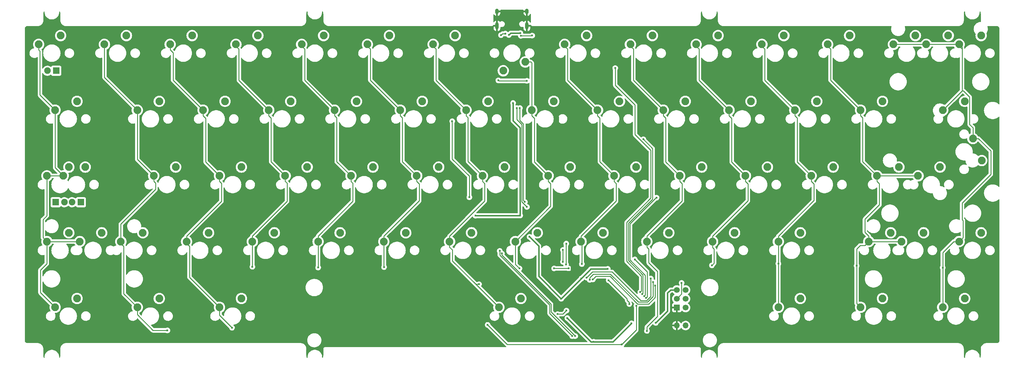
<source format=gtl>
G04 #@! TF.GenerationSoftware,KiCad,Pcbnew,(5.99.0-12639-gf606679164)*
G04 #@! TF.CreationDate,2021-10-23T17:35:33+02:00*
G04 #@! TF.ProjectId,IDB_reborn,4944425f-7265-4626-9f72-6e2e6b696361,rev?*
G04 #@! TF.SameCoordinates,Original*
G04 #@! TF.FileFunction,Copper,L1,Top*
G04 #@! TF.FilePolarity,Positive*
%FSLAX46Y46*%
G04 Gerber Fmt 4.6, Leading zero omitted, Abs format (unit mm)*
G04 Created by KiCad (PCBNEW (5.99.0-12639-gf606679164)) date 2021-10-23 17:35:33*
%MOMM*%
%LPD*%
G01*
G04 APERTURE LIST*
G04 #@! TA.AperFunction,ComponentPad*
%ADD10C,2.250000*%
G04 #@! TD*
G04 #@! TA.AperFunction,ComponentPad*
%ADD11C,1.905000*%
G04 #@! TD*
G04 #@! TA.AperFunction,ComponentPad*
%ADD12R,1.905000X1.905000*%
G04 #@! TD*
G04 #@! TA.AperFunction,ComponentPad*
%ADD13O,1.700000X1.700000*%
G04 #@! TD*
G04 #@! TA.AperFunction,ComponentPad*
%ADD14C,1.700000*%
G04 #@! TD*
G04 #@! TA.AperFunction,ComponentPad*
%ADD15R,1.700000X1.700000*%
G04 #@! TD*
G04 #@! TA.AperFunction,ComponentPad*
%ADD16O,1.000000X2.100000*%
G04 #@! TD*
G04 #@! TA.AperFunction,ComponentPad*
%ADD17O,1.000000X1.600000*%
G04 #@! TD*
G04 #@! TA.AperFunction,ViaPad*
%ADD18C,0.600000*%
G04 #@! TD*
G04 #@! TA.AperFunction,Conductor*
%ADD19C,0.381000*%
G04 #@! TD*
G04 #@! TA.AperFunction,Conductor*
%ADD20C,0.254000*%
G04 #@! TD*
G04 #@! TA.AperFunction,Conductor*
%ADD21C,0.250000*%
G04 #@! TD*
G04 APERTURE END LIST*
D10*
X-3810000Y-98991250D03*
X2540000Y-96451250D03*
D11*
X-1270000Y-106611250D03*
D12*
X1270000Y-106611250D03*
D10*
X15190000Y-98991250D03*
X21540000Y-96451250D03*
X34190000Y-98991250D03*
X40540000Y-96451250D03*
X53190000Y-98991250D03*
X59540000Y-96451250D03*
X72190000Y-98991250D03*
X78540000Y-96451250D03*
X91190000Y-98991250D03*
X97540000Y-96451250D03*
X110190000Y-98991250D03*
X116540000Y-96451250D03*
X148190000Y-98991250D03*
X154540000Y-96451250D03*
X167190000Y-98991250D03*
X173540000Y-96451250D03*
X186190000Y-98991250D03*
X192540000Y-96451250D03*
X205190000Y-98991250D03*
X211540000Y-96451250D03*
X224190000Y-98991250D03*
X230540000Y-96451250D03*
X252690000Y-98991250D03*
X259040000Y-96451250D03*
X940000Y-117991250D03*
X7290000Y-115451250D03*
X24690000Y-117991250D03*
X31040000Y-115451250D03*
X43690000Y-117991250D03*
X50040000Y-115451250D03*
X62690000Y-117991250D03*
X69040000Y-115451250D03*
X81690000Y-117991250D03*
X88040000Y-115451250D03*
X100690000Y-117991250D03*
X107040000Y-115451250D03*
X119690000Y-117991250D03*
X126040000Y-115451250D03*
X138690000Y-117991250D03*
X145040000Y-115451250D03*
X157690000Y-117991250D03*
X164040000Y-115451250D03*
X176690000Y-117991250D03*
X183040000Y-115451250D03*
X195690000Y-117991250D03*
X202040000Y-115451250D03*
X214690000Y-117991250D03*
X221040000Y-115451250D03*
X233690000Y-117991250D03*
X240040000Y-115451250D03*
X257440000Y-117991250D03*
X263790000Y-115451250D03*
X3315000Y-136991250D03*
X9665000Y-134451250D03*
D11*
X5855000Y-144611250D03*
D12*
X8395000Y-144611250D03*
D10*
X48440000Y-136991250D03*
X54790000Y-134451250D03*
X67440000Y-136991250D03*
X73790000Y-134451250D03*
X86440000Y-136991250D03*
X92790000Y-134451250D03*
X105440000Y-136991250D03*
X111790000Y-134451250D03*
X124440000Y-136991250D03*
X130790000Y-134451250D03*
X162440000Y-136991250D03*
X168790000Y-134451250D03*
X181440000Y-136991250D03*
X187790000Y-134451250D03*
X200440000Y-136991250D03*
X206790000Y-134451250D03*
X219440000Y-136991250D03*
X225790000Y-134451250D03*
X238440000Y-136991250D03*
X244790000Y-134451250D03*
X-1435000Y-155991250D03*
X4915000Y-153451250D03*
X19940000Y-155991250D03*
X26290000Y-153451250D03*
X38940000Y-155991250D03*
X45290000Y-153451250D03*
X57940000Y-155991250D03*
X64290000Y-153451250D03*
X76940000Y-155991250D03*
X83290000Y-153451250D03*
X95940000Y-155991250D03*
X102290000Y-153451250D03*
X114940000Y-155991250D03*
X121290000Y-153451250D03*
X133940000Y-155991250D03*
X140290000Y-153451250D03*
X171940000Y-155991250D03*
X178290000Y-153451250D03*
X190940000Y-155991250D03*
X197290000Y-153451250D03*
X209940000Y-155991250D03*
X216290000Y-153451250D03*
X236065000Y-155991250D03*
X242415000Y-153451250D03*
X940000Y-174991250D03*
X7290000Y-172451250D03*
X24690000Y-174991250D03*
X31040000Y-172451250D03*
X48440000Y-174991250D03*
X54790000Y-172451250D03*
X129190000Y-174991250D03*
X135540000Y-172451250D03*
X209940000Y-174991250D03*
X216290000Y-172451250D03*
X233690000Y-174991250D03*
X240040000Y-172451250D03*
X257440000Y-174991250D03*
X263790000Y-172451250D03*
X243190000Y-98991250D03*
X249540000Y-96451250D03*
X266165000Y-126221250D03*
X268705000Y-132571250D03*
X-1435000Y-136991250D03*
X4915000Y-134451250D03*
D11*
X3645000Y-144611250D03*
D12*
X1105000Y-144611250D03*
D10*
X8065000Y-155991250D03*
X14415000Y-153451250D03*
X245565000Y-155991250D03*
X251915000Y-153451250D03*
X262190000Y-98991250D03*
X268540000Y-96451250D03*
X143440000Y-136991250D03*
X149790000Y-134451250D03*
X29440000Y-136991250D03*
X35790000Y-134451250D03*
X262190000Y-155991250D03*
X268540000Y-153451250D03*
X152940000Y-155991250D03*
X159290000Y-153451250D03*
X250315000Y-136991250D03*
X256665000Y-134451250D03*
D13*
X180594000Y-180271250D03*
X183134000Y-180271250D03*
D10*
X136810560Y-104067200D03*
X130460560Y-106607200D03*
D14*
X183134000Y-169984250D03*
X180594000Y-169984250D03*
X183134000Y-172524250D03*
X180594000Y-172524250D03*
X183134000Y-175064250D03*
D15*
X180594000Y-175064250D03*
D16*
X137289000Y-93648000D03*
D17*
X137289000Y-89468000D03*
D16*
X128649000Y-93648000D03*
D17*
X128649000Y-89468000D03*
D18*
X150114000Y-164650250D03*
X268376130Y-122906340D03*
X145542000Y-168333250D03*
X139908001Y-100561249D03*
X138049000Y-154617250D03*
X153035000Y-166682250D03*
X148971000Y-178112250D03*
X147193000Y-172524250D03*
X156591000Y-184970250D03*
X167513000Y-179636250D03*
X133286500Y-115945750D03*
X174498000Y-179509250D03*
X160655000Y-163888250D03*
X135318500Y-148457750D03*
X122428000Y-148521250D03*
X170602989Y-171169239D03*
X170942000Y-126423250D03*
X174752000Y-143314250D03*
X171196000Y-171762250D03*
X168470750Y-161163000D03*
X171745989Y-172312239D03*
X125932625Y-180068625D03*
X164719000Y-185732250D03*
X168910000Y-174556250D03*
X135377564Y-95735135D03*
X132080000Y-96266000D03*
X33401000Y-181668250D03*
X52070000Y-180906250D03*
X57940000Y-163281250D03*
X76962000Y-163507250D03*
X96012000Y-163380250D03*
X146177000Y-176969250D03*
X148717000Y-175953250D03*
X123444000Y-168333250D03*
X135128000Y-163761250D03*
X149352000Y-163761250D03*
X145161000Y-163761250D03*
X153162000Y-162491250D03*
X171958000Y-181828550D03*
X190754000Y-162872250D03*
X209940000Y-162355250D03*
X232565001Y-162971249D03*
X257440000Y-163518250D03*
X151257000Y-183319250D03*
X130048000Y-159443250D03*
X120650000Y-143187250D03*
X115697000Y-121216250D03*
X129443200Y-158681250D03*
X150368000Y-183319250D03*
X166878000Y-174048250D03*
X160909000Y-167190250D03*
X174371000Y-168714250D03*
X156337000Y-166936250D03*
X131064000Y-95885000D03*
X129794000Y-96324250D03*
X148590000Y-162618250D03*
X148653500Y-156585750D03*
X135255000Y-117406250D03*
X136698659Y-144537591D03*
X147701000Y-158427250D03*
X147701000Y-161856250D03*
X137287000Y-145981250D03*
X134366000Y-117406250D03*
X138811000Y-96451250D03*
X135525700Y-96498700D03*
X155448000Y-167063250D03*
X181991000Y-167952250D03*
X173736000Y-167698250D03*
X173101000Y-166682250D03*
X154559000Y-166428250D03*
X129032000Y-109405250D03*
X162814000Y-105849250D03*
X137287000Y-109532250D03*
X170053000Y-170619250D03*
D19*
X150114000Y-164650250D02*
X146431000Y-164650250D01*
X146336699Y-132994551D02*
X146336699Y-134075949D01*
X146431000Y-164650250D02*
X145542000Y-165539250D01*
X145542000Y-165539250D02*
X145542000Y-168333250D01*
X146336699Y-119978949D02*
X139908001Y-113550251D01*
X146336699Y-132994551D02*
X146336699Y-119978949D01*
X146336699Y-134075949D02*
X149860000Y-137599250D01*
X139908001Y-113550251D02*
X139908001Y-100561249D01*
X150114000Y-137853250D02*
X149860000Y-137599250D01*
X150114000Y-164650250D02*
X150114000Y-137853250D01*
X153035000Y-166682250D02*
X147193000Y-172524250D01*
X135318500Y-148457750D02*
X135318500Y-148457750D01*
X162687000Y-184462250D02*
X167513000Y-179636250D01*
X177927000Y-170873250D02*
X178816000Y-169984250D01*
X153162000Y-166555250D02*
X153035000Y-166682250D01*
X156210000Y-163888250D02*
X155702000Y-163888250D01*
X148971000Y-178112250D02*
X155384500Y-184525750D01*
X140716000Y-166047250D02*
X147193000Y-172524250D01*
X135255000Y-148521250D02*
X135318500Y-148457750D01*
X153370001Y-166347249D02*
X153162000Y-166555250D01*
X122428000Y-148521250D02*
X135255000Y-148521250D01*
X156591000Y-184970250D02*
X155829000Y-184970250D01*
X122491500Y-148457750D02*
X122428000Y-148521250D01*
X140716000Y-166047250D02*
X140716000Y-157284250D01*
X178816000Y-169984250D02*
X180594000Y-169984250D01*
X174498000Y-179509250D02*
X177927000Y-176080250D01*
X156591000Y-184970250D02*
X162179000Y-184970250D01*
X133286500Y-121025750D02*
X133286500Y-115945750D01*
X155829000Y-163888250D02*
X153162000Y-166555250D01*
X135318500Y-123057750D02*
X133286500Y-121025750D01*
X155829000Y-184970250D02*
X155384500Y-184525750D01*
X162179000Y-184970250D02*
X162687000Y-184462250D01*
X156210000Y-163888250D02*
X155829000Y-163888250D01*
X177927000Y-176080250D02*
X177927000Y-170873250D01*
X135318500Y-128264750D02*
X135318500Y-148457750D01*
X140716000Y-157284250D02*
X138049000Y-154617250D01*
X135318500Y-128264750D02*
X135318500Y-123057750D01*
X160655000Y-163888250D02*
X156210000Y-163888250D01*
D20*
X166624000Y-150680250D02*
X173532810Y-143771440D01*
X173532810Y-143771440D02*
X173609000Y-143695250D01*
X170784809Y-165636059D02*
X166624000Y-161475250D01*
X170602989Y-171169239D02*
X170784809Y-170987419D01*
X170784809Y-170987419D02*
X170784809Y-165636059D01*
X166624000Y-161475250D02*
X166624000Y-150680250D01*
X173609000Y-143695250D02*
X173609000Y-129090250D01*
X173609000Y-129090250D02*
X170942000Y-126423250D01*
X167055810Y-161272060D02*
X167055810Y-150859110D01*
X171495999Y-165712249D02*
X167055810Y-161272060D01*
X171196000Y-171762250D02*
X171495999Y-171462251D01*
X167055810Y-150859110D02*
X174600670Y-143314250D01*
X174600670Y-143314250D02*
X174752000Y-143314250D01*
X171495999Y-171462251D02*
X171495999Y-165712249D01*
X172045988Y-172012240D02*
X172045988Y-164738238D01*
X171745989Y-172312239D02*
X172045988Y-172012240D01*
X172045988Y-164738238D02*
X169291000Y-161983250D01*
X169291000Y-161983250D02*
X168470750Y-161163000D01*
X164719000Y-185732250D02*
X164719000Y-185732250D01*
X168910000Y-174556250D02*
X168910000Y-180779250D01*
X131596250Y-185732250D02*
X131139625Y-185275625D01*
X168910000Y-180779250D02*
X168910000Y-181160250D01*
X164719000Y-185732250D02*
X131596250Y-185732250D01*
X168910000Y-180779250D02*
X168910000Y-181541250D01*
X125932625Y-180068625D02*
X131139625Y-185275625D01*
X168910000Y-181541250D02*
X164719000Y-185732250D01*
D19*
X135377564Y-95735135D02*
X132610865Y-95735135D01*
X132610865Y-95735135D02*
X132080000Y-96266000D01*
D21*
X19940000Y-156502500D02*
X19940000Y-155991250D01*
D20*
X29440000Y-138582240D02*
X29972000Y-139114240D01*
D21*
X20781250Y-171000000D02*
X20781250Y-171082500D01*
D20*
X24690000Y-177123328D02*
X29234922Y-181668250D01*
X29972000Y-140901250D02*
X19940000Y-150933250D01*
X24690000Y-174991250D02*
X24690000Y-177123328D01*
X19940000Y-150933250D02*
X19940000Y-155991250D01*
X24690000Y-117991250D02*
X24690000Y-132241250D01*
D21*
X20781250Y-157343750D02*
X19940000Y-156502500D01*
X20781250Y-171000000D02*
X20781250Y-157343750D01*
D20*
X29440000Y-136991250D02*
X29440000Y-138582240D01*
X24690000Y-132241250D02*
X29440000Y-136991250D01*
X29234922Y-181668250D02*
X33401000Y-181668250D01*
D21*
X15190000Y-98991250D02*
X15190000Y-108491250D01*
X15190000Y-108491250D02*
X24690000Y-117991250D01*
X20781250Y-171082500D02*
X24690000Y-174991250D01*
D20*
X29972000Y-139114240D02*
X29972000Y-140901250D01*
D21*
X34190000Y-100582240D02*
X35031250Y-101423490D01*
D20*
X44450000Y-120342240D02*
X44450000Y-133001250D01*
X48440000Y-177276250D02*
X52070000Y-180906250D01*
D21*
X34190000Y-98991250D02*
X34190000Y-100582240D01*
X39781250Y-157343750D02*
X39781250Y-166332500D01*
D20*
X43690000Y-117991250D02*
X43690000Y-119582240D01*
D21*
X35031250Y-109332500D02*
X43690000Y-117991250D01*
X38940000Y-155991250D02*
X38940000Y-156502500D01*
D20*
X44450000Y-133001250D02*
X48440000Y-136991250D01*
X48440000Y-138582240D02*
X48440000Y-136991250D01*
D21*
X38940000Y-156502500D02*
X39781250Y-157343750D01*
D20*
X38940000Y-154400260D02*
X49022000Y-144318260D01*
X49022000Y-139164240D02*
X48440000Y-138582240D01*
X48440000Y-174991250D02*
X48440000Y-177276250D01*
X49022000Y-144318260D02*
X49022000Y-139164240D01*
X43690000Y-119582240D02*
X44450000Y-120342240D01*
D21*
X39781250Y-166332500D02*
X48440000Y-174991250D01*
D20*
X38940000Y-155991250D02*
X38940000Y-154400260D01*
D21*
X35031250Y-101423490D02*
X35031250Y-109332500D01*
D20*
X63373000Y-132924250D02*
X67440000Y-136991250D01*
X67440000Y-138582240D02*
X67440000Y-136991250D01*
D21*
X54031250Y-109332500D02*
X62690000Y-117991250D01*
D20*
X57940000Y-163281250D02*
X57940000Y-155991250D01*
D21*
X53190000Y-98991250D02*
X53190000Y-99502500D01*
X54031250Y-100343750D02*
X54031250Y-109332500D01*
X53190000Y-99502500D02*
X54031250Y-100343750D01*
D20*
X62690000Y-117991250D02*
X62690000Y-119582240D01*
X67981010Y-144359250D02*
X67981010Y-139123250D01*
X62690000Y-119582240D02*
X63373000Y-120265240D01*
X57940000Y-154400260D02*
X67981010Y-144359250D01*
X63373000Y-120265240D02*
X63373000Y-132924250D01*
X67981010Y-139123250D02*
X67440000Y-138582240D01*
X57940000Y-155991250D02*
X57940000Y-154400260D01*
X76940000Y-154400260D02*
X86995000Y-144345260D01*
X76962000Y-157604240D02*
X76962000Y-163507250D01*
D21*
X72190000Y-98991250D02*
X72190000Y-99502500D01*
D20*
X81690000Y-117991250D02*
X81690000Y-119582240D01*
D21*
X72190000Y-99502500D02*
X73031250Y-100343750D01*
D20*
X86995000Y-139137240D02*
X86440000Y-138582240D01*
X76940000Y-157582240D02*
X76962000Y-157604240D01*
X86440000Y-138582240D02*
X86440000Y-136991250D01*
X81690000Y-119582240D02*
X82308010Y-120200250D01*
X82308010Y-132859260D02*
X86440000Y-136991250D01*
X76940000Y-155991250D02*
X76940000Y-154400260D01*
D21*
X73031250Y-109332500D02*
X81690000Y-117991250D01*
X73031250Y-100343750D02*
X73031250Y-109332500D01*
D20*
X76940000Y-155991250D02*
X76940000Y-157582240D01*
X82308010Y-120200250D02*
X82308010Y-132859260D01*
X86995000Y-144345260D02*
X86995000Y-139137240D01*
D21*
X92031250Y-109332500D02*
X100690000Y-117991250D01*
D20*
X100690000Y-117991250D02*
X100690000Y-119582240D01*
X95940000Y-154400260D02*
X106172000Y-144168260D01*
X101308010Y-120200250D02*
X101308010Y-132859260D01*
X100690000Y-119582240D02*
X101308010Y-120200250D01*
X101308010Y-132859260D02*
X105440000Y-136991250D01*
D21*
X91190000Y-99502500D02*
X91437500Y-99750000D01*
D20*
X95940000Y-155991250D02*
X95940000Y-163308250D01*
X106172000Y-144168260D02*
X106172000Y-139314240D01*
X105440000Y-138582240D02*
X105440000Y-136991250D01*
D21*
X92031250Y-100343750D02*
X92031250Y-109332500D01*
X91190000Y-99502500D02*
X92031250Y-100343750D01*
D20*
X106172000Y-139314240D02*
X105440000Y-138582240D01*
D21*
X91190000Y-98991250D02*
X91190000Y-99502500D01*
D20*
X95940000Y-155991250D02*
X95940000Y-154400260D01*
X95940000Y-163308250D02*
X96012000Y-163380250D01*
D21*
X114940000Y-155991250D02*
X114940000Y-156502500D01*
X111031250Y-109332500D02*
X119690000Y-117991250D01*
D20*
X114940000Y-155991250D02*
X114940000Y-154400260D01*
D21*
X122607000Y-168408250D02*
X129190000Y-174991250D01*
D20*
X119690000Y-117991250D02*
X119690000Y-119582240D01*
D21*
X115781250Y-161582500D02*
X122607000Y-168408250D01*
X115781250Y-158423490D02*
X115781250Y-161582500D01*
D20*
X119690000Y-119582240D02*
X120269000Y-120161240D01*
X125095000Y-144245260D02*
X125095000Y-139237240D01*
X122682000Y-168333250D02*
X122607000Y-168408250D01*
D21*
X114940000Y-155991250D02*
X114940000Y-157582240D01*
D20*
X123444000Y-168333250D02*
X122682000Y-168333250D01*
D21*
X111031250Y-100343750D02*
X111031250Y-109332500D01*
X114940000Y-157582240D02*
X115781250Y-158423490D01*
D20*
X114940000Y-154400260D02*
X125095000Y-144245260D01*
X148717000Y-175953250D02*
X147701000Y-176969250D01*
X147701000Y-176969250D02*
X146177000Y-176969250D01*
D21*
X110190000Y-99502500D02*
X111031250Y-100343750D01*
D20*
X120269000Y-120161240D02*
X120269000Y-132820250D01*
D21*
X110190000Y-98991250D02*
X110190000Y-99502500D01*
D20*
X125095000Y-139237240D02*
X124440000Y-138582240D01*
X120269000Y-132820250D02*
X124440000Y-136991250D01*
X124440000Y-138582240D02*
X124440000Y-136991250D01*
X144145000Y-145786250D02*
X133940000Y-155991250D01*
X144145000Y-139287240D02*
X144145000Y-145786250D01*
X138401550Y-104067200D02*
X138690000Y-104355650D01*
X138690000Y-104355650D02*
X138690000Y-117991250D01*
X143440000Y-136991250D02*
X143440000Y-138582240D01*
X145161000Y-163761250D02*
X149352000Y-163761250D01*
X138690000Y-119582240D02*
X139446000Y-120338240D01*
X139446000Y-120338240D02*
X139446000Y-132997250D01*
X133940000Y-157582240D02*
X133985000Y-157627240D01*
X133940000Y-155991250D02*
X133940000Y-157582240D01*
X133985000Y-157627240D02*
X133985000Y-162618250D01*
X143440000Y-138582240D02*
X144145000Y-139287240D01*
X138690000Y-117991250D02*
X138690000Y-119582240D01*
X136810560Y-104067200D02*
X138401550Y-104067200D01*
X133985000Y-162618250D02*
X135128000Y-163761250D01*
X139446000Y-132997250D02*
X143440000Y-136991250D01*
D21*
X148190000Y-98991250D02*
X148190000Y-99502500D01*
D20*
X163068000Y-139210240D02*
X162440000Y-138582240D01*
D21*
X149031250Y-109332500D02*
X157690000Y-117991250D01*
D20*
X157690000Y-117991250D02*
X157690000Y-119582240D01*
X158369000Y-120261240D02*
X158369000Y-132920250D01*
X158369000Y-132920250D02*
X162440000Y-136991250D01*
X163068000Y-144272260D02*
X163068000Y-139210240D01*
D21*
X148190000Y-99502500D02*
X149031250Y-100343750D01*
D20*
X152940000Y-154400260D02*
X163068000Y-144272260D01*
X153162000Y-162491250D02*
X153162000Y-156213250D01*
X162440000Y-138582240D02*
X162440000Y-136991250D01*
D21*
X149031250Y-100343750D02*
X149031250Y-109332500D01*
D20*
X157690000Y-119582240D02*
X158369000Y-120261240D01*
X153162000Y-156213250D02*
X152940000Y-155991250D01*
X152940000Y-155991250D02*
X152940000Y-154400260D01*
D21*
X167190000Y-99502500D02*
X168031250Y-100343750D01*
D20*
X176690000Y-117991250D02*
X176690000Y-119582240D01*
X181440000Y-138582240D02*
X181440000Y-136991250D01*
D21*
X167190000Y-98991250D02*
X167190000Y-99502500D01*
X168031250Y-109332500D02*
X176690000Y-117991250D01*
D20*
X175006000Y-164650250D02*
X175006000Y-177604250D01*
X177419000Y-132970250D02*
X181440000Y-136991250D01*
X172466000Y-158108240D02*
X172466000Y-162110250D01*
X182108010Y-139250250D02*
X181440000Y-138582240D01*
X171940000Y-155991250D02*
X171940000Y-154400260D01*
X171940000Y-155991250D02*
X171940000Y-157582240D01*
X176690000Y-119582240D02*
X177419000Y-120311240D01*
D21*
X168031250Y-100343750D02*
X168031250Y-109332500D01*
D20*
X171940000Y-157582240D02*
X172466000Y-158108240D01*
X171940000Y-154400260D02*
X182108010Y-144232250D01*
X172466000Y-162110250D02*
X175006000Y-164650250D01*
X177419000Y-120311240D02*
X177419000Y-132970250D01*
X171958000Y-180652250D02*
X171958000Y-181795250D01*
X175006000Y-177604250D02*
X171958000Y-180652250D01*
X182108010Y-144232250D02*
X182108010Y-139250250D01*
X171958000Y-181795250D02*
X171958000Y-181828550D01*
X190940000Y-155991250D02*
X190940000Y-154400260D01*
X190940000Y-154400260D02*
X201168000Y-144172260D01*
D21*
X187031250Y-100343750D02*
X187031250Y-109332500D01*
D20*
X196469000Y-133020250D02*
X200440000Y-136991250D01*
X190754000Y-162872250D02*
X191389000Y-162237250D01*
X200440000Y-138582240D02*
X200440000Y-136991250D01*
X190940000Y-157724250D02*
X190940000Y-155991250D01*
X195690000Y-119582240D02*
X196469000Y-120361240D01*
D21*
X187031250Y-109332500D02*
X195690000Y-117991250D01*
D20*
X201168000Y-139310240D02*
X200440000Y-138582240D01*
X201168000Y-144172260D02*
X201168000Y-139310240D01*
X191389000Y-158173250D02*
X190940000Y-157724250D01*
D21*
X186190000Y-99502500D02*
X187031250Y-100343750D01*
D20*
X191389000Y-162237250D02*
X191389000Y-158173250D01*
X196469000Y-120361240D02*
X196469000Y-133020250D01*
X195690000Y-117991250D02*
X195690000Y-119582240D01*
D21*
X186190000Y-98991250D02*
X186190000Y-99502500D01*
D20*
X219440000Y-136991250D02*
X219440000Y-138582240D01*
D21*
X209940000Y-155991250D02*
X209940000Y-162355250D01*
D20*
X209940000Y-154400260D02*
X220137010Y-144203250D01*
D21*
X205190000Y-98991250D02*
X205190000Y-99502500D01*
X209940000Y-162355250D02*
X209940000Y-174991250D01*
X206031250Y-100343750D02*
X206031250Y-109332500D01*
D20*
X214690000Y-117991250D02*
X214690000Y-119582240D01*
D21*
X205190000Y-99502500D02*
X206031250Y-100343750D01*
D20*
X214690000Y-119582240D02*
X215392000Y-120284240D01*
X220137010Y-144203250D02*
X220218000Y-144203250D01*
D21*
X206031250Y-109332500D02*
X214690000Y-117991250D01*
D20*
X219440000Y-138582240D02*
X220218000Y-139360240D01*
X215392000Y-132943250D02*
X219440000Y-136991250D01*
X209940000Y-155991250D02*
X209940000Y-154400260D01*
X220218000Y-139360240D02*
X220218000Y-144203250D01*
X215392000Y-120284240D02*
X215392000Y-132943250D01*
D21*
X225031250Y-100343750D02*
X225031250Y-109332500D01*
D20*
X234950000Y-153285260D02*
X236065000Y-154400260D01*
X239141000Y-145346250D02*
X234950000Y-149537250D01*
D21*
X225031250Y-109332500D02*
X233690000Y-117991250D01*
X224190000Y-98991250D02*
X224190000Y-99502500D01*
D20*
X234940001Y-157116249D02*
X233571251Y-157116249D01*
D21*
X238440000Y-136991250D02*
X250315000Y-136991250D01*
D20*
X233571251Y-157116249D02*
X232716125Y-157971375D01*
X233690000Y-119582240D02*
X234315000Y-120207240D01*
X234315000Y-132866250D02*
X238440000Y-136991250D01*
D21*
X232565001Y-158122499D02*
X232565001Y-162971249D01*
D20*
X236065000Y-154400260D02*
X236065000Y-155991250D01*
X238440000Y-138582240D02*
X239141000Y-139283240D01*
X238440000Y-136991250D02*
X238440000Y-138582240D01*
D21*
X232565001Y-173866251D02*
X233690000Y-174991250D01*
X240766974Y-155991250D02*
X245565000Y-155991250D01*
D20*
X234950000Y-149537250D02*
X234950000Y-153285260D01*
D21*
X232716125Y-157971375D02*
X232565001Y-158122499D01*
D20*
X239141000Y-139283240D02*
X239141000Y-145346250D01*
X234315000Y-120207240D02*
X234315000Y-132866250D01*
X236065000Y-155991250D02*
X234940001Y-157116249D01*
X233690000Y-117991250D02*
X233690000Y-119582240D01*
D21*
X232565001Y-162971249D02*
X232565001Y-173866251D01*
X224190000Y-99502500D02*
X225031250Y-100343750D01*
X236065000Y-155991250D02*
X240766974Y-155991250D01*
X257440000Y-173400260D02*
X257440000Y-174991250D01*
X263314999Y-149908749D02*
X263314999Y-154866251D01*
X263031250Y-112417820D02*
X263429300Y-112417820D01*
X266165000Y-124258750D02*
X266165000Y-126221250D01*
X263031250Y-99832500D02*
X263031250Y-112417820D01*
X271343750Y-129809010D02*
X271343750Y-136562500D01*
X258289011Y-117160059D02*
X258289011Y-117991250D01*
X252690000Y-98991250D02*
X262190000Y-98991250D01*
X260599010Y-155991250D02*
X257440000Y-159150260D01*
X263429300Y-112417820D02*
X265217311Y-114205831D01*
X262190000Y-98991250D02*
X263031250Y-99832500D01*
X265209450Y-120531330D02*
X265209450Y-122114670D01*
X263031250Y-112417820D02*
X262042770Y-113406300D01*
X257440000Y-159150260D02*
X257440000Y-163518250D01*
X266165000Y-126221250D02*
X267755990Y-126221250D01*
X265209450Y-122114670D02*
X266165000Y-123070220D01*
X263031250Y-149625000D02*
X263314999Y-149908749D01*
X262190000Y-99502500D02*
X263031250Y-100343750D01*
X267755990Y-126221250D02*
X271343750Y-129809010D01*
X265217311Y-114205831D02*
X265217311Y-120523469D01*
X266165000Y-123070220D02*
X266165000Y-126221250D01*
X263031250Y-144875000D02*
X263031250Y-149625000D01*
X262190000Y-155991250D02*
X260599010Y-155991250D01*
X257440000Y-163518250D02*
X257440000Y-173400260D01*
X263314999Y-154866251D02*
X262190000Y-155991250D01*
X262042770Y-113406300D02*
X258289011Y-117160059D01*
X262190000Y-98991250D02*
X262190000Y-99502500D01*
X243190000Y-98991250D02*
X252690000Y-98991250D01*
X265217311Y-120523469D02*
X265209450Y-120531330D01*
X271343750Y-136562500D02*
X263031250Y-144875000D01*
D20*
X144272000Y-176334250D02*
X144272000Y-174091514D01*
X120650000Y-137091250D02*
X120650000Y-143187250D01*
X130048000Y-159867514D02*
X142853368Y-172672882D01*
X130048000Y-159443250D02*
X130048000Y-159867514D01*
X115697000Y-124391250D02*
X115697000Y-132138250D01*
X115697000Y-121216250D02*
X115697000Y-124391250D01*
X151257000Y-183319250D02*
X144272000Y-176334250D01*
X144272000Y-174091514D02*
X142853368Y-172672882D01*
X120650000Y-143187250D02*
X120650000Y-143060250D01*
X115697000Y-132138250D02*
X120650000Y-137091250D01*
X142853368Y-172672882D02*
X143085736Y-172905250D01*
X143840190Y-176791440D02*
X150368000Y-183319250D01*
X129443200Y-159873385D02*
X143840190Y-174270374D01*
X143840190Y-174270374D02*
X143840190Y-176791440D01*
X129443200Y-158681250D02*
X129443200Y-159873385D01*
X166878000Y-173623986D02*
X166243000Y-172988986D01*
X166243000Y-172524250D02*
X160909000Y-167190250D01*
X166243000Y-172988986D02*
X166243000Y-172524250D01*
X166878000Y-174048250D02*
X166878000Y-173623986D01*
X157226000Y-166047250D02*
X161290000Y-166047250D01*
X174371000Y-172143250D02*
X174371000Y-168714250D01*
X169291000Y-174048250D02*
X172466000Y-174048250D01*
X156636999Y-166636251D02*
X157226000Y-166047250D01*
X172466000Y-174048250D02*
X174371000Y-172143250D01*
X161290000Y-166047250D02*
X169291000Y-174048250D01*
X156337000Y-166936250D02*
X156636999Y-166636251D01*
X130233250Y-95885000D02*
X129794000Y-96324250D01*
X131064000Y-95885000D02*
X130233250Y-95885000D01*
X135255000Y-120112356D02*
X135255000Y-120454250D01*
X136271000Y-122002580D02*
X136271000Y-144109932D01*
X135255000Y-117406250D02*
X135255000Y-120112356D01*
X135255000Y-120986580D02*
X136271000Y-122002580D01*
X148590000Y-162618250D02*
X148590000Y-156649250D01*
X148590000Y-156649250D02*
X148653500Y-156585750D01*
X136271000Y-144109932D02*
X136698659Y-144537591D01*
X135255000Y-120454250D02*
X135255000Y-120986580D01*
X137287000Y-145981250D02*
X135813810Y-144508060D01*
X134366000Y-120708250D02*
X134366000Y-117406250D01*
X135813810Y-144508060D02*
X135813810Y-122156060D01*
X147701000Y-158427250D02*
X147701000Y-161856250D01*
X135813810Y-122156060D02*
X134366000Y-120708250D01*
X135547000Y-96520000D02*
X135525700Y-96498700D01*
X138763550Y-96498700D02*
X138811000Y-96451250D01*
X135525700Y-96498700D02*
X138763550Y-96498700D01*
X161417000Y-165412250D02*
X169468810Y-173464060D01*
X181443999Y-171674251D02*
X181443999Y-171650649D01*
X181991000Y-168376514D02*
X181979199Y-168388315D01*
X172161190Y-173464060D02*
X173736000Y-171889250D01*
X181443999Y-171650649D02*
X181979199Y-171115449D01*
X155448000Y-167063250D02*
X155448000Y-166428250D01*
X181991000Y-167952250D02*
X181991000Y-168376514D01*
X180594000Y-172524250D02*
X181443999Y-171674251D01*
X173736000Y-171889250D02*
X173736000Y-167698250D01*
X156464000Y-165412250D02*
X161417000Y-165412250D01*
X155448000Y-166428250D02*
X156464000Y-165412250D01*
X169468810Y-173464060D02*
X172161190Y-173464060D01*
X181979199Y-168388315D02*
X181979199Y-171115449D01*
X171921084Y-173032250D02*
X173101000Y-171852334D01*
X173101000Y-171852334D02*
X173101000Y-166682250D01*
X156210000Y-164777250D02*
X161925000Y-164777250D01*
X154559000Y-166428250D02*
X154858999Y-166128251D01*
X154858999Y-166128251D02*
X156210000Y-164777250D01*
X161925000Y-164777250D02*
X170180000Y-173032250D01*
X170180000Y-173032250D02*
X171921084Y-173032250D01*
X173101000Y-129598250D02*
X168529000Y-125026250D01*
X166116000Y-150426250D02*
X173101000Y-143441250D01*
X129159000Y-109532250D02*
X129032000Y-109405250D01*
X173101000Y-143441250D02*
X173101000Y-129598250D01*
X166116000Y-161729250D02*
X166116000Y-150426250D01*
X170352999Y-165966249D02*
X166116000Y-161729250D01*
X170352999Y-170319251D02*
X170352999Y-165966249D01*
X168529000Y-116517250D02*
X162814000Y-110802250D01*
X162814000Y-110802250D02*
X162814000Y-105849250D01*
X168529000Y-125026250D02*
X168529000Y-116517250D01*
X170053000Y-170619250D02*
X170352999Y-170319251D01*
X137287000Y-109532250D02*
X129159000Y-109532250D01*
X-3810000Y-100582240D02*
X-3429000Y-100963240D01*
D21*
X-1435000Y-155991250D02*
X8065000Y-155991250D01*
X-3302000Y-170749250D02*
X940000Y-174991250D01*
D20*
X940000Y-134616250D02*
X3315000Y-136991250D01*
D21*
X-1435000Y-148501000D02*
X-2559999Y-149625999D01*
X-3302000Y-164211000D02*
X-3302000Y-170749250D01*
X-1435000Y-136991250D02*
X3315000Y-136991250D01*
D20*
X940000Y-117991250D02*
X940000Y-134616250D01*
D21*
X-1435000Y-162344000D02*
X-3302000Y-164211000D01*
X-1435000Y-155991250D02*
X-1435000Y-162344000D01*
D20*
X-3429000Y-113622250D02*
X940000Y-117991250D01*
D21*
X-1435000Y-136991250D02*
X-1435000Y-148501000D01*
D20*
X-3429000Y-100963240D02*
X-3429000Y-113622250D01*
D21*
X-2559999Y-149625999D02*
X-2559999Y-154866251D01*
D20*
X-3810000Y-98991250D02*
X-3810000Y-100582240D01*
D21*
X-2559999Y-154866251D02*
X-1435000Y-155991250D01*
G04 #@! TA.AperFunction,Conductor*
G36*
X136224031Y-88990102D02*
G01*
X136270524Y-89043758D01*
X136280175Y-89104168D01*
X136281589Y-89104247D01*
X136281000Y-89114785D01*
X136281000Y-89195885D01*
X136285475Y-89211124D01*
X136286865Y-89212329D01*
X136294548Y-89214000D01*
X137417000Y-89214000D01*
X137485121Y-89234002D01*
X137531614Y-89287658D01*
X137543000Y-89340000D01*
X137543000Y-90725924D01*
X137546973Y-90739455D01*
X137554768Y-90740575D01*
X137662521Y-90708862D01*
X137673889Y-90704269D01*
X137838154Y-90618393D01*
X137848415Y-90611679D01*
X137992873Y-90495532D01*
X138001632Y-90486954D01*
X138120778Y-90344961D01*
X138127708Y-90334840D01*
X138189686Y-90222103D01*
X138240031Y-90172044D01*
X138309448Y-90157151D01*
X138375897Y-90182152D01*
X138418281Y-90239109D01*
X138426100Y-90282804D01*
X138426100Y-92584029D01*
X138406098Y-92652150D01*
X138352442Y-92698643D01*
X138282168Y-92708747D01*
X138217588Y-92679253D01*
X138188848Y-92643182D01*
X138135540Y-92542923D01*
X138128751Y-92532706D01*
X138011603Y-92389067D01*
X138002959Y-92380363D01*
X137860144Y-92262216D01*
X137849973Y-92255356D01*
X137686924Y-92167196D01*
X137675619Y-92162444D01*
X137560308Y-92126750D01*
X137546205Y-92126544D01*
X137543000Y-92133299D01*
X137543000Y-93375885D01*
X137547475Y-93391124D01*
X137548865Y-93392329D01*
X137556548Y-93394000D01*
X138278885Y-93394000D01*
X138328836Y-93379333D01*
X138330165Y-93378479D01*
X138401162Y-93378481D01*
X138460887Y-93416867D01*
X138472221Y-93432139D01*
X138481371Y-93446643D01*
X138489504Y-93461714D01*
X138501733Y-93488610D01*
X138518474Y-93508039D01*
X138529579Y-93523047D01*
X138543260Y-93544731D01*
X138549988Y-93550673D01*
X138565396Y-93564281D01*
X138577440Y-93576473D01*
X138596719Y-93598847D01*
X138604247Y-93603726D01*
X138604250Y-93603729D01*
X138618239Y-93612796D01*
X138633113Y-93624086D01*
X138652328Y-93641056D01*
X138660454Y-93644871D01*
X138660455Y-93644872D01*
X138666121Y-93647532D01*
X138679066Y-93653610D01*
X138694035Y-93661924D01*
X138718827Y-93677993D01*
X138735750Y-93683054D01*
X138743390Y-93685339D01*
X138760836Y-93692001D01*
X138784048Y-93702899D01*
X138813230Y-93707443D01*
X138829949Y-93711226D01*
X138849636Y-93717114D01*
X138849639Y-93717115D01*
X138858241Y-93719687D01*
X138867216Y-93719742D01*
X138867217Y-93719742D01*
X138873910Y-93719783D01*
X138892656Y-93719897D01*
X138893428Y-93719930D01*
X138894523Y-93720100D01*
X138925398Y-93720100D01*
X138926168Y-93720102D01*
X138999816Y-93720552D01*
X138999817Y-93720552D01*
X139003752Y-93720576D01*
X139005096Y-93720192D01*
X139006441Y-93720100D01*
X185787093Y-93720100D01*
X185807997Y-93721846D01*
X185827761Y-93725171D01*
X185834089Y-93725248D01*
X185835441Y-93725265D01*
X185835445Y-93725265D01*
X185840300Y-93725324D01*
X185847096Y-93724351D01*
X185848338Y-93724173D01*
X185857207Y-93723222D01*
X186077723Y-93707450D01*
X186082211Y-93707129D01*
X186238586Y-93673112D01*
X186314809Y-93656531D01*
X186314812Y-93656530D01*
X186319198Y-93655576D01*
X186519667Y-93580804D01*
X186542210Y-93572396D01*
X186542212Y-93572395D01*
X186546435Y-93570820D01*
X186759298Y-93454588D01*
X186803278Y-93421665D01*
X186949849Y-93311944D01*
X186949856Y-93311938D01*
X186953452Y-93309246D01*
X187124946Y-93137752D01*
X187127638Y-93134156D01*
X187127644Y-93134149D01*
X187267587Y-92947206D01*
X187270288Y-92943598D01*
X187386520Y-92730735D01*
X187391617Y-92717071D01*
X187451748Y-92555854D01*
X187471276Y-92503498D01*
X187477171Y-92476402D01*
X187511290Y-92319556D01*
X187522829Y-92266511D01*
X187537596Y-92060051D01*
X187539020Y-92048141D01*
X187540064Y-92041934D01*
X187540871Y-92037139D01*
X187541024Y-92024600D01*
X187537073Y-91997012D01*
X187535800Y-91979149D01*
X187535800Y-90293371D01*
X187537300Y-90273986D01*
X187539705Y-90258543D01*
X187539705Y-90258539D01*
X187541086Y-90249670D01*
X187538841Y-90232500D01*
X187538007Y-90208562D01*
X187551563Y-89984462D01*
X187553381Y-89954402D01*
X187555215Y-89939298D01*
X187595036Y-89722000D01*
X187606030Y-89662011D01*
X187609670Y-89647242D01*
X187640985Y-89546752D01*
X187680348Y-89487667D01*
X187745406Y-89459243D01*
X187815504Y-89470504D01*
X187868386Y-89517875D01*
X187887262Y-89586316D01*
X187886890Y-89594126D01*
X187884799Y-89620692D01*
X187884798Y-89620713D01*
X187884798Y-89620715D01*
X187884290Y-89627174D01*
X187900835Y-89914120D01*
X187901660Y-89918325D01*
X187901661Y-89918333D01*
X187936019Y-90093456D01*
X187956170Y-90196165D01*
X187957557Y-90200216D01*
X188033306Y-90421461D01*
X188049271Y-90468092D01*
X188090087Y-90549246D01*
X188167698Y-90703556D01*
X188178416Y-90724867D01*
X188180842Y-90728396D01*
X188180845Y-90728402D01*
X188219687Y-90784917D01*
X188341214Y-90961739D01*
X188534653Y-91174326D01*
X188537941Y-91177075D01*
X188751861Y-91355941D01*
X188751866Y-91355945D01*
X188755153Y-91358693D01*
X188876894Y-91435061D01*
X188994995Y-91509146D01*
X188994999Y-91509148D01*
X188998635Y-91511429D01*
X189260593Y-91629707D01*
X189536179Y-91711340D01*
X189540413Y-91711988D01*
X189540418Y-91711989D01*
X189791195Y-91750363D01*
X189820295Y-91754816D01*
X189966680Y-91757115D01*
X190103391Y-91759263D01*
X190103397Y-91759263D01*
X190107682Y-91759330D01*
X190393023Y-91724800D01*
X190671037Y-91651865D01*
X190674997Y-91650225D01*
X190675002Y-91650223D01*
X190818011Y-91590986D01*
X190936581Y-91541873D01*
X191184741Y-91396860D01*
X191410923Y-91219510D01*
X191610944Y-91013104D01*
X191613477Y-91009656D01*
X191613481Y-91009651D01*
X191778564Y-90784917D01*
X191781102Y-90781462D01*
X191918249Y-90528871D01*
X191972315Y-90385788D01*
X192018327Y-90264021D01*
X192018328Y-90264018D01*
X192019845Y-90260003D01*
X192084012Y-89979834D01*
X192084670Y-89972468D01*
X192109343Y-89696015D01*
X192109563Y-89693550D01*
X192110026Y-89649300D01*
X192106164Y-89592651D01*
X192121486Y-89523328D01*
X192171855Y-89473293D01*
X192241279Y-89458433D01*
X192307717Y-89483465D01*
X192352167Y-89546595D01*
X192383531Y-89647242D01*
X192383531Y-89647243D01*
X192387170Y-89662011D01*
X192398164Y-89722000D01*
X192437985Y-89939298D01*
X192439819Y-89954402D01*
X192454755Y-90201329D01*
X192453498Y-90228039D01*
X192453495Y-90228259D01*
X192452114Y-90237130D01*
X192453278Y-90246032D01*
X192453278Y-90246035D01*
X192456236Y-90268651D01*
X192457300Y-90284989D01*
X192457300Y-91971393D01*
X192455554Y-91992297D01*
X192452229Y-92012061D01*
X192452076Y-92024600D01*
X192452766Y-92029415D01*
X192453227Y-92032638D01*
X192454178Y-92041507D01*
X192460180Y-92125425D01*
X192470271Y-92266511D01*
X192481810Y-92319556D01*
X192515930Y-92476402D01*
X192521824Y-92503498D01*
X192541352Y-92555854D01*
X192601484Y-92717071D01*
X192606580Y-92730735D01*
X192722812Y-92943598D01*
X192725513Y-92947206D01*
X192865456Y-93134149D01*
X192865462Y-93134156D01*
X192868154Y-93137752D01*
X193039648Y-93309246D01*
X193043244Y-93311938D01*
X193043251Y-93311944D01*
X193189822Y-93421665D01*
X193233802Y-93454588D01*
X193446665Y-93570820D01*
X193450888Y-93572395D01*
X193450890Y-93572396D01*
X193473433Y-93580804D01*
X193673902Y-93655576D01*
X193678288Y-93656530D01*
X193678291Y-93656531D01*
X193754514Y-93673112D01*
X193910889Y-93707129D01*
X193915377Y-93707450D01*
X194117349Y-93721896D01*
X194129255Y-93723319D01*
X194140261Y-93725171D01*
X194146642Y-93725249D01*
X194147941Y-93725265D01*
X194147945Y-93725265D01*
X194152800Y-93725324D01*
X194180388Y-93721373D01*
X194198251Y-93720100D01*
X242519694Y-93720100D01*
X242587815Y-93740102D01*
X242634308Y-93793758D01*
X242644412Y-93864032D01*
X242638020Y-93889401D01*
X242615988Y-93949608D01*
X242605643Y-93977876D01*
X242546606Y-94248642D01*
X242546270Y-94252912D01*
X242536533Y-94376639D01*
X242524863Y-94524916D01*
X242540815Y-94801585D01*
X242541640Y-94805792D01*
X242541641Y-94805797D01*
X242559101Y-94894789D01*
X242594169Y-95073529D01*
X242595556Y-95077580D01*
X242681411Y-95328343D01*
X242683935Y-95335716D01*
X242708010Y-95383583D01*
X242790817Y-95548226D01*
X242808454Y-95583294D01*
X242858845Y-95656614D01*
X242960892Y-95805093D01*
X242965421Y-95811683D01*
X243151932Y-96016655D01*
X243155221Y-96019405D01*
X243361243Y-96191667D01*
X243361248Y-96191671D01*
X243364535Y-96194419D01*
X243418976Y-96228570D01*
X243595656Y-96339402D01*
X243595660Y-96339404D01*
X243599296Y-96341685D01*
X243851872Y-96455727D01*
X243887148Y-96466176D01*
X244113475Y-96533217D01*
X244113479Y-96533218D01*
X244117588Y-96534435D01*
X244121825Y-96535083D01*
X244121828Y-96535084D01*
X244350846Y-96570129D01*
X244391527Y-96576354D01*
X244532602Y-96578570D01*
X244664330Y-96580640D01*
X244664336Y-96580640D01*
X244668621Y-96580707D01*
X244943742Y-96547414D01*
X245149592Y-96493410D01*
X245207657Y-96478177D01*
X245207658Y-96478177D01*
X245211800Y-96477090D01*
X245274183Y-96451250D01*
X247901449Y-96451250D01*
X247921622Y-96707576D01*
X247922776Y-96712383D01*
X247922777Y-96712389D01*
X247939756Y-96783111D01*
X247981645Y-96957590D01*
X247983538Y-96962161D01*
X247983539Y-96962163D01*
X248063319Y-97154768D01*
X248080040Y-97195137D01*
X248214384Y-97414366D01*
X248381369Y-97609881D01*
X248576884Y-97776866D01*
X248796113Y-97911210D01*
X248800683Y-97913103D01*
X248800687Y-97913105D01*
X249029087Y-98007711D01*
X249033660Y-98009605D01*
X249095157Y-98024369D01*
X249278861Y-98068473D01*
X249278867Y-98068474D01*
X249283674Y-98069628D01*
X249540000Y-98089801D01*
X249796326Y-98069628D01*
X249801133Y-98068474D01*
X249801139Y-98068473D01*
X249984843Y-98024369D01*
X250046340Y-98009605D01*
X250050913Y-98007711D01*
X250279313Y-97913105D01*
X250279317Y-97913103D01*
X250283887Y-97911210D01*
X250503116Y-97776866D01*
X250698631Y-97609881D01*
X250865616Y-97414366D01*
X250999960Y-97195137D01*
X251016682Y-97154768D01*
X251096461Y-96962163D01*
X251096462Y-96962161D01*
X251098355Y-96957590D01*
X251140244Y-96783111D01*
X251157223Y-96712389D01*
X251157224Y-96712383D01*
X251158378Y-96707576D01*
X251178551Y-96451250D01*
X257401449Y-96451250D01*
X257421622Y-96707576D01*
X257422776Y-96712383D01*
X257422777Y-96712389D01*
X257439756Y-96783111D01*
X257481645Y-96957590D01*
X257483538Y-96962161D01*
X257483539Y-96962163D01*
X257563319Y-97154768D01*
X257580040Y-97195137D01*
X257714384Y-97414366D01*
X257881369Y-97609881D01*
X258076884Y-97776866D01*
X258296113Y-97911210D01*
X258300683Y-97913103D01*
X258300687Y-97913105D01*
X258529087Y-98007711D01*
X258533660Y-98009605D01*
X258595157Y-98024369D01*
X258778861Y-98068473D01*
X258778867Y-98068474D01*
X258783674Y-98069628D01*
X259040000Y-98089801D01*
X259296326Y-98069628D01*
X259301133Y-98068474D01*
X259301139Y-98068473D01*
X259484843Y-98024369D01*
X259546340Y-98009605D01*
X259550913Y-98007711D01*
X259779313Y-97913105D01*
X259779317Y-97913103D01*
X259783887Y-97911210D01*
X260003116Y-97776866D01*
X260198631Y-97609881D01*
X260365616Y-97414366D01*
X260499960Y-97195137D01*
X260516682Y-97154768D01*
X260596461Y-96962163D01*
X260596462Y-96962161D01*
X260598355Y-96957590D01*
X260640244Y-96783111D01*
X260657223Y-96712389D01*
X260657224Y-96712383D01*
X260658378Y-96707576D01*
X260678551Y-96451250D01*
X260658378Y-96194924D01*
X260598355Y-95944910D01*
X260596461Y-95940337D01*
X260501855Y-95711937D01*
X260501853Y-95711933D01*
X260499960Y-95707363D01*
X260365616Y-95488134D01*
X260198631Y-95292619D01*
X260003116Y-95125634D01*
X259783887Y-94991290D01*
X259779317Y-94989397D01*
X259779313Y-94989395D01*
X259550913Y-94894789D01*
X259550911Y-94894788D01*
X259546340Y-94892895D01*
X259429924Y-94864946D01*
X259301139Y-94834027D01*
X259301133Y-94834026D01*
X259296326Y-94832872D01*
X259040000Y-94812699D01*
X258783674Y-94832872D01*
X258778867Y-94834026D01*
X258778861Y-94834027D01*
X258650076Y-94864946D01*
X258533660Y-94892895D01*
X258529089Y-94894788D01*
X258529087Y-94894789D01*
X258300687Y-94989395D01*
X258300683Y-94989397D01*
X258296113Y-94991290D01*
X258076884Y-95125634D01*
X257881369Y-95292619D01*
X257714384Y-95488134D01*
X257580040Y-95707363D01*
X257578147Y-95711933D01*
X257578145Y-95711937D01*
X257483539Y-95940337D01*
X257481645Y-95944910D01*
X257421622Y-96194924D01*
X257401449Y-96451250D01*
X251178551Y-96451250D01*
X251158378Y-96194924D01*
X251098355Y-95944910D01*
X251096461Y-95940337D01*
X251001855Y-95711937D01*
X251001853Y-95711933D01*
X250999960Y-95707363D01*
X250865616Y-95488134D01*
X250698631Y-95292619D01*
X250503116Y-95125634D01*
X250283887Y-94991290D01*
X250279317Y-94989397D01*
X250279313Y-94989395D01*
X250050913Y-94894789D01*
X250050911Y-94894788D01*
X250046340Y-94892895D01*
X249929924Y-94864946D01*
X249801139Y-94834027D01*
X249801133Y-94834026D01*
X249796326Y-94832872D01*
X249540000Y-94812699D01*
X249283674Y-94832872D01*
X249278867Y-94834026D01*
X249278861Y-94834027D01*
X249150076Y-94864946D01*
X249033660Y-94892895D01*
X249029089Y-94894788D01*
X249029087Y-94894789D01*
X248800687Y-94989395D01*
X248800683Y-94989397D01*
X248796113Y-94991290D01*
X248576884Y-95125634D01*
X248381369Y-95292619D01*
X248214384Y-95488134D01*
X248080040Y-95707363D01*
X248078147Y-95711933D01*
X248078145Y-95711937D01*
X247983539Y-95940337D01*
X247981645Y-95944910D01*
X247921622Y-96194924D01*
X247901449Y-96451250D01*
X245274183Y-96451250D01*
X245467833Y-96371038D01*
X245707104Y-96231219D01*
X245925186Y-96060221D01*
X245964740Y-96019405D01*
X246115060Y-95864286D01*
X246118043Y-95861208D01*
X246120576Y-95857760D01*
X246120580Y-95857755D01*
X246279568Y-95641318D01*
X246282106Y-95637863D01*
X246307137Y-95591762D01*
X246412290Y-95398094D01*
X246412291Y-95398092D01*
X246414340Y-95394318D01*
X246512298Y-95135080D01*
X246533927Y-95040644D01*
X246573210Y-94869126D01*
X246573211Y-94869121D01*
X246574167Y-94864946D01*
X246598802Y-94588915D01*
X246599249Y-94546250D01*
X246597795Y-94524916D01*
X246580692Y-94274041D01*
X246580691Y-94274035D01*
X246580400Y-94269764D01*
X246557191Y-94157689D01*
X246525071Y-94002590D01*
X246524202Y-93998393D01*
X246485166Y-93888158D01*
X246481282Y-93817270D01*
X246516340Y-93755533D01*
X246579210Y-93722550D01*
X246603939Y-93720100D01*
X261787093Y-93720100D01*
X261807997Y-93721846D01*
X261827761Y-93725171D01*
X261834089Y-93725248D01*
X261835441Y-93725265D01*
X261835445Y-93725265D01*
X261840300Y-93725324D01*
X261847096Y-93724351D01*
X261848338Y-93724173D01*
X261857207Y-93723222D01*
X262077723Y-93707450D01*
X262082211Y-93707129D01*
X262238586Y-93673112D01*
X262314809Y-93656531D01*
X262314812Y-93656530D01*
X262319198Y-93655576D01*
X262519667Y-93580804D01*
X262542210Y-93572396D01*
X262542212Y-93572395D01*
X262546435Y-93570820D01*
X262759298Y-93454588D01*
X262803278Y-93421665D01*
X262949849Y-93311944D01*
X262949856Y-93311938D01*
X262953452Y-93309246D01*
X263124946Y-93137752D01*
X263127638Y-93134156D01*
X263127644Y-93134149D01*
X263267587Y-92947206D01*
X263270288Y-92943598D01*
X263386520Y-92730735D01*
X263391617Y-92717071D01*
X263451748Y-92555854D01*
X263471276Y-92503498D01*
X263477171Y-92476402D01*
X263511290Y-92319556D01*
X263522829Y-92266511D01*
X263537596Y-92060051D01*
X263539020Y-92048141D01*
X263540064Y-92041934D01*
X263540871Y-92037139D01*
X263541024Y-92024600D01*
X263537073Y-91997012D01*
X263535800Y-91979149D01*
X263535800Y-90292735D01*
X263537300Y-90273350D01*
X263539606Y-90258543D01*
X263539606Y-90258539D01*
X263540987Y-90249670D01*
X263538742Y-90232501D01*
X263537909Y-90208562D01*
X263553283Y-89954391D01*
X263555117Y-89939286D01*
X263593861Y-89727865D01*
X263605934Y-89661987D01*
X263609573Y-89647219D01*
X263609699Y-89646817D01*
X263640081Y-89549318D01*
X263679444Y-89490232D01*
X263744503Y-89461808D01*
X263814600Y-89473069D01*
X263867482Y-89520440D01*
X263886359Y-89588881D01*
X263885988Y-89596683D01*
X263884097Y-89620715D01*
X263883589Y-89627174D01*
X263900134Y-89914120D01*
X263900959Y-89918325D01*
X263900960Y-89918333D01*
X263935318Y-90093456D01*
X263955469Y-90196165D01*
X263956856Y-90200216D01*
X264032605Y-90421461D01*
X264048570Y-90468092D01*
X264089386Y-90549246D01*
X264166997Y-90703556D01*
X264177715Y-90724867D01*
X264180141Y-90728396D01*
X264180144Y-90728402D01*
X264218986Y-90784917D01*
X264340513Y-90961739D01*
X264533952Y-91174326D01*
X264537240Y-91177075D01*
X264751160Y-91355941D01*
X264751165Y-91355945D01*
X264754452Y-91358693D01*
X264876193Y-91435061D01*
X264994294Y-91509146D01*
X264994298Y-91509148D01*
X264997934Y-91511429D01*
X265259892Y-91629707D01*
X265535478Y-91711340D01*
X265539712Y-91711988D01*
X265539717Y-91711989D01*
X265790494Y-91750363D01*
X265819594Y-91754816D01*
X265965979Y-91757115D01*
X266102690Y-91759263D01*
X266102696Y-91759263D01*
X266106981Y-91759330D01*
X266392322Y-91724800D01*
X266670336Y-91651865D01*
X266674296Y-91650225D01*
X266674301Y-91650223D01*
X266817310Y-91590986D01*
X266935880Y-91541873D01*
X267184040Y-91396860D01*
X267410222Y-91219510D01*
X267610243Y-91013104D01*
X267612776Y-91009656D01*
X267612780Y-91009651D01*
X267777863Y-90784917D01*
X267780401Y-90781462D01*
X267917548Y-90528871D01*
X267971614Y-90385788D01*
X268017626Y-90264021D01*
X268017627Y-90264018D01*
X268019144Y-90260003D01*
X268083311Y-89979834D01*
X268083969Y-89972468D01*
X268108642Y-89696015D01*
X268108862Y-89693550D01*
X268109325Y-89649300D01*
X268109156Y-89646817D01*
X268105238Y-89589345D01*
X268120561Y-89520022D01*
X268170930Y-89469988D01*
X268240354Y-89455128D01*
X268306791Y-89480160D01*
X268351241Y-89543290D01*
X268383502Y-89646817D01*
X268383627Y-89647219D01*
X268387266Y-89661987D01*
X268399339Y-89727865D01*
X268438083Y-89939286D01*
X268439917Y-89954390D01*
X268454854Y-90201329D01*
X268453597Y-90228039D01*
X268453594Y-90228259D01*
X268452213Y-90237130D01*
X268453377Y-90246032D01*
X268453377Y-90246035D01*
X268456236Y-90267894D01*
X268457300Y-90284232D01*
X268457300Y-91971393D01*
X268455554Y-91992297D01*
X268452229Y-92012061D01*
X268452076Y-92024600D01*
X268452766Y-92029415D01*
X268453227Y-92032638D01*
X268454178Y-92041507D01*
X268460180Y-92125425D01*
X268470271Y-92266511D01*
X268471227Y-92270905D01*
X268490725Y-92360538D01*
X268485660Y-92431354D01*
X268443113Y-92488189D01*
X268376592Y-92513000D01*
X268366954Y-92513319D01*
X268341815Y-92513187D01*
X268314365Y-92513043D01*
X268314359Y-92513043D01*
X268310080Y-92513021D01*
X268305835Y-92513580D01*
X268305833Y-92513580D01*
X268249178Y-92521039D01*
X268035323Y-92549194D01*
X267768017Y-92622320D01*
X267764069Y-92624004D01*
X267517060Y-92729362D01*
X267517056Y-92729364D01*
X267513108Y-92731048D01*
X267450323Y-92768624D01*
X267278996Y-92871161D01*
X267278992Y-92871164D01*
X267275314Y-92873365D01*
X267059035Y-93046637D01*
X266868273Y-93247659D01*
X266706557Y-93472710D01*
X266576880Y-93717626D01*
X266551350Y-93787392D01*
X266491988Y-93949608D01*
X266481643Y-93977876D01*
X266422606Y-94248642D01*
X266422270Y-94252912D01*
X266412533Y-94376639D01*
X266400863Y-94524916D01*
X266416815Y-94801585D01*
X266417640Y-94805792D01*
X266417641Y-94805797D01*
X266435101Y-94894789D01*
X266470169Y-95073529D01*
X266471556Y-95077580D01*
X266557411Y-95328343D01*
X266559935Y-95335716D01*
X266584010Y-95383583D01*
X266666817Y-95548226D01*
X266684454Y-95583294D01*
X266734845Y-95656614D01*
X266836892Y-95805093D01*
X266841421Y-95811683D01*
X266844308Y-95814856D01*
X266844309Y-95814857D01*
X266932779Y-95912084D01*
X266963831Y-95975930D01*
X266962105Y-96026298D01*
X266944484Y-96099698D01*
X266921622Y-96194924D01*
X266901449Y-96451250D01*
X266921622Y-96707576D01*
X266922776Y-96712383D01*
X266922777Y-96712389D01*
X266939756Y-96783111D01*
X266981645Y-96957590D01*
X266983538Y-96962161D01*
X266983539Y-96962163D01*
X267063319Y-97154768D01*
X267080040Y-97195137D01*
X267214384Y-97414366D01*
X267381369Y-97609881D01*
X267576884Y-97776866D01*
X267796113Y-97911210D01*
X267800683Y-97913103D01*
X267800687Y-97913105D01*
X268029087Y-98007711D01*
X268033660Y-98009605D01*
X268095157Y-98024369D01*
X268278861Y-98068473D01*
X268278867Y-98068474D01*
X268283674Y-98069628D01*
X268540000Y-98089801D01*
X268796326Y-98069628D01*
X268801133Y-98068474D01*
X268801139Y-98068473D01*
X268984843Y-98024369D01*
X269046340Y-98009605D01*
X269050913Y-98007711D01*
X269279313Y-97913105D01*
X269279317Y-97913103D01*
X269283887Y-97911210D01*
X269503116Y-97776866D01*
X269698631Y-97609881D01*
X269865616Y-97414366D01*
X269999960Y-97195137D01*
X270016682Y-97154768D01*
X270096461Y-96962163D01*
X270096462Y-96962161D01*
X270098355Y-96957590D01*
X270140244Y-96783111D01*
X270157223Y-96712389D01*
X270157224Y-96712383D01*
X270158378Y-96707576D01*
X270178551Y-96451250D01*
X270158378Y-96194924D01*
X270098355Y-95944910D01*
X270096461Y-95940337D01*
X270096461Y-95940336D01*
X270065744Y-95866179D01*
X270058155Y-95795589D01*
X270080606Y-95743368D01*
X270155564Y-95641325D01*
X270155571Y-95641314D01*
X270158106Y-95637863D01*
X270183137Y-95591762D01*
X270288290Y-95398094D01*
X270288291Y-95398092D01*
X270290340Y-95394318D01*
X270388298Y-95135080D01*
X270409927Y-95040644D01*
X270449210Y-94869126D01*
X270449211Y-94869121D01*
X270450167Y-94864946D01*
X270474802Y-94588915D01*
X270475249Y-94546250D01*
X270473795Y-94524916D01*
X270456692Y-94274041D01*
X270456691Y-94274035D01*
X270456400Y-94269764D01*
X270433191Y-94157689D01*
X270401071Y-94002590D01*
X270400202Y-93998393D01*
X270361166Y-93888158D01*
X270357282Y-93817270D01*
X270392340Y-93755533D01*
X270455210Y-93722550D01*
X270479939Y-93720100D01*
X273072272Y-93720100D01*
X273091657Y-93721600D01*
X273106458Y-93723905D01*
X273106461Y-93723905D01*
X273115330Y-93725286D01*
X273124232Y-93724122D01*
X273124234Y-93724122D01*
X273124292Y-93724114D01*
X273124331Y-93724109D01*
X273154770Y-93723838D01*
X273258699Y-93735548D01*
X273286206Y-93741827D01*
X273403023Y-93782703D01*
X273428444Y-93794945D01*
X273533242Y-93860794D01*
X273555301Y-93878386D01*
X273642814Y-93965899D01*
X273660406Y-93987958D01*
X273726255Y-94092756D01*
X273738497Y-94118177D01*
X273779373Y-94234994D01*
X273785652Y-94262500D01*
X273796622Y-94359854D01*
X273797405Y-94375501D01*
X273797296Y-94384456D01*
X273795914Y-94393330D01*
X273798714Y-94414742D01*
X273800036Y-94424851D01*
X273801100Y-94441189D01*
X273801100Y-116173318D01*
X273781098Y-116241439D01*
X273727442Y-116287932D01*
X273657168Y-116298036D01*
X273588847Y-116265168D01*
X273481131Y-116164016D01*
X273481130Y-116164015D01*
X273478244Y-116161305D01*
X273460053Y-116148088D01*
X273364634Y-116078763D01*
X273223504Y-115976226D01*
X273209391Y-115968467D01*
X272951039Y-115826437D01*
X272951036Y-115826436D01*
X272947577Y-115824534D01*
X272715496Y-115732646D01*
X272658483Y-115710073D01*
X272658482Y-115710073D01*
X272654813Y-115708620D01*
X272349830Y-115630314D01*
X272037438Y-115590850D01*
X271722562Y-115590850D01*
X271410170Y-115630314D01*
X271105187Y-115708620D01*
X271101518Y-115710073D01*
X271101517Y-115710073D01*
X271044504Y-115732646D01*
X270812423Y-115824534D01*
X270808964Y-115826436D01*
X270808961Y-115826437D01*
X270550610Y-115968467D01*
X270536496Y-115976226D01*
X270395366Y-116078763D01*
X270299948Y-116148088D01*
X270281756Y-116161305D01*
X270052222Y-116376852D01*
X269851513Y-116619468D01*
X269820174Y-116668850D01*
X269713856Y-116836381D01*
X269682794Y-116885326D01*
X269681110Y-116888905D01*
X269681106Y-116888912D01*
X269550416Y-117166644D01*
X269548727Y-117170234D01*
X269451425Y-117469698D01*
X269392423Y-117778996D01*
X269372652Y-118093250D01*
X269392423Y-118407504D01*
X269451425Y-118716802D01*
X269548727Y-119016266D01*
X269550414Y-119019852D01*
X269550416Y-119019856D01*
X269681106Y-119297588D01*
X269681110Y-119297595D01*
X269682794Y-119301174D01*
X269684918Y-119304520D01*
X269684918Y-119304521D01*
X269692752Y-119316866D01*
X269851513Y-119567032D01*
X270052222Y-119809648D01*
X270281756Y-120025195D01*
X270284958Y-120027522D01*
X270284960Y-120027523D01*
X270378454Y-120095450D01*
X270536496Y-120210274D01*
X270539965Y-120212181D01*
X270539968Y-120212183D01*
X270808961Y-120360063D01*
X270812423Y-120361966D01*
X271105187Y-120477880D01*
X271410170Y-120556186D01*
X271722562Y-120595650D01*
X272037438Y-120595650D01*
X272349830Y-120556186D01*
X272654813Y-120477880D01*
X272947577Y-120361966D01*
X272951039Y-120360063D01*
X273220032Y-120212183D01*
X273220035Y-120212181D01*
X273223504Y-120210274D01*
X273381546Y-120095450D01*
X273475040Y-120027523D01*
X273475042Y-120027522D01*
X273478244Y-120025195D01*
X273551235Y-119956652D01*
X273588847Y-119921332D01*
X273652197Y-119889281D01*
X273722819Y-119896568D01*
X273778290Y-119940879D01*
X273801100Y-120013182D01*
X273801100Y-140049318D01*
X273781098Y-140117439D01*
X273727442Y-140163932D01*
X273657168Y-140174036D01*
X273588847Y-140141168D01*
X273481131Y-140040016D01*
X273481130Y-140040015D01*
X273478244Y-140037305D01*
X273223504Y-139852226D01*
X273040512Y-139751625D01*
X272951039Y-139702437D01*
X272951036Y-139702436D01*
X272947577Y-139700534D01*
X272691297Y-139599065D01*
X272658483Y-139586073D01*
X272658482Y-139586073D01*
X272654813Y-139584620D01*
X272349830Y-139506314D01*
X272037438Y-139466850D01*
X271722562Y-139466850D01*
X271410170Y-139506314D01*
X271105187Y-139584620D01*
X271101518Y-139586073D01*
X271101517Y-139586073D01*
X271068703Y-139599065D01*
X270812423Y-139700534D01*
X270808964Y-139702436D01*
X270808961Y-139702437D01*
X270719489Y-139751625D01*
X270536496Y-139852226D01*
X270281756Y-140037305D01*
X270052222Y-140252852D01*
X269851513Y-140495468D01*
X269682794Y-140761326D01*
X269681110Y-140764905D01*
X269681106Y-140764912D01*
X269556242Y-141030263D01*
X269548727Y-141046234D01*
X269547501Y-141050006D01*
X269547501Y-141050007D01*
X269537769Y-141079958D01*
X269451425Y-141345698D01*
X269392423Y-141654996D01*
X269372652Y-141969250D01*
X269392423Y-142283504D01*
X269451425Y-142592802D01*
X269548727Y-142892266D01*
X269550414Y-142895852D01*
X269550416Y-142895856D01*
X269681106Y-143173588D01*
X269681110Y-143173595D01*
X269682794Y-143177174D01*
X269851513Y-143443032D01*
X270052222Y-143685648D01*
X270281756Y-143901195D01*
X270284958Y-143903522D01*
X270284960Y-143903523D01*
X270337826Y-143941932D01*
X270536496Y-144086274D01*
X270539965Y-144088181D01*
X270539968Y-144088183D01*
X270808961Y-144236063D01*
X270812423Y-144237966D01*
X271105187Y-144353880D01*
X271410170Y-144432186D01*
X271722562Y-144471650D01*
X272037438Y-144471650D01*
X272349830Y-144432186D01*
X272654813Y-144353880D01*
X272947577Y-144237966D01*
X272951039Y-144236063D01*
X273220032Y-144088183D01*
X273220035Y-144088181D01*
X273223504Y-144086274D01*
X273422174Y-143941932D01*
X273475040Y-143903523D01*
X273475042Y-143903522D01*
X273478244Y-143901195D01*
X273481167Y-143898450D01*
X273588847Y-143797332D01*
X273652197Y-143765281D01*
X273722819Y-143772568D01*
X273778290Y-143816879D01*
X273801100Y-143889182D01*
X273801100Y-184600278D01*
X273799600Y-184619663D01*
X273795915Y-184643330D01*
X273797079Y-184652232D01*
X273797079Y-184652234D01*
X273797092Y-184652330D01*
X273797363Y-184682770D01*
X273785653Y-184786699D01*
X273779374Y-184814206D01*
X273738498Y-184931024D01*
X273726256Y-184956445D01*
X273660407Y-185061243D01*
X273642815Y-185083302D01*
X273555302Y-185170815D01*
X273533243Y-185188407D01*
X273428447Y-185254255D01*
X273428445Y-185254256D01*
X273403024Y-185266498D01*
X273286206Y-185307374D01*
X273258700Y-185313653D01*
X273235441Y-185316274D01*
X273161341Y-185324623D01*
X273145699Y-185325406D01*
X273136744Y-185325297D01*
X273127870Y-185323915D01*
X273101572Y-185327354D01*
X273096356Y-185328036D01*
X273080018Y-185329100D01*
X270206007Y-185329100D01*
X270185103Y-185327354D01*
X270176341Y-185325880D01*
X270165339Y-185324029D01*
X270159011Y-185323952D01*
X270157659Y-185323935D01*
X270157655Y-185323935D01*
X270152800Y-185323876D01*
X270146097Y-185324836D01*
X270144762Y-185325027D01*
X270135893Y-185325978D01*
X269915377Y-185341750D01*
X269910889Y-185342071D01*
X269848076Y-185355735D01*
X269678291Y-185392669D01*
X269678288Y-185392670D01*
X269673902Y-185393624D01*
X269446665Y-185478380D01*
X269233802Y-185594612D01*
X269230194Y-185597313D01*
X269043251Y-185737256D01*
X269043244Y-185737262D01*
X269039648Y-185739954D01*
X268868154Y-185911448D01*
X268865462Y-185915044D01*
X268865456Y-185915051D01*
X268777257Y-186032872D01*
X268722812Y-186105602D01*
X268606580Y-186318465D01*
X268605005Y-186322688D01*
X268605004Y-186322690D01*
X268595892Y-186347121D01*
X268521824Y-186545702D01*
X268520870Y-186550088D01*
X268520869Y-186550091D01*
X268495233Y-186667941D01*
X268470271Y-186782689D01*
X268469950Y-186787177D01*
X268455504Y-186989149D01*
X268454081Y-187001055D01*
X268452229Y-187012061D01*
X268452076Y-187024600D01*
X268453872Y-187037139D01*
X268456027Y-187052188D01*
X268457300Y-187070051D01*
X268457300Y-188757214D01*
X268455800Y-188776599D01*
X268452214Y-188799630D01*
X268454038Y-188813577D01*
X268454459Y-188816797D01*
X268455292Y-188840738D01*
X268439918Y-189094909D01*
X268438084Y-189110014D01*
X268387268Y-189387310D01*
X268383627Y-189402084D01*
X268354106Y-189496819D01*
X268314743Y-189555904D01*
X268249685Y-189584329D01*
X268179587Y-189573068D01*
X268126705Y-189525698D01*
X268107828Y-189457257D01*
X268108309Y-189448146D01*
X268108862Y-189441950D01*
X268109325Y-189397700D01*
X268108615Y-189387283D01*
X268090068Y-189115220D01*
X268090067Y-189115214D01*
X268089776Y-189110943D01*
X268085240Y-189089037D01*
X268033106Y-188837294D01*
X268031490Y-188829492D01*
X268026995Y-188816797D01*
X267936978Y-188562597D01*
X267935547Y-188558556D01*
X267803720Y-188303147D01*
X267638451Y-188067993D01*
X267442796Y-187857443D01*
X267220377Y-187675395D01*
X266975309Y-187525217D01*
X266971392Y-187523498D01*
X266971389Y-187523496D01*
X266855077Y-187472439D01*
X266712127Y-187409689D01*
X266707999Y-187408513D01*
X266707996Y-187408512D01*
X266622092Y-187384042D01*
X266435701Y-187330947D01*
X266431459Y-187330343D01*
X266431453Y-187330342D01*
X266155397Y-187291053D01*
X266151146Y-187290448D01*
X265999645Y-187289655D01*
X265868013Y-187288965D01*
X265868007Y-187288965D01*
X265863727Y-187288943D01*
X265859482Y-187289502D01*
X265859480Y-187289502D01*
X265794183Y-187298099D01*
X265578764Y-187326460D01*
X265301528Y-187402303D01*
X265037151Y-187515069D01*
X265033470Y-187517272D01*
X264794205Y-187660468D01*
X264794201Y-187660471D01*
X264790523Y-187662672D01*
X264787180Y-187665350D01*
X264787176Y-187665353D01*
X264774642Y-187675395D01*
X264566210Y-187842381D01*
X264368362Y-188050870D01*
X264200639Y-188284281D01*
X264066145Y-188538296D01*
X264064670Y-188542327D01*
X263970511Y-188799630D01*
X263967370Y-188808212D01*
X263906140Y-189089037D01*
X263884097Y-189369115D01*
X263883589Y-189375574D01*
X263887773Y-189448127D01*
X263888641Y-189463187D01*
X263872594Y-189532346D01*
X263821703Y-189581850D01*
X263752128Y-189595983D01*
X263685956Y-189570257D01*
X263642555Y-189507926D01*
X263637404Y-189491396D01*
X263609572Y-189402079D01*
X263605932Y-189387310D01*
X263555116Y-189110014D01*
X263553282Y-189094910D01*
X263538567Y-188851637D01*
X263539818Y-188828104D01*
X263539629Y-188828087D01*
X263540064Y-188823236D01*
X263540871Y-188818439D01*
X263541024Y-188805900D01*
X263537073Y-188778312D01*
X263535800Y-188760449D01*
X263535800Y-187077807D01*
X263537546Y-187056903D01*
X263540064Y-187041935D01*
X263540871Y-187037139D01*
X263541024Y-187024600D01*
X263539873Y-187016562D01*
X263538922Y-187007693D01*
X263523150Y-186787177D01*
X263522829Y-186782689D01*
X263497867Y-186667941D01*
X263472231Y-186550091D01*
X263472230Y-186550088D01*
X263471276Y-186545702D01*
X263397208Y-186347121D01*
X263388096Y-186322690D01*
X263388095Y-186322688D01*
X263386520Y-186318465D01*
X263270288Y-186105602D01*
X263215843Y-186032872D01*
X263127644Y-185915051D01*
X263127638Y-185915044D01*
X263124946Y-185911448D01*
X262953452Y-185739954D01*
X262949856Y-185737262D01*
X262949849Y-185737256D01*
X262762906Y-185597313D01*
X262759298Y-185594612D01*
X262546435Y-185478380D01*
X262319198Y-185393624D01*
X262314812Y-185392670D01*
X262314809Y-185392669D01*
X262145024Y-185355735D01*
X262082211Y-185342071D01*
X262077723Y-185341750D01*
X261875751Y-185327304D01*
X261863845Y-185325881D01*
X261852839Y-185324029D01*
X261846458Y-185323951D01*
X261845159Y-185323935D01*
X261845155Y-185323935D01*
X261840300Y-185323876D01*
X261816364Y-185327304D01*
X261812712Y-185327827D01*
X261794849Y-185329100D01*
X194206007Y-185329100D01*
X194185103Y-185327354D01*
X194176341Y-185325880D01*
X194165339Y-185324029D01*
X194159011Y-185323952D01*
X194157659Y-185323935D01*
X194157655Y-185323935D01*
X194152800Y-185323876D01*
X194146097Y-185324836D01*
X194144762Y-185325027D01*
X194135893Y-185325978D01*
X193915377Y-185341750D01*
X193910889Y-185342071D01*
X193848076Y-185355735D01*
X193678291Y-185392669D01*
X193678288Y-185392670D01*
X193673902Y-185393624D01*
X193446665Y-185478380D01*
X193233802Y-185594612D01*
X193230194Y-185597313D01*
X193043251Y-185737256D01*
X193043244Y-185737262D01*
X193039648Y-185739954D01*
X192868154Y-185911448D01*
X192865462Y-185915044D01*
X192865456Y-185915051D01*
X192777257Y-186032872D01*
X192722812Y-186105602D01*
X192606580Y-186318465D01*
X192605005Y-186322688D01*
X192605004Y-186322690D01*
X192595892Y-186347121D01*
X192521824Y-186545702D01*
X192520870Y-186550088D01*
X192520869Y-186550091D01*
X192495233Y-186667941D01*
X192470271Y-186782689D01*
X192469950Y-186787177D01*
X192455504Y-186989149D01*
X192454081Y-187001055D01*
X192452229Y-187012061D01*
X192452076Y-187024600D01*
X192453872Y-187037139D01*
X192456027Y-187052188D01*
X192457300Y-187070051D01*
X192457300Y-188756572D01*
X192455800Y-188775956D01*
X192452114Y-188799630D01*
X192454359Y-188816797D01*
X192455193Y-188840734D01*
X192442594Y-189049018D01*
X192439819Y-189094898D01*
X192437985Y-189110002D01*
X192389318Y-189375574D01*
X192387172Y-189387283D01*
X192383532Y-189402051D01*
X192363260Y-189467108D01*
X192355131Y-189493194D01*
X192315768Y-189552279D01*
X192250710Y-189580704D01*
X192180612Y-189569443D01*
X192127730Y-189522072D01*
X192108853Y-189453631D01*
X192109334Y-189444517D01*
X192109343Y-189444417D01*
X192109344Y-189444401D01*
X192109563Y-189441950D01*
X192110026Y-189397700D01*
X192109316Y-189387283D01*
X192090769Y-189115220D01*
X192090768Y-189115214D01*
X192090477Y-189110943D01*
X192085941Y-189089037D01*
X192033807Y-188837294D01*
X192032191Y-188829492D01*
X192027696Y-188816797D01*
X191937679Y-188562597D01*
X191936248Y-188558556D01*
X191804421Y-188303147D01*
X191639152Y-188067993D01*
X191443497Y-187857443D01*
X191221078Y-187675395D01*
X190976010Y-187525217D01*
X190972093Y-187523498D01*
X190972090Y-187523496D01*
X190855778Y-187472439D01*
X190712828Y-187409689D01*
X190708700Y-187408513D01*
X190708697Y-187408512D01*
X190622793Y-187384042D01*
X190436402Y-187330947D01*
X190432160Y-187330343D01*
X190432154Y-187330342D01*
X190156098Y-187291053D01*
X190151847Y-187290448D01*
X190000346Y-187289655D01*
X189868714Y-187288965D01*
X189868708Y-187288965D01*
X189864428Y-187288943D01*
X189860183Y-187289502D01*
X189860181Y-187289502D01*
X189794884Y-187298099D01*
X189579465Y-187326460D01*
X189302229Y-187402303D01*
X189037852Y-187515069D01*
X189034171Y-187517272D01*
X188794906Y-187660468D01*
X188794902Y-187660471D01*
X188791224Y-187662672D01*
X188787881Y-187665350D01*
X188787877Y-187665353D01*
X188775343Y-187675395D01*
X188566911Y-187842381D01*
X188369063Y-188050870D01*
X188201340Y-188284281D01*
X188066846Y-188538296D01*
X188065371Y-188542327D01*
X187971212Y-188799630D01*
X187968071Y-188808212D01*
X187906841Y-189089037D01*
X187884798Y-189369115D01*
X187884290Y-189375574D01*
X187888265Y-189444517D01*
X187889477Y-189465533D01*
X187873429Y-189534692D01*
X187822539Y-189584197D01*
X187752963Y-189598329D01*
X187686792Y-189572602D01*
X187643391Y-189510272D01*
X187629940Y-189467108D01*
X187609668Y-189402051D01*
X187606028Y-189387283D01*
X187603883Y-189375574D01*
X187555215Y-189110002D01*
X187553381Y-189094897D01*
X187538667Y-188851636D01*
X187539917Y-188828103D01*
X187539729Y-188828086D01*
X187540164Y-188823237D01*
X187540971Y-188818439D01*
X187541124Y-188805900D01*
X187537073Y-188777613D01*
X187535800Y-188759751D01*
X187535800Y-187033302D01*
X187535802Y-187032532D01*
X187536221Y-186963922D01*
X187536276Y-186954948D01*
X187533810Y-186946319D01*
X187533809Y-186946314D01*
X187528161Y-186926552D01*
X187524583Y-186909791D01*
X187521670Y-186889448D01*
X187521667Y-186889438D01*
X187520395Y-186880555D01*
X187509779Y-186857205D01*
X187503336Y-186839693D01*
X187498754Y-186823663D01*
X187496288Y-186815035D01*
X187480526Y-186790052D01*
X187472396Y-186774986D01*
X187460167Y-186748090D01*
X187443426Y-186728661D01*
X187432321Y-186713653D01*
X187423430Y-186699561D01*
X187418640Y-186691969D01*
X187396503Y-186672418D01*
X187384459Y-186660226D01*
X187371039Y-186644651D01*
X187371037Y-186644650D01*
X187365181Y-186637853D01*
X187357653Y-186632974D01*
X187357650Y-186632971D01*
X187343661Y-186623904D01*
X187328787Y-186612614D01*
X187316302Y-186601588D01*
X187309572Y-186595644D01*
X187301446Y-186591829D01*
X187301445Y-186591828D01*
X187295779Y-186589168D01*
X187282834Y-186583090D01*
X187267865Y-186574776D01*
X187243073Y-186558707D01*
X187218509Y-186551361D01*
X187201064Y-186544699D01*
X187196627Y-186542616D01*
X187177852Y-186533801D01*
X187148670Y-186529257D01*
X187131951Y-186525474D01*
X187112264Y-186519586D01*
X187112261Y-186519585D01*
X187103659Y-186517013D01*
X187094684Y-186516958D01*
X187094683Y-186516958D01*
X187087990Y-186516917D01*
X187069244Y-186516803D01*
X187068472Y-186516770D01*
X187067377Y-186516600D01*
X187036502Y-186516600D01*
X187035732Y-186516598D01*
X186962084Y-186516148D01*
X186962083Y-186516148D01*
X186958148Y-186516124D01*
X186956804Y-186516508D01*
X186955459Y-186516600D01*
X165382825Y-186516600D01*
X165314704Y-186496598D01*
X165268211Y-186442942D01*
X165258107Y-186372668D01*
X165287601Y-186308088D01*
X165295933Y-186299354D01*
X165342266Y-186255232D01*
X165442643Y-186104152D01*
X165507055Y-185934588D01*
X165516177Y-185869685D01*
X165545466Y-185805011D01*
X165551856Y-185798127D01*
X166855067Y-184494916D01*
X188112863Y-184494916D01*
X188128815Y-184771585D01*
X188129640Y-184775792D01*
X188129641Y-184775797D01*
X188141246Y-184834946D01*
X188182169Y-185043529D01*
X188183556Y-185047580D01*
X188258508Y-185266498D01*
X188271935Y-185305716D01*
X188396454Y-185553294D01*
X188433958Y-185607863D01*
X188540411Y-185762753D01*
X188553421Y-185781683D01*
X188739932Y-185986655D01*
X188743221Y-185989405D01*
X188949243Y-186161667D01*
X188949248Y-186161671D01*
X188952535Y-186164419D01*
X189028985Y-186212376D01*
X189183656Y-186309402D01*
X189183660Y-186309404D01*
X189187296Y-186311685D01*
X189439872Y-186425727D01*
X189443992Y-186426947D01*
X189443991Y-186426947D01*
X189701475Y-186503217D01*
X189701479Y-186503218D01*
X189705588Y-186504435D01*
X189709825Y-186505083D01*
X189709828Y-186505084D01*
X189910034Y-186535720D01*
X189979527Y-186546354D01*
X190120602Y-186548570D01*
X190252330Y-186550640D01*
X190252336Y-186550640D01*
X190256621Y-186550707D01*
X190531742Y-186517414D01*
X190665771Y-186482252D01*
X190795657Y-186448177D01*
X190795658Y-186448177D01*
X190799800Y-186447090D01*
X191055833Y-186341038D01*
X191262814Y-186220088D01*
X191291401Y-186203383D01*
X191291402Y-186203382D01*
X191295104Y-186201219D01*
X191513186Y-186030221D01*
X191552740Y-185989405D01*
X191703060Y-185834286D01*
X191706043Y-185831208D01*
X191708576Y-185827760D01*
X191708580Y-185827755D01*
X191867568Y-185611318D01*
X191870106Y-185607863D01*
X191939237Y-185480539D01*
X192000290Y-185368094D01*
X192000291Y-185368092D01*
X192002340Y-185364318D01*
X192100298Y-185105080D01*
X192138653Y-184937614D01*
X192161210Y-184839126D01*
X192161211Y-184839121D01*
X192162167Y-184834946D01*
X192186802Y-184558915D01*
X192187249Y-184516250D01*
X192185795Y-184494916D01*
X192168692Y-184244041D01*
X192168691Y-184244035D01*
X192168400Y-184239764D01*
X192167221Y-184234068D01*
X192113071Y-183972590D01*
X192112202Y-183968393D01*
X192019695Y-183707161D01*
X191927311Y-183528170D01*
X191894555Y-183464707D01*
X191894555Y-183464706D01*
X191892590Y-183460900D01*
X191860290Y-183414941D01*
X191735707Y-183237678D01*
X191735706Y-183237677D01*
X191733240Y-183234168D01*
X191544593Y-183031159D01*
X191523572Y-183013953D01*
X191333458Y-182858348D01*
X191330140Y-182855632D01*
X191093849Y-182710833D01*
X191089932Y-182709114D01*
X191089929Y-182709112D01*
X190978346Y-182660131D01*
X190840093Y-182599442D01*
X190835965Y-182598266D01*
X190835962Y-182598265D01*
X190722308Y-182565890D01*
X190573568Y-182523520D01*
X190569326Y-182522916D01*
X190569320Y-182522915D01*
X190303455Y-182485077D01*
X190299204Y-182484472D01*
X190153115Y-182483707D01*
X190026366Y-182483043D01*
X190026360Y-182483043D01*
X190022080Y-182483021D01*
X190017835Y-182483580D01*
X190017833Y-182483580D01*
X189956130Y-182491704D01*
X189747323Y-182519194D01*
X189480017Y-182592320D01*
X189476069Y-182594004D01*
X189229060Y-182699362D01*
X189229056Y-182699364D01*
X189225108Y-182701048D01*
X189205021Y-182713070D01*
X188990996Y-182841161D01*
X188990992Y-182841164D01*
X188987314Y-182843365D01*
X188771035Y-183016637D01*
X188580273Y-183217659D01*
X188418557Y-183442710D01*
X188288880Y-183687626D01*
X188244226Y-183809651D01*
X188198209Y-183935400D01*
X188193643Y-183947876D01*
X188134606Y-184218642D01*
X188112863Y-184494916D01*
X166855067Y-184494916D01*
X169303483Y-182046500D01*
X169311809Y-182038924D01*
X169318303Y-182034803D01*
X169365086Y-181984984D01*
X169367840Y-181982143D01*
X169387639Y-181962344D01*
X169390063Y-181959219D01*
X169390071Y-181959210D01*
X169390137Y-181959124D01*
X169397845Y-181950099D01*
X169422790Y-181923535D01*
X169428217Y-181917756D01*
X169438023Y-181899919D01*
X169448873Y-181883403D01*
X169461350Y-181867317D01*
X169478976Y-181826584D01*
X169484193Y-181815936D01*
X169501749Y-181784001D01*
X169505569Y-181777053D01*
X169507540Y-181769378D01*
X169507542Y-181769372D01*
X169510631Y-181757339D01*
X169517034Y-181738637D01*
X169525117Y-181719958D01*
X169532060Y-181676123D01*
X169534467Y-181664501D01*
X169539836Y-181643590D01*
X169545500Y-181621532D01*
X169545500Y-181601185D01*
X169547051Y-181581474D01*
X169548995Y-181569200D01*
X169550235Y-181561371D01*
X169547932Y-181537010D01*
X169546059Y-181517194D01*
X169545500Y-181505336D01*
X169545500Y-175098859D01*
X169566552Y-175029132D01*
X169594996Y-174986320D01*
X169633643Y-174928152D01*
X169695617Y-174765006D01*
X169738506Y-174708428D01*
X169805175Y-174684019D01*
X169813405Y-174683750D01*
X172386980Y-174683750D01*
X172398214Y-174684280D01*
X172405719Y-174685958D01*
X172474012Y-174683812D01*
X172477969Y-174683750D01*
X172505983Y-174683750D01*
X172509908Y-174683254D01*
X172509909Y-174683254D01*
X172510004Y-174683242D01*
X172521849Y-174682309D01*
X172551670Y-174681372D01*
X172558282Y-174681164D01*
X172558283Y-174681164D01*
X172566205Y-174680915D01*
X172585749Y-174675237D01*
X172605112Y-174671227D01*
X172617440Y-174669670D01*
X172617442Y-174669670D01*
X172625299Y-174668677D01*
X172632663Y-174665761D01*
X172632668Y-174665760D01*
X172666556Y-174652343D01*
X172677785Y-174648498D01*
X172694465Y-174643652D01*
X172720393Y-174636119D01*
X172727220Y-174632081D01*
X172727223Y-174632080D01*
X172737906Y-174625762D01*
X172755664Y-174617062D01*
X172767215Y-174612489D01*
X172767221Y-174612485D01*
X172774588Y-174609569D01*
X172810491Y-174583484D01*
X172820410Y-174576969D01*
X172851768Y-174558424D01*
X172851772Y-174558421D01*
X172858598Y-174554384D01*
X172872982Y-174540000D01*
X172888016Y-174527159D01*
X172898073Y-174519852D01*
X172904487Y-174515192D01*
X172932778Y-174480994D01*
X172940767Y-174472215D01*
X174155405Y-173257578D01*
X174217717Y-173223552D01*
X174288533Y-173228617D01*
X174345368Y-173271164D01*
X174370179Y-173337684D01*
X174370500Y-173346673D01*
X174370500Y-177288828D01*
X174350498Y-177356949D01*
X174333595Y-177377923D01*
X171564517Y-180147000D01*
X171556191Y-180154576D01*
X171549697Y-180158697D01*
X171544274Y-180164472D01*
X171502915Y-180208515D01*
X171500160Y-180211357D01*
X171480361Y-180231156D01*
X171477937Y-180234281D01*
X171477929Y-180234290D01*
X171477863Y-180234376D01*
X171470155Y-180243401D01*
X171439783Y-180275744D01*
X171435965Y-180282688D01*
X171435964Y-180282690D01*
X171429978Y-180293579D01*
X171419127Y-180310097D01*
X171406650Y-180326183D01*
X171389024Y-180366916D01*
X171383807Y-180377564D01*
X171362431Y-180416447D01*
X171360460Y-180424122D01*
X171360458Y-180424128D01*
X171357369Y-180436161D01*
X171350966Y-180454863D01*
X171342883Y-180473542D01*
X171341644Y-180481367D01*
X171335940Y-180517377D01*
X171333535Y-180528990D01*
X171322500Y-180571968D01*
X171322500Y-180592315D01*
X171320949Y-180612026D01*
X171317765Y-180632129D01*
X171318511Y-180640021D01*
X171321941Y-180676306D01*
X171322500Y-180688164D01*
X171322500Y-181284986D01*
X171302411Y-181353241D01*
X171229235Y-181466788D01*
X171226826Y-181473408D01*
X171226824Y-181473411D01*
X171175798Y-181613605D01*
X171167197Y-181637235D01*
X171144463Y-181817190D01*
X171162163Y-181997710D01*
X171219418Y-182169823D01*
X171223065Y-182175845D01*
X171223066Y-182175847D01*
X171301466Y-182305301D01*
X171313380Y-182324974D01*
X171439382Y-182455452D01*
X171464305Y-182471761D01*
X171552529Y-182529493D01*
X171591159Y-182554772D01*
X171597763Y-182557228D01*
X171597765Y-182557229D01*
X171754558Y-182615540D01*
X171754560Y-182615540D01*
X171761168Y-182617998D01*
X171844995Y-182629183D01*
X171933980Y-182641057D01*
X171933984Y-182641057D01*
X171940961Y-182641988D01*
X171947972Y-182641350D01*
X171947976Y-182641350D01*
X172090459Y-182628382D01*
X172121600Y-182625548D01*
X172128302Y-182623370D01*
X172128304Y-182623370D01*
X172287409Y-182571674D01*
X172287412Y-182571673D01*
X172294108Y-182569497D01*
X172435724Y-182485077D01*
X172443860Y-182480227D01*
X172443862Y-182480226D01*
X172449912Y-182476619D01*
X172581266Y-182351532D01*
X172681643Y-182200452D01*
X172734340Y-182061727D01*
X172743555Y-182037470D01*
X172743556Y-182037468D01*
X172746055Y-182030888D01*
X172747035Y-182023916D01*
X172770748Y-181855189D01*
X172770748Y-181855186D01*
X172771299Y-181851267D01*
X172771616Y-181828550D01*
X172751397Y-181648295D01*
X172749080Y-181641641D01*
X172694064Y-181483656D01*
X172694062Y-181483653D01*
X172691745Y-181476998D01*
X172612646Y-181350412D01*
X172593500Y-181283643D01*
X172593500Y-180967672D01*
X172613502Y-180899551D01*
X172630401Y-180878581D01*
X172969766Y-180539216D01*
X179262257Y-180539216D01*
X179292565Y-180673696D01*
X179295645Y-180683525D01*
X179375770Y-180880853D01*
X179380413Y-180890044D01*
X179491694Y-181071638D01*
X179497777Y-181079949D01*
X179637213Y-181240917D01*
X179644580Y-181248133D01*
X179808434Y-181384166D01*
X179816881Y-181390081D01*
X180000756Y-181497529D01*
X180010042Y-181501979D01*
X180209001Y-181577953D01*
X180218899Y-181580829D01*
X180322250Y-181601856D01*
X180336299Y-181600660D01*
X180340000Y-181590315D01*
X180340000Y-181589767D01*
X180848000Y-181589767D01*
X180852064Y-181603609D01*
X180865478Y-181605643D01*
X180872184Y-181604784D01*
X180882262Y-181602642D01*
X181086255Y-181541441D01*
X181095842Y-181537683D01*
X181287095Y-181443989D01*
X181295945Y-181438714D01*
X181469328Y-181315042D01*
X181477200Y-181308389D01*
X181628052Y-181158062D01*
X181634730Y-181150215D01*
X181762022Y-180973069D01*
X181763279Y-180973972D01*
X181810373Y-180930612D01*
X181880311Y-180918395D01*
X181945751Y-180945928D01*
X181973579Y-180977761D01*
X182033987Y-181076338D01*
X182180250Y-181245188D01*
X182352126Y-181387882D01*
X182545000Y-181500588D01*
X182549825Y-181502430D01*
X182549826Y-181502431D01*
X182573002Y-181511281D01*
X182753692Y-181580280D01*
X182758760Y-181581311D01*
X182758763Y-181581312D01*
X182853862Y-181600660D01*
X182972597Y-181624817D01*
X182977772Y-181625007D01*
X182977774Y-181625007D01*
X183190673Y-181632814D01*
X183190677Y-181632814D01*
X183195837Y-181633003D01*
X183200957Y-181632347D01*
X183200959Y-181632347D01*
X183412288Y-181605275D01*
X183412289Y-181605275D01*
X183417416Y-181604618D01*
X183422366Y-181603133D01*
X183626429Y-181541911D01*
X183626434Y-181541909D01*
X183631384Y-181540424D01*
X183831994Y-181442146D01*
X184013860Y-181312423D01*
X184042360Y-181284023D01*
X184100758Y-181225828D01*
X184172096Y-181154739D01*
X184259754Y-181032750D01*
X184299435Y-180977527D01*
X184302453Y-180973327D01*
X184315995Y-180945928D01*
X184399136Y-180777703D01*
X184399137Y-180777701D01*
X184401430Y-180773061D01*
X184464629Y-180565049D01*
X184464865Y-180564273D01*
X184464865Y-180564271D01*
X184466370Y-180559319D01*
X184495529Y-180337840D01*
X184495922Y-180321757D01*
X184497074Y-180274615D01*
X184497074Y-180274611D01*
X184497156Y-180271250D01*
X184478852Y-180048611D01*
X184424431Y-179831952D01*
X184335354Y-179627090D01*
X184214014Y-179439527D01*
X184063670Y-179274301D01*
X184059619Y-179271102D01*
X184059615Y-179271098D01*
X183892414Y-179139050D01*
X183892410Y-179139048D01*
X183888359Y-179135848D01*
X183863312Y-179122021D01*
X183777471Y-179074635D01*
X183692789Y-179027888D01*
X183687920Y-179026164D01*
X183687916Y-179026162D01*
X183487087Y-178955045D01*
X183487083Y-178955044D01*
X183482212Y-178953319D01*
X183477119Y-178952412D01*
X183477116Y-178952411D01*
X183267373Y-178915050D01*
X183267367Y-178915049D01*
X183262284Y-178914144D01*
X183188452Y-178913242D01*
X183044081Y-178911478D01*
X183044079Y-178911478D01*
X183038911Y-178911415D01*
X182818091Y-178945205D01*
X182605756Y-179014607D01*
X182407607Y-179117757D01*
X182403474Y-179120860D01*
X182403471Y-179120862D01*
X182234608Y-179247648D01*
X182228965Y-179251885D01*
X182074629Y-179413388D01*
X182071715Y-179417660D01*
X182071714Y-179417661D01*
X182065011Y-179427487D01*
X181975810Y-179558252D01*
X181966898Y-179571316D01*
X181911987Y-179616319D01*
X181841462Y-179624490D01*
X181777715Y-179593236D01*
X181757018Y-179568752D01*
X181676426Y-179444176D01*
X181670136Y-179436007D01*
X181526806Y-179278490D01*
X181519273Y-179271465D01*
X181352139Y-179139472D01*
X181343552Y-179133767D01*
X181157117Y-179030849D01*
X181147705Y-179026619D01*
X180946959Y-178955530D01*
X180936988Y-178952896D01*
X180865837Y-178940222D01*
X180852540Y-178941682D01*
X180848000Y-178956239D01*
X180848000Y-181589767D01*
X180340000Y-181589767D01*
X180340000Y-180543365D01*
X180335525Y-180528126D01*
X180334135Y-180526921D01*
X180326452Y-180525250D01*
X179277225Y-180525250D01*
X179263694Y-180529223D01*
X179262257Y-180539216D01*
X172969766Y-180539216D01*
X173607712Y-179901271D01*
X173670022Y-179867247D01*
X173740838Y-179872312D01*
X173797673Y-179914859D01*
X173804581Y-179925097D01*
X173846724Y-179994683D01*
X173853380Y-180005674D01*
X173858269Y-180010737D01*
X173858270Y-180010738D01*
X173873357Y-180026361D01*
X173979382Y-180136152D01*
X174038713Y-180174977D01*
X174123983Y-180230776D01*
X174131159Y-180235472D01*
X174137763Y-180237928D01*
X174137765Y-180237929D01*
X174294558Y-180296240D01*
X174294560Y-180296240D01*
X174301168Y-180298698D01*
X174384995Y-180309883D01*
X174473980Y-180321757D01*
X174473984Y-180321757D01*
X174480961Y-180322688D01*
X174487972Y-180322050D01*
X174487976Y-180322050D01*
X174630459Y-180309082D01*
X174661600Y-180306248D01*
X174668302Y-180304070D01*
X174668304Y-180304070D01*
X174827409Y-180252374D01*
X174827412Y-180252373D01*
X174834108Y-180250197D01*
X174936389Y-180189225D01*
X174983860Y-180160927D01*
X174983862Y-180160926D01*
X174989912Y-180157319D01*
X175121266Y-180032232D01*
X175139071Y-180005433D01*
X179258389Y-180005433D01*
X179259912Y-180013857D01*
X179272292Y-180017250D01*
X180321885Y-180017250D01*
X180337124Y-180012775D01*
X180338329Y-180011385D01*
X180340000Y-180003702D01*
X180340000Y-178954352D01*
X180336082Y-178941008D01*
X180321806Y-178939021D01*
X180283324Y-178944910D01*
X180273288Y-178947301D01*
X180070868Y-179013462D01*
X180061359Y-179017459D01*
X179872463Y-179115792D01*
X179863738Y-179121286D01*
X179693433Y-179249155D01*
X179685726Y-179255998D01*
X179538590Y-179409967D01*
X179532104Y-179417977D01*
X179412098Y-179593899D01*
X179407000Y-179602873D01*
X179317338Y-179796033D01*
X179313775Y-179805720D01*
X179258389Y-180005433D01*
X175139071Y-180005433D01*
X175221643Y-179881152D01*
X175277602Y-179733841D01*
X175306295Y-179689490D01*
X178401038Y-176594747D01*
X178407304Y-176588893D01*
X178444549Y-176556402D01*
X178450274Y-176551408D01*
X178486502Y-176499860D01*
X178490435Y-176494566D01*
X178491565Y-176493125D01*
X178529291Y-176445011D01*
X178532417Y-176438087D01*
X178534264Y-176435038D01*
X178541489Y-176422372D01*
X178543186Y-176419207D01*
X178547556Y-176412989D01*
X178570456Y-176354254D01*
X178572983Y-176348241D01*
X178598912Y-176290815D01*
X178600296Y-176283347D01*
X178601364Y-176279939D01*
X178605366Y-176265892D01*
X178606253Y-176262437D01*
X178609012Y-176255361D01*
X178617235Y-176192897D01*
X178618266Y-176186389D01*
X178619447Y-176180020D01*
X178629744Y-176124463D01*
X178626209Y-176063155D01*
X178626000Y-176055903D01*
X178626000Y-175958919D01*
X179236001Y-175958919D01*
X179236371Y-175965740D01*
X179241895Y-176016602D01*
X179245521Y-176031854D01*
X179290676Y-176152304D01*
X179299214Y-176167899D01*
X179375715Y-176269974D01*
X179388276Y-176282535D01*
X179490351Y-176359036D01*
X179505946Y-176367574D01*
X179626394Y-176412728D01*
X179641649Y-176416355D01*
X179692514Y-176421881D01*
X179699328Y-176422250D01*
X180321885Y-176422250D01*
X180337124Y-176417775D01*
X180338329Y-176416385D01*
X180340000Y-176408702D01*
X180340000Y-175336365D01*
X180335525Y-175321126D01*
X180334135Y-175319921D01*
X180326452Y-175318250D01*
X179254116Y-175318250D01*
X179238877Y-175322725D01*
X179237672Y-175324115D01*
X179236001Y-175331798D01*
X179236001Y-175958919D01*
X178626000Y-175958919D01*
X178626000Y-171214975D01*
X178646002Y-171146854D01*
X178662905Y-171125880D01*
X179068630Y-170720155D01*
X179130942Y-170686129D01*
X179157725Y-170683250D01*
X179358412Y-170683250D01*
X179426533Y-170703252D01*
X179465844Y-170743415D01*
X179491285Y-170784930D01*
X179491290Y-170784936D01*
X179493987Y-170789338D01*
X179640250Y-170958188D01*
X179812126Y-171100882D01*
X179855720Y-171126356D01*
X179885445Y-171143726D01*
X179934169Y-171195364D01*
X179947240Y-171265147D01*
X179920509Y-171330919D01*
X179880055Y-171364277D01*
X179867607Y-171370757D01*
X179863474Y-171373860D01*
X179863471Y-171373862D01*
X179701868Y-171495197D01*
X179688965Y-171504885D01*
X179652481Y-171543063D01*
X179539893Y-171660880D01*
X179534629Y-171666388D01*
X179531715Y-171670660D01*
X179531714Y-171670661D01*
X179458388Y-171778153D01*
X179408743Y-171850930D01*
X179314688Y-172053555D01*
X179254989Y-172268820D01*
X179231251Y-172490945D01*
X179231548Y-172496098D01*
X179231548Y-172496101D01*
X179243457Y-172702642D01*
X179244110Y-172713965D01*
X179245247Y-172719011D01*
X179245248Y-172719017D01*
X179252361Y-172750578D01*
X179293222Y-172931889D01*
X179331330Y-173025738D01*
X179372894Y-173128098D01*
X179377266Y-173138866D01*
X179415201Y-173200771D01*
X179491291Y-173324938D01*
X179493987Y-173329338D01*
X179640250Y-173498188D01*
X179644225Y-173501488D01*
X179644231Y-173501494D01*
X179649425Y-173505806D01*
X179689059Y-173564710D01*
X179690555Y-173635691D01*
X179653439Y-173696212D01*
X179613168Y-173720730D01*
X179505946Y-173760926D01*
X179490351Y-173769464D01*
X179388276Y-173845965D01*
X179375715Y-173858526D01*
X179299214Y-173960601D01*
X179290676Y-173976196D01*
X179245522Y-174096644D01*
X179241895Y-174111899D01*
X179236369Y-174162764D01*
X179236000Y-174169578D01*
X179236000Y-174792135D01*
X179240475Y-174807374D01*
X179241865Y-174808579D01*
X179249548Y-174810250D01*
X180722000Y-174810250D01*
X180790121Y-174830252D01*
X180836614Y-174883908D01*
X180848000Y-174936250D01*
X180848000Y-176404134D01*
X180852475Y-176419373D01*
X180853865Y-176420578D01*
X180861548Y-176422249D01*
X181488669Y-176422249D01*
X181495490Y-176421879D01*
X181546352Y-176416355D01*
X181561604Y-176412729D01*
X181682054Y-176367574D01*
X181697649Y-176359036D01*
X181799724Y-176282535D01*
X181812285Y-176269974D01*
X181888786Y-176167899D01*
X181897324Y-176152304D01*
X181938225Y-176043202D01*
X181980867Y-175986438D01*
X182047428Y-175961738D01*
X182116777Y-175976946D01*
X182151444Y-176004934D01*
X182176865Y-176034281D01*
X182176869Y-176034285D01*
X182180250Y-176038188D01*
X182352126Y-176180882D01*
X182545000Y-176293588D01*
X182753692Y-176373280D01*
X182758760Y-176374311D01*
X182758763Y-176374312D01*
X182866017Y-176396133D01*
X182972597Y-176417817D01*
X182977772Y-176418007D01*
X182977774Y-176418007D01*
X183190673Y-176425814D01*
X183190677Y-176425814D01*
X183195837Y-176426003D01*
X183200957Y-176425347D01*
X183200959Y-176425347D01*
X183412288Y-176398275D01*
X183412289Y-176398275D01*
X183417416Y-176397618D01*
X183422366Y-176396133D01*
X183626429Y-176334911D01*
X183626434Y-176334909D01*
X183631384Y-176333424D01*
X183831994Y-176235146D01*
X184013860Y-176105423D01*
X184048387Y-176071017D01*
X184114701Y-176004934D01*
X184172096Y-175947739D01*
X184258411Y-175827619D01*
X184299435Y-175770527D01*
X184302453Y-175766327D01*
X184315783Y-175739357D01*
X184399136Y-175570703D01*
X184399137Y-175570701D01*
X184401430Y-175566061D01*
X184466370Y-175352319D01*
X184495529Y-175130840D01*
X184495611Y-175127490D01*
X184497074Y-175067615D01*
X184497074Y-175067611D01*
X184497156Y-175064250D01*
X184478852Y-174841611D01*
X184424431Y-174624952D01*
X184335354Y-174420090D01*
X184267362Y-174314991D01*
X184216822Y-174236867D01*
X184216820Y-174236864D01*
X184214014Y-174232527D01*
X184063670Y-174067301D01*
X184059619Y-174064102D01*
X184059615Y-174064098D01*
X183892414Y-173932050D01*
X183892410Y-173932048D01*
X183888359Y-173928848D01*
X183847053Y-173906046D01*
X183797084Y-173855614D01*
X183782312Y-173786171D01*
X183807428Y-173719766D01*
X183834780Y-173693159D01*
X183898127Y-173647974D01*
X184013860Y-173565423D01*
X184038323Y-173541046D01*
X184160708Y-173419087D01*
X184172096Y-173407739D01*
X184196321Y-173374027D01*
X184299435Y-173230527D01*
X184302453Y-173226327D01*
X184315084Y-173200771D01*
X184399136Y-173030703D01*
X184399137Y-173030701D01*
X184401430Y-173026061D01*
X184466370Y-172812319D01*
X184495529Y-172590840D01*
X184497156Y-172524250D01*
X184478852Y-172301611D01*
X184424431Y-172084952D01*
X184335354Y-171880090D01*
X184281045Y-171796141D01*
X184216822Y-171696867D01*
X184216820Y-171696864D01*
X184214014Y-171692527D01*
X184063670Y-171527301D01*
X184059619Y-171524102D01*
X184059615Y-171524098D01*
X183892414Y-171392050D01*
X183892410Y-171392048D01*
X183888359Y-171388848D01*
X183847053Y-171366046D01*
X183797084Y-171315614D01*
X183782312Y-171246171D01*
X183807428Y-171179766D01*
X183834780Y-171153159D01*
X183878603Y-171121900D01*
X184013860Y-171025423D01*
X184023725Y-171015593D01*
X184151814Y-170887950D01*
X184172096Y-170867739D01*
X184185462Y-170849139D01*
X184299435Y-170690527D01*
X184302453Y-170686327D01*
X184343999Y-170602266D01*
X184399136Y-170490703D01*
X184399137Y-170490701D01*
X184401430Y-170486061D01*
X184466370Y-170272319D01*
X184495529Y-170050840D01*
X184497156Y-169984250D01*
X184478852Y-169761611D01*
X184424431Y-169544952D01*
X184335354Y-169340090D01*
X184294054Y-169276250D01*
X187642652Y-169276250D01*
X187662423Y-169590504D01*
X187721425Y-169899802D01*
X187818727Y-170199266D01*
X187820414Y-170202852D01*
X187820416Y-170202856D01*
X187951106Y-170480588D01*
X187951110Y-170480595D01*
X187952794Y-170484174D01*
X188121513Y-170750032D01*
X188322222Y-170992648D01*
X188551756Y-171208195D01*
X188554958Y-171210522D01*
X188554960Y-171210523D01*
X188617619Y-171256047D01*
X188806496Y-171393274D01*
X188809965Y-171395181D01*
X188809968Y-171395183D01*
X189050290Y-171527301D01*
X189082423Y-171544966D01*
X189375187Y-171660880D01*
X189680170Y-171739186D01*
X189992562Y-171778650D01*
X190307438Y-171778650D01*
X190619830Y-171739186D01*
X190924813Y-171660880D01*
X191217577Y-171544966D01*
X191249710Y-171527301D01*
X191490032Y-171395183D01*
X191490035Y-171395181D01*
X191493504Y-171393274D01*
X191682381Y-171256047D01*
X191745040Y-171210523D01*
X191745042Y-171210522D01*
X191748244Y-171208195D01*
X191977778Y-170992648D01*
X192178487Y-170750032D01*
X192347206Y-170484174D01*
X192348890Y-170480595D01*
X192348894Y-170480588D01*
X192479584Y-170202856D01*
X192479586Y-170202852D01*
X192481273Y-170199266D01*
X192578575Y-169899802D01*
X192637577Y-169590504D01*
X192657348Y-169276250D01*
X192637577Y-168961996D01*
X192578575Y-168652698D01*
X192509167Y-168439082D01*
X192482499Y-168357007D01*
X192482499Y-168357006D01*
X192481273Y-168353234D01*
X192473734Y-168337212D01*
X192348894Y-168071912D01*
X192348890Y-168071905D01*
X192347206Y-168068326D01*
X192178487Y-167802468D01*
X191977778Y-167559852D01*
X191748244Y-167344305D01*
X191722308Y-167325461D01*
X191593208Y-167231665D01*
X191493504Y-167159226D01*
X191484857Y-167154472D01*
X191221039Y-167009437D01*
X191221036Y-167009436D01*
X191217577Y-167007534D01*
X190981598Y-166914103D01*
X190928483Y-166893073D01*
X190928482Y-166893073D01*
X190924813Y-166891620D01*
X190619830Y-166813314D01*
X190307438Y-166773850D01*
X189992562Y-166773850D01*
X189680170Y-166813314D01*
X189375187Y-166891620D01*
X189371518Y-166893073D01*
X189371517Y-166893073D01*
X189318402Y-166914103D01*
X189082423Y-167007534D01*
X189078964Y-167009436D01*
X189078961Y-167009437D01*
X188815144Y-167154472D01*
X188806496Y-167159226D01*
X188706792Y-167231665D01*
X188577693Y-167325461D01*
X188551756Y-167344305D01*
X188322222Y-167559852D01*
X188121513Y-167802468D01*
X187952794Y-168068326D01*
X187951110Y-168071905D01*
X187951106Y-168071912D01*
X187826266Y-168337212D01*
X187818727Y-168353234D01*
X187817501Y-168357006D01*
X187817501Y-168357007D01*
X187790833Y-168439082D01*
X187721425Y-168652698D01*
X187662423Y-168961996D01*
X187642652Y-169276250D01*
X184294054Y-169276250D01*
X184293412Y-169275257D01*
X184216822Y-169156867D01*
X184216820Y-169156864D01*
X184214014Y-169152527D01*
X184063670Y-168987301D01*
X184059619Y-168984102D01*
X184059615Y-168984098D01*
X183892414Y-168852050D01*
X183892410Y-168852048D01*
X183888359Y-168848848D01*
X183872797Y-168840257D01*
X183829139Y-168816157D01*
X183692789Y-168740888D01*
X183687920Y-168739164D01*
X183687916Y-168739162D01*
X183487087Y-168668045D01*
X183487083Y-168668044D01*
X183482212Y-168666319D01*
X183477119Y-168665412D01*
X183477116Y-168665411D01*
X183267373Y-168628050D01*
X183267367Y-168628049D01*
X183262284Y-168627144D01*
X183188452Y-168626242D01*
X183044081Y-168624478D01*
X183044079Y-168624478D01*
X183038911Y-168624415D01*
X182818091Y-168658205D01*
X182787986Y-168668045D01*
X182779844Y-168670706D01*
X182708880Y-168672857D01*
X182648018Y-168636301D01*
X182616582Y-168572643D01*
X182614699Y-168550941D01*
X182614699Y-168518674D01*
X182618658Y-168487338D01*
X182621191Y-168477473D01*
X182638284Y-168439082D01*
X182710742Y-168330023D01*
X182714643Y-168324152D01*
X182779055Y-168154588D01*
X182780214Y-168146341D01*
X182803748Y-167978889D01*
X182803748Y-167978886D01*
X182804299Y-167974967D01*
X182804616Y-167952250D01*
X182784397Y-167771995D01*
X182782080Y-167765341D01*
X182727064Y-167607356D01*
X182727062Y-167607353D01*
X182724745Y-167600698D01*
X182674625Y-167520488D01*
X182632359Y-167452848D01*
X182628626Y-167446874D01*
X182548408Y-167366094D01*
X182505778Y-167323165D01*
X182505774Y-167323162D01*
X182500815Y-167318168D01*
X182489697Y-167311112D01*
X182441538Y-167280550D01*
X182347666Y-167220977D01*
X182259903Y-167189726D01*
X182183425Y-167162493D01*
X182183420Y-167162492D01*
X182176790Y-167160131D01*
X182169802Y-167159298D01*
X182169799Y-167159297D01*
X182046698Y-167144618D01*
X181996680Y-167138654D01*
X181989677Y-167139390D01*
X181989676Y-167139390D01*
X181823288Y-167156878D01*
X181823286Y-167156879D01*
X181816288Y-167157614D01*
X181644579Y-167216068D01*
X181604448Y-167240757D01*
X181496095Y-167307416D01*
X181496092Y-167307418D01*
X181490088Y-167311112D01*
X181485053Y-167316043D01*
X181485050Y-167316045D01*
X181365525Y-167433093D01*
X181360493Y-167438021D01*
X181262235Y-167590488D01*
X181259826Y-167597108D01*
X181259824Y-167597111D01*
X181202606Y-167754316D01*
X181200197Y-167760935D01*
X181177463Y-167940890D01*
X181195163Y-168121410D01*
X181252418Y-168293523D01*
X181256065Y-168299545D01*
X181256066Y-168299547D01*
X181325475Y-168414155D01*
X181343699Y-168479426D01*
X181343699Y-168632796D01*
X181323697Y-168700917D01*
X181270041Y-168747410D01*
X181199767Y-168757514D01*
X181162287Y-168744943D01*
X181162034Y-168745507D01*
X181157312Y-168743385D01*
X181152789Y-168740888D01*
X181147920Y-168739164D01*
X181147916Y-168739162D01*
X180947087Y-168668045D01*
X180947083Y-168668044D01*
X180942212Y-168666319D01*
X180937119Y-168665412D01*
X180937116Y-168665411D01*
X180727373Y-168628050D01*
X180727367Y-168628049D01*
X180722284Y-168627144D01*
X180648452Y-168626242D01*
X180504081Y-168624478D01*
X180504079Y-168624478D01*
X180498911Y-168624415D01*
X180278091Y-168658205D01*
X180065756Y-168727607D01*
X179867607Y-168830757D01*
X179863474Y-168833860D01*
X179863471Y-168833862D01*
X179698007Y-168958096D01*
X179688965Y-168964885D01*
X179685393Y-168968623D01*
X179602882Y-169054966D01*
X179534629Y-169126388D01*
X179463775Y-169230257D01*
X179408866Y-169275257D01*
X179359689Y-169285250D01*
X178844600Y-169285250D01*
X178836029Y-169284958D01*
X178786725Y-169281596D01*
X178786721Y-169281596D01*
X178779149Y-169281080D01*
X178771673Y-169282385D01*
X178771669Y-169282385D01*
X178717078Y-169291913D01*
X178710553Y-169292876D01*
X178655582Y-169299528D01*
X178655579Y-169299529D01*
X178648040Y-169300441D01*
X178640938Y-169303125D01*
X178637500Y-169303969D01*
X178623377Y-169307833D01*
X178619965Y-169308863D01*
X178612483Y-169310169D01*
X178605530Y-169313221D01*
X178605524Y-169313223D01*
X178554806Y-169335487D01*
X178548710Y-169337975D01*
X178530543Y-169344840D01*
X178496885Y-169357558D01*
X178496882Y-169357560D01*
X178489778Y-169360244D01*
X178483514Y-169364549D01*
X178480347Y-169366205D01*
X178467582Y-169373310D01*
X178464525Y-169375118D01*
X178457567Y-169378172D01*
X178451539Y-169382797D01*
X178451538Y-169382798D01*
X178407604Y-169416510D01*
X178402267Y-169420388D01*
X178350348Y-169456071D01*
X178345296Y-169461741D01*
X178345295Y-169461742D01*
X178309482Y-169501938D01*
X178304501Y-169507214D01*
X177452962Y-170358753D01*
X177446697Y-170364606D01*
X177403726Y-170402092D01*
X177380651Y-170434925D01*
X177367506Y-170453628D01*
X177363573Y-170458924D01*
X177329394Y-170502513D01*
X177329392Y-170502516D01*
X177324708Y-170508490D01*
X177321582Y-170515414D01*
X177319744Y-170518449D01*
X177312500Y-170531148D01*
X177310812Y-170534296D01*
X177306444Y-170540511D01*
X177303684Y-170547590D01*
X177283567Y-170599189D01*
X177281022Y-170605245D01*
X177255087Y-170662685D01*
X177253702Y-170670158D01*
X177252631Y-170673576D01*
X177248646Y-170687565D01*
X177247749Y-170691057D01*
X177244988Y-170698139D01*
X177243996Y-170705672D01*
X177243996Y-170705673D01*
X177236767Y-170760580D01*
X177235735Y-170767093D01*
X177229820Y-170799010D01*
X177224255Y-170829037D01*
X177224692Y-170836617D01*
X177224692Y-170836618D01*
X177227791Y-170890362D01*
X177228000Y-170897615D01*
X177228000Y-175738524D01*
X177207998Y-175806645D01*
X177191095Y-175827619D01*
X176438419Y-176580296D01*
X175856595Y-177162120D01*
X175794283Y-177196145D01*
X175723468Y-177191081D01*
X175666632Y-177148534D01*
X175641821Y-177082014D01*
X175641500Y-177073025D01*
X175641500Y-164729270D01*
X175642029Y-164718041D01*
X175643708Y-164710531D01*
X175641562Y-164642251D01*
X175641500Y-164638294D01*
X175641500Y-164610267D01*
X175640989Y-164606221D01*
X175640057Y-164594386D01*
X175639125Y-164564701D01*
X175638664Y-164550045D01*
X175635071Y-164537677D01*
X175632987Y-164530503D01*
X175628978Y-164511144D01*
X175628819Y-164509883D01*
X175626427Y-164490951D01*
X175623511Y-164483587D01*
X175623510Y-164483582D01*
X175610088Y-164449685D01*
X175606249Y-164438474D01*
X175593868Y-164395857D01*
X175583511Y-164378343D01*
X175574815Y-164360593D01*
X175570239Y-164349035D01*
X175570236Y-164349030D01*
X175567319Y-164341662D01*
X175541233Y-164305757D01*
X175534716Y-164295835D01*
X175516172Y-164264478D01*
X175516170Y-164264475D01*
X175512134Y-164257651D01*
X175497747Y-164243264D01*
X175484906Y-164228230D01*
X175477602Y-164218177D01*
X175472942Y-164211763D01*
X175438750Y-164183477D01*
X175429971Y-164175488D01*
X173138405Y-161883922D01*
X173104379Y-161821610D01*
X173101500Y-161794827D01*
X173101500Y-159273474D01*
X173121502Y-159205353D01*
X173175158Y-159158860D01*
X173245432Y-159148756D01*
X173310012Y-159178250D01*
X173347333Y-159234538D01*
X173418727Y-159454266D01*
X173420414Y-159457852D01*
X173420416Y-159457856D01*
X173551106Y-159735588D01*
X173551110Y-159735595D01*
X173552794Y-159739174D01*
X173721513Y-160005032D01*
X173922222Y-160247648D01*
X174151756Y-160463195D01*
X174154958Y-160465522D01*
X174154960Y-160465523D01*
X174227417Y-160518166D01*
X174406496Y-160648274D01*
X174409965Y-160650181D01*
X174409968Y-160650183D01*
X174434370Y-160663598D01*
X174682423Y-160799966D01*
X174975187Y-160915880D01*
X175280170Y-160994186D01*
X175592562Y-161033650D01*
X175907438Y-161033650D01*
X176219830Y-160994186D01*
X176524813Y-160915880D01*
X176817577Y-160799966D01*
X177065630Y-160663598D01*
X177090032Y-160650183D01*
X177090035Y-160650181D01*
X177093504Y-160648274D01*
X177272583Y-160518166D01*
X177345040Y-160465523D01*
X177345042Y-160465522D01*
X177348244Y-160463195D01*
X177577778Y-160247648D01*
X177778487Y-160005032D01*
X177947206Y-159739174D01*
X177948890Y-159735595D01*
X177948894Y-159735588D01*
X178079584Y-159457856D01*
X178079586Y-159457852D01*
X178081273Y-159454266D01*
X178178575Y-159154802D01*
X178237577Y-158845504D01*
X178257348Y-158531250D01*
X178255214Y-158497332D01*
X179442172Y-158497332D01*
X179442469Y-158502484D01*
X179442469Y-158502488D01*
X179444356Y-158535208D01*
X179455268Y-158724456D01*
X179456405Y-158729502D01*
X179456406Y-158729508D01*
X179474369Y-158809213D01*
X179505283Y-158946391D01*
X179590875Y-159157177D01*
X179709744Y-159351154D01*
X179713128Y-159355060D01*
X179713129Y-159355062D01*
X179747201Y-159394395D01*
X179858698Y-159523111D01*
X180033737Y-159668431D01*
X180038189Y-159671033D01*
X180038194Y-159671036D01*
X180190629Y-159760112D01*
X180230160Y-159783212D01*
X180442693Y-159864370D01*
X180447759Y-159865401D01*
X180447760Y-159865401D01*
X180478579Y-159871671D01*
X180665627Y-159909726D01*
X180793437Y-159914413D01*
X180887811Y-159917874D01*
X180887815Y-159917874D01*
X180892975Y-159918063D01*
X180898095Y-159917407D01*
X180898097Y-159917407D01*
X181113504Y-159889813D01*
X181113505Y-159889813D01*
X181118632Y-159889156D01*
X181125072Y-159887224D01*
X181331591Y-159825265D01*
X181331592Y-159825264D01*
X181336537Y-159823781D01*
X181540839Y-159723694D01*
X181545043Y-159720696D01*
X181545047Y-159720693D01*
X181721847Y-159594583D01*
X181721849Y-159594581D01*
X181726051Y-159591584D01*
X181887199Y-159430997D01*
X181941764Y-159355062D01*
X182016938Y-159250448D01*
X182016942Y-159250442D01*
X182019956Y-159246247D01*
X182099294Y-159085719D01*
X182118461Y-159046938D01*
X182118462Y-159046936D01*
X182120755Y-159042296D01*
X182172723Y-158871249D01*
X182185388Y-158829564D01*
X182185388Y-158829563D01*
X182186890Y-158824620D01*
X182187947Y-158816593D01*
X182216148Y-158602386D01*
X182216148Y-158602382D01*
X182216585Y-158599065D01*
X182216667Y-158595713D01*
X182218160Y-158534615D01*
X182218160Y-158534611D01*
X182218242Y-158531250D01*
X182199601Y-158304514D01*
X182144178Y-158083867D01*
X182085433Y-157948762D01*
X182055522Y-157879972D01*
X182055520Y-157879969D01*
X182053462Y-157875235D01*
X181959318Y-157729710D01*
X181932698Y-157688561D01*
X181932696Y-157688558D01*
X181929890Y-157684221D01*
X181776779Y-157515954D01*
X181598241Y-157374954D01*
X181582545Y-157366289D01*
X181504717Y-157323326D01*
X181399072Y-157265007D01*
X181394203Y-157263283D01*
X181394199Y-157263281D01*
X181189496Y-157190791D01*
X181189492Y-157190790D01*
X181184621Y-157189065D01*
X181179528Y-157188158D01*
X181179525Y-157188157D01*
X180965734Y-157150075D01*
X180965728Y-157150074D01*
X180960645Y-157149169D01*
X180887196Y-157148272D01*
X180738331Y-157146453D01*
X180738329Y-157146453D01*
X180733161Y-157146390D01*
X180508278Y-157180802D01*
X180292035Y-157251481D01*
X180287447Y-157253869D01*
X180287443Y-157253871D01*
X180112926Y-157344719D01*
X180090239Y-157356529D01*
X180086106Y-157359632D01*
X180086103Y-157359634D01*
X179912445Y-157490020D01*
X179908310Y-157493125D01*
X179751133Y-157657601D01*
X179622931Y-157845539D01*
X179620758Y-157850221D01*
X179620756Y-157850224D01*
X179530324Y-158045045D01*
X179527145Y-158051893D01*
X179505694Y-158129244D01*
X179471048Y-158254173D01*
X179466348Y-158271119D01*
X179465799Y-158276256D01*
X179442963Y-158489935D01*
X179442172Y-158497332D01*
X178255214Y-158497332D01*
X178237577Y-158216996D01*
X178178575Y-157907698D01*
X178114350Y-157710035D01*
X178082499Y-157612007D01*
X178082499Y-157612006D01*
X178081273Y-157608234D01*
X178074687Y-157594237D01*
X177948894Y-157326912D01*
X177948890Y-157326905D01*
X177947206Y-157323326D01*
X177937837Y-157308562D01*
X177875605Y-157210501D01*
X177778487Y-157057468D01*
X177577778Y-156814852D01*
X177348244Y-156599305D01*
X177335041Y-156589712D01*
X177208245Y-156497590D01*
X177093504Y-156414226D01*
X177077623Y-156405495D01*
X176821039Y-156264437D01*
X176821036Y-156264436D01*
X176817577Y-156262534D01*
X176524813Y-156146620D01*
X176219830Y-156068314D01*
X175907438Y-156028850D01*
X175592562Y-156028850D01*
X175280170Y-156068314D01*
X174975187Y-156146620D01*
X174682423Y-156262534D01*
X174678964Y-156264436D01*
X174678961Y-156264437D01*
X174422378Y-156405495D01*
X174406496Y-156414226D01*
X174291755Y-156497590D01*
X174164960Y-156589712D01*
X174151756Y-156599305D01*
X173922222Y-156814852D01*
X173721513Y-157057468D01*
X173624395Y-157210501D01*
X173562164Y-157308562D01*
X173552794Y-157323326D01*
X173551110Y-157326905D01*
X173551106Y-157326912D01*
X173425313Y-157594237D01*
X173418727Y-157608234D01*
X173417501Y-157612006D01*
X173417501Y-157612007D01*
X173385650Y-157710035D01*
X173321425Y-157907698D01*
X173320681Y-157911599D01*
X173319699Y-157915423D01*
X173318396Y-157915088D01*
X173288564Y-157973230D01*
X173227149Y-158008848D01*
X173156226Y-158005608D01*
X173098314Y-157964539D01*
X173080053Y-157932840D01*
X173070091Y-157907678D01*
X173066246Y-157896450D01*
X173065187Y-157892805D01*
X173053869Y-157853847D01*
X173049836Y-157847028D01*
X173049834Y-157847023D01*
X173043510Y-157836331D01*
X173034813Y-157818581D01*
X173027319Y-157799652D01*
X173001240Y-157763757D01*
X172994722Y-157753835D01*
X172976170Y-157722464D01*
X172976166Y-157722459D01*
X172972134Y-157715641D01*
X172957747Y-157701254D01*
X172944906Y-157686220D01*
X172937602Y-157676167D01*
X172932942Y-157669753D01*
X172898750Y-157641467D01*
X172889971Y-157633478D01*
X172811671Y-157555178D01*
X172777645Y-157492866D01*
X172782710Y-157422051D01*
X172825257Y-157365215D01*
X172834931Y-157358650D01*
X172898036Y-157319979D01*
X172903116Y-157316866D01*
X173098631Y-157149881D01*
X173265616Y-156954366D01*
X173399960Y-156735137D01*
X173401857Y-156730559D01*
X173496461Y-156502163D01*
X173496462Y-156502161D01*
X173498355Y-156497590D01*
X173558378Y-156247576D01*
X173578551Y-155991250D01*
X173558378Y-155734924D01*
X173498355Y-155484910D01*
X173496461Y-155480337D01*
X173401855Y-155251937D01*
X173401853Y-155251933D01*
X173399960Y-155247363D01*
X173265616Y-155028134D01*
X173098631Y-154832619D01*
X172903116Y-154665634D01*
X172898901Y-154663051D01*
X172898894Y-154663046D01*
X172834931Y-154623850D01*
X172787299Y-154571203D01*
X172775692Y-154501161D01*
X172803795Y-154435963D01*
X172811670Y-154427322D01*
X173787742Y-153451250D01*
X176651449Y-153451250D01*
X176671622Y-153707576D01*
X176672776Y-153712383D01*
X176672777Y-153712389D01*
X176710796Y-153870748D01*
X176731645Y-153957590D01*
X176733538Y-153962161D01*
X176733539Y-153962163D01*
X176827281Y-154188475D01*
X176830040Y-154195137D01*
X176964384Y-154414366D01*
X177131369Y-154609881D01*
X177326884Y-154776866D01*
X177546113Y-154911210D01*
X177550683Y-154913103D01*
X177550687Y-154913105D01*
X177772424Y-155004951D01*
X177783660Y-155009605D01*
X177816133Y-155017401D01*
X178028861Y-155068473D01*
X178028867Y-155068474D01*
X178033674Y-155069628D01*
X178290000Y-155089801D01*
X178546326Y-155069628D01*
X178551133Y-155068474D01*
X178551139Y-155068473D01*
X178763867Y-155017401D01*
X178796340Y-155009605D01*
X178807576Y-155004951D01*
X179029313Y-154913105D01*
X179029317Y-154913103D01*
X179033887Y-154911210D01*
X179253116Y-154776866D01*
X179448631Y-154609881D01*
X179615616Y-154414366D01*
X179749960Y-154195137D01*
X179752720Y-154188475D01*
X179846461Y-153962163D01*
X179846462Y-153962161D01*
X179848355Y-153957590D01*
X179869204Y-153870748D01*
X179907223Y-153712389D01*
X179907224Y-153712383D01*
X179908378Y-153707576D01*
X179928551Y-153451250D01*
X179908378Y-153194924D01*
X179848355Y-152944910D01*
X179813685Y-152861208D01*
X179751855Y-152711937D01*
X179751853Y-152711933D01*
X179749960Y-152707363D01*
X179615616Y-152488134D01*
X179448631Y-152292619D01*
X179253116Y-152125634D01*
X179033887Y-151991290D01*
X179029317Y-151989397D01*
X179029313Y-151989395D01*
X178800913Y-151894789D01*
X178800911Y-151894788D01*
X178796340Y-151892895D01*
X178679924Y-151864946D01*
X178551139Y-151834027D01*
X178551133Y-151834026D01*
X178546326Y-151832872D01*
X178290000Y-151812699D01*
X178033674Y-151832872D01*
X178028867Y-151834026D01*
X178028861Y-151834027D01*
X177900076Y-151864946D01*
X177783660Y-151892895D01*
X177779089Y-151894788D01*
X177779087Y-151894789D01*
X177550687Y-151989395D01*
X177550683Y-151989397D01*
X177546113Y-151991290D01*
X177326884Y-152125634D01*
X177131369Y-152292619D01*
X176964384Y-152488134D01*
X176830040Y-152707363D01*
X176828147Y-152711933D01*
X176828145Y-152711937D01*
X176766315Y-152861208D01*
X176731645Y-152944910D01*
X176671622Y-153194924D01*
X176651449Y-153451250D01*
X173787742Y-153451250D01*
X177604035Y-149634958D01*
X182501493Y-144737500D01*
X182509819Y-144729924D01*
X182516313Y-144725803D01*
X182563096Y-144675984D01*
X182565850Y-144673143D01*
X182585649Y-144653344D01*
X182588078Y-144650213D01*
X182588082Y-144650208D01*
X182588149Y-144650122D01*
X182595857Y-144641097D01*
X182619444Y-144615979D01*
X182626227Y-144608756D01*
X182630045Y-144601811D01*
X182630048Y-144601807D01*
X182636036Y-144590916D01*
X182646888Y-144574395D01*
X182653605Y-144565735D01*
X182659360Y-144558316D01*
X182676981Y-144517595D01*
X182682202Y-144506939D01*
X182699758Y-144475005D01*
X182699760Y-144474999D01*
X182703579Y-144468053D01*
X182705550Y-144460378D01*
X182705552Y-144460372D01*
X182708641Y-144448339D01*
X182715044Y-144429637D01*
X182723127Y-144410958D01*
X182724367Y-144403132D01*
X182724368Y-144403127D01*
X182730070Y-144367130D01*
X182732476Y-144355510D01*
X182741538Y-144320213D01*
X182741538Y-144320212D01*
X182743510Y-144312532D01*
X182743510Y-144292184D01*
X182745061Y-144272473D01*
X182747005Y-144260199D01*
X182748245Y-144252370D01*
X182744069Y-144208194D01*
X182743510Y-144196336D01*
X182743510Y-140645602D01*
X182763512Y-140577481D01*
X182817168Y-140530988D01*
X182887442Y-140520884D01*
X182952022Y-140550378D01*
X182983517Y-140591953D01*
X183052794Y-140739174D01*
X183054918Y-140742520D01*
X183054918Y-140742521D01*
X183079088Y-140780607D01*
X183221513Y-141005032D01*
X183422222Y-141247648D01*
X183651756Y-141463195D01*
X183906496Y-141648274D01*
X183909965Y-141650181D01*
X183909968Y-141650183D01*
X184178961Y-141798063D01*
X184182423Y-141799966D01*
X184475187Y-141915880D01*
X184780170Y-141994186D01*
X185092562Y-142033650D01*
X185407438Y-142033650D01*
X185719830Y-141994186D01*
X186024813Y-141915880D01*
X186317577Y-141799966D01*
X186321039Y-141798063D01*
X186590032Y-141650183D01*
X186590035Y-141650181D01*
X186593504Y-141648274D01*
X186848244Y-141463195D01*
X187077778Y-141247648D01*
X187278487Y-141005032D01*
X187420912Y-140780607D01*
X187445082Y-140742521D01*
X187445082Y-140742520D01*
X187447206Y-140739174D01*
X187448891Y-140735593D01*
X187448894Y-140735588D01*
X187579584Y-140457856D01*
X187579586Y-140457852D01*
X187581273Y-140454266D01*
X187678575Y-140154802D01*
X187737577Y-139845504D01*
X187757348Y-139531250D01*
X187755214Y-139497332D01*
X188942172Y-139497332D01*
X188942469Y-139502484D01*
X188942469Y-139502488D01*
X188944356Y-139535208D01*
X188955268Y-139724456D01*
X188956405Y-139729502D01*
X188956406Y-139729508D01*
X188968238Y-139782008D01*
X189005283Y-139946391D01*
X189090875Y-140157177D01*
X189209744Y-140351154D01*
X189213128Y-140355060D01*
X189213129Y-140355062D01*
X189230718Y-140375367D01*
X189358698Y-140523111D01*
X189533737Y-140668431D01*
X189538189Y-140671033D01*
X189538194Y-140671036D01*
X189686979Y-140757979D01*
X189730160Y-140783212D01*
X189942693Y-140864370D01*
X189947759Y-140865401D01*
X189947760Y-140865401D01*
X190046861Y-140885563D01*
X190165627Y-140909726D01*
X190293437Y-140914413D01*
X190387811Y-140917874D01*
X190387815Y-140917874D01*
X190392975Y-140918063D01*
X190398095Y-140917407D01*
X190398097Y-140917407D01*
X190613504Y-140889813D01*
X190613505Y-140889813D01*
X190618632Y-140889156D01*
X190701951Y-140864159D01*
X190831591Y-140825265D01*
X190831592Y-140825264D01*
X190836537Y-140823781D01*
X191040839Y-140723694D01*
X191045043Y-140720696D01*
X191045047Y-140720693D01*
X191221847Y-140594583D01*
X191221849Y-140594581D01*
X191226051Y-140591584D01*
X191387199Y-140430997D01*
X191425495Y-140377703D01*
X191516938Y-140250448D01*
X191516942Y-140250442D01*
X191519956Y-140246247D01*
X191592500Y-140099466D01*
X191618461Y-140046938D01*
X191618462Y-140046936D01*
X191620755Y-140042296D01*
X191675242Y-139862959D01*
X191685388Y-139829564D01*
X191685388Y-139829563D01*
X191686890Y-139824620D01*
X191700077Y-139724456D01*
X191716148Y-139602386D01*
X191716148Y-139602382D01*
X191716585Y-139599065D01*
X191716667Y-139595713D01*
X191718160Y-139534615D01*
X191718160Y-139534611D01*
X191718242Y-139531250D01*
X191699601Y-139304514D01*
X191644178Y-139083867D01*
X191585404Y-138948696D01*
X191555522Y-138879972D01*
X191555520Y-138879969D01*
X191553462Y-138875235D01*
X191460908Y-138732167D01*
X191432698Y-138688561D01*
X191432696Y-138688558D01*
X191429890Y-138684221D01*
X191276779Y-138515954D01*
X191098241Y-138374954D01*
X191060537Y-138354140D01*
X191004717Y-138323326D01*
X190899072Y-138265007D01*
X190894203Y-138263283D01*
X190894199Y-138263281D01*
X190689496Y-138190791D01*
X190689492Y-138190790D01*
X190684621Y-138189065D01*
X190679528Y-138188158D01*
X190679525Y-138188157D01*
X190465734Y-138150075D01*
X190465728Y-138150074D01*
X190460645Y-138149169D01*
X190387196Y-138148272D01*
X190238331Y-138146453D01*
X190238329Y-138146453D01*
X190233161Y-138146390D01*
X190008278Y-138180802D01*
X189792035Y-138251481D01*
X189787447Y-138253869D01*
X189787443Y-138253871D01*
X189647133Y-138326912D01*
X189590239Y-138356529D01*
X189586106Y-138359632D01*
X189586103Y-138359634D01*
X189435042Y-138473054D01*
X189408310Y-138493125D01*
X189404738Y-138496863D01*
X189259842Y-138648488D01*
X189251133Y-138657601D01*
X189195425Y-138739266D01*
X189127066Y-138839478D01*
X189122931Y-138845539D01*
X189120758Y-138850221D01*
X189120756Y-138850224D01*
X189035986Y-139032847D01*
X189027145Y-139051893D01*
X189012652Y-139104153D01*
X188974910Y-139240247D01*
X188966348Y-139271119D01*
X188965799Y-139276256D01*
X188945377Y-139467347D01*
X188942172Y-139497332D01*
X187755214Y-139497332D01*
X187737577Y-139216996D01*
X187678575Y-138907698D01*
X187611167Y-138700239D01*
X187582499Y-138612007D01*
X187582499Y-138612006D01*
X187581273Y-138608234D01*
X187554228Y-138550760D01*
X187448894Y-138326912D01*
X187448890Y-138326905D01*
X187447206Y-138323326D01*
X187278487Y-138057468D01*
X187077778Y-137814852D01*
X186848244Y-137599305D01*
X186593504Y-137414226D01*
X186579766Y-137406673D01*
X186321039Y-137264437D01*
X186321036Y-137264436D01*
X186317577Y-137262534D01*
X186024813Y-137146620D01*
X185719830Y-137068314D01*
X185407438Y-137028850D01*
X185092562Y-137028850D01*
X184780170Y-137068314D01*
X184475187Y-137146620D01*
X184182423Y-137262534D01*
X184178964Y-137264436D01*
X184178961Y-137264437D01*
X183920235Y-137406673D01*
X183906496Y-137414226D01*
X183651756Y-137599305D01*
X183422222Y-137814852D01*
X183221513Y-138057468D01*
X183052794Y-138323326D01*
X183051110Y-138326905D01*
X183051106Y-138326912D01*
X182945772Y-138550760D01*
X182918727Y-138608234D01*
X182846404Y-138830823D01*
X182844654Y-138836208D01*
X182804581Y-138894814D01*
X182739184Y-138922451D01*
X182669227Y-138910344D01*
X182624891Y-138869304D01*
X182623039Y-138870741D01*
X182618182Y-138864479D01*
X182614144Y-138857652D01*
X182599760Y-138843268D01*
X182586919Y-138828234D01*
X182579612Y-138818177D01*
X182574952Y-138811763D01*
X182540760Y-138783477D01*
X182531980Y-138775487D01*
X182311671Y-138555178D01*
X182277645Y-138492866D01*
X182282710Y-138422051D01*
X182325257Y-138365215D01*
X182334931Y-138358650D01*
X182398899Y-138319450D01*
X182403116Y-138316866D01*
X182598631Y-138149881D01*
X182765616Y-137954366D01*
X182899960Y-137735137D01*
X182901857Y-137730559D01*
X182996461Y-137502163D01*
X182996462Y-137502161D01*
X182998355Y-137497590D01*
X183058378Y-137247576D01*
X183078551Y-136991250D01*
X183058378Y-136734924D01*
X183049268Y-136696976D01*
X183001355Y-136497407D01*
X182998355Y-136484910D01*
X182996461Y-136480337D01*
X182901855Y-136251937D01*
X182901853Y-136251933D01*
X182899960Y-136247363D01*
X182765616Y-136028134D01*
X182598631Y-135832619D01*
X182403116Y-135665634D01*
X182183887Y-135531290D01*
X182179317Y-135529397D01*
X182179313Y-135529395D01*
X181950913Y-135434789D01*
X181950911Y-135434788D01*
X181946340Y-135432895D01*
X181807215Y-135399494D01*
X181701139Y-135374027D01*
X181701133Y-135374026D01*
X181696326Y-135372872D01*
X181440000Y-135352699D01*
X181183674Y-135372872D01*
X181178867Y-135374026D01*
X181178861Y-135374027D01*
X181072785Y-135399494D01*
X180933660Y-135432895D01*
X180929088Y-135434789D01*
X180929081Y-135434791D01*
X180903053Y-135445572D01*
X180832463Y-135453161D01*
X180765741Y-135418258D01*
X179798733Y-134451250D01*
X186151449Y-134451250D01*
X186171622Y-134707576D01*
X186172776Y-134712383D01*
X186172777Y-134712389D01*
X186204887Y-134846135D01*
X186231645Y-134957590D01*
X186233538Y-134962161D01*
X186233539Y-134962163D01*
X186323538Y-135179439D01*
X186330040Y-135195137D01*
X186464384Y-135414366D01*
X186631369Y-135609881D01*
X186826884Y-135776866D01*
X187046113Y-135911210D01*
X187050683Y-135913103D01*
X187050687Y-135913105D01*
X187279087Y-136007711D01*
X187283660Y-136009605D01*
X187345157Y-136024369D01*
X187528861Y-136068473D01*
X187528867Y-136068474D01*
X187533674Y-136069628D01*
X187790000Y-136089801D01*
X188046326Y-136069628D01*
X188051133Y-136068474D01*
X188051139Y-136068473D01*
X188234843Y-136024369D01*
X188296340Y-136009605D01*
X188300913Y-136007711D01*
X188529313Y-135913105D01*
X188529317Y-135913103D01*
X188533887Y-135911210D01*
X188753116Y-135776866D01*
X188948631Y-135609881D01*
X189115616Y-135414366D01*
X189249960Y-135195137D01*
X189256463Y-135179439D01*
X189346461Y-134962163D01*
X189346462Y-134962161D01*
X189348355Y-134957590D01*
X189375113Y-134846135D01*
X189407223Y-134712389D01*
X189407224Y-134712383D01*
X189408378Y-134707576D01*
X189428551Y-134451250D01*
X189408378Y-134194924D01*
X189406830Y-134188473D01*
X189349510Y-133949722D01*
X189348355Y-133944910D01*
X189346170Y-133939634D01*
X189251855Y-133711937D01*
X189251853Y-133711933D01*
X189249960Y-133707363D01*
X189115616Y-133488134D01*
X188948631Y-133292619D01*
X188753116Y-133125634D01*
X188533887Y-132991290D01*
X188529317Y-132989397D01*
X188529313Y-132989395D01*
X188300913Y-132894789D01*
X188300911Y-132894788D01*
X188296340Y-132892895D01*
X188192178Y-132867888D01*
X188051139Y-132834027D01*
X188051133Y-132834026D01*
X188046326Y-132832872D01*
X187790000Y-132812699D01*
X187533674Y-132832872D01*
X187528867Y-132834026D01*
X187528861Y-132834027D01*
X187387822Y-132867888D01*
X187283660Y-132892895D01*
X187279089Y-132894788D01*
X187279087Y-132894789D01*
X187050687Y-132989395D01*
X187050683Y-132989397D01*
X187046113Y-132991290D01*
X186826884Y-133125634D01*
X186631369Y-133292619D01*
X186464384Y-133488134D01*
X186330040Y-133707363D01*
X186328147Y-133711933D01*
X186328145Y-133711937D01*
X186233830Y-133939634D01*
X186231645Y-133944910D01*
X186230490Y-133949722D01*
X186173171Y-134188473D01*
X186171622Y-134194924D01*
X186151449Y-134451250D01*
X179798733Y-134451250D01*
X178091405Y-132743922D01*
X178057379Y-132681610D01*
X178054500Y-132654827D01*
X178054500Y-121775213D01*
X178074502Y-121707092D01*
X178128158Y-121660599D01*
X178198432Y-121650495D01*
X178263012Y-121679989D01*
X178294507Y-121721564D01*
X178302794Y-121739174D01*
X178304918Y-121742520D01*
X178304918Y-121742521D01*
X178316704Y-121761092D01*
X178471513Y-122005032D01*
X178672222Y-122247648D01*
X178901756Y-122463195D01*
X179156496Y-122648274D01*
X179159965Y-122650181D01*
X179159968Y-122650183D01*
X179415490Y-122790657D01*
X179432423Y-122799966D01*
X179725187Y-122915880D01*
X180030170Y-122994186D01*
X180342562Y-123033650D01*
X180657438Y-123033650D01*
X180969830Y-122994186D01*
X181274813Y-122915880D01*
X181567577Y-122799966D01*
X181584510Y-122790657D01*
X181840032Y-122650183D01*
X181840035Y-122650181D01*
X181843504Y-122648274D01*
X182098244Y-122463195D01*
X182327778Y-122247648D01*
X182528487Y-122005032D01*
X182683296Y-121761092D01*
X182695082Y-121742521D01*
X182695082Y-121742520D01*
X182697206Y-121739174D01*
X182698890Y-121735595D01*
X182698894Y-121735588D01*
X182829584Y-121457856D01*
X182829586Y-121457852D01*
X182831273Y-121454266D01*
X182837809Y-121434152D01*
X182915933Y-121193710D01*
X182928575Y-121154802D01*
X182987577Y-120845504D01*
X183007348Y-120531250D01*
X183005214Y-120497332D01*
X184192172Y-120497332D01*
X184192469Y-120502484D01*
X184192469Y-120502488D01*
X184197352Y-120587165D01*
X184205268Y-120724456D01*
X184206405Y-120729502D01*
X184206406Y-120729508D01*
X184216526Y-120774412D01*
X184255283Y-120946391D01*
X184340875Y-121157177D01*
X184459744Y-121351154D01*
X184463128Y-121355060D01*
X184463129Y-121355062D01*
X184490356Y-121386493D01*
X184608698Y-121523111D01*
X184783737Y-121668431D01*
X184788189Y-121671033D01*
X184788194Y-121671036D01*
X184938485Y-121758859D01*
X184980160Y-121783212D01*
X185192693Y-121864370D01*
X185197759Y-121865401D01*
X185197760Y-121865401D01*
X185228579Y-121871671D01*
X185415627Y-121909726D01*
X185543437Y-121914413D01*
X185637811Y-121917874D01*
X185637815Y-121917874D01*
X185642975Y-121918063D01*
X185648095Y-121917407D01*
X185648097Y-121917407D01*
X185863504Y-121889813D01*
X185863505Y-121889813D01*
X185868632Y-121889156D01*
X185873582Y-121887671D01*
X186081591Y-121825265D01*
X186081592Y-121825264D01*
X186086537Y-121823781D01*
X186290839Y-121723694D01*
X186295043Y-121720696D01*
X186295047Y-121720693D01*
X186471847Y-121594583D01*
X186471849Y-121594581D01*
X186476051Y-121591584D01*
X186637199Y-121430997D01*
X186669957Y-121385410D01*
X186766938Y-121250448D01*
X186766942Y-121250442D01*
X186769956Y-121246247D01*
X186870755Y-121042296D01*
X186936890Y-120824620D01*
X186950720Y-120719570D01*
X186966148Y-120602386D01*
X186966148Y-120602382D01*
X186966585Y-120599065D01*
X186966667Y-120595713D01*
X186968160Y-120534615D01*
X186968160Y-120534611D01*
X186968242Y-120531250D01*
X186949601Y-120304514D01*
X186898242Y-120100045D01*
X186895437Y-120088879D01*
X186895437Y-120088878D01*
X186894178Y-120083867D01*
X186835815Y-119949641D01*
X186805522Y-119879972D01*
X186805520Y-119879969D01*
X186803462Y-119875235D01*
X186706587Y-119725488D01*
X186682698Y-119688561D01*
X186682696Y-119688558D01*
X186679890Y-119684221D01*
X186526779Y-119515954D01*
X186348241Y-119374954D01*
X186310537Y-119354140D01*
X186254717Y-119323326D01*
X186149072Y-119265007D01*
X186144203Y-119263283D01*
X186144199Y-119263281D01*
X185939496Y-119190791D01*
X185939492Y-119190790D01*
X185934621Y-119189065D01*
X185929528Y-119188158D01*
X185929525Y-119188157D01*
X185715734Y-119150075D01*
X185715728Y-119150074D01*
X185710645Y-119149169D01*
X185637196Y-119148272D01*
X185488331Y-119146453D01*
X185488329Y-119146453D01*
X185483161Y-119146390D01*
X185258278Y-119180802D01*
X185042035Y-119251481D01*
X185037447Y-119253869D01*
X185037443Y-119253871D01*
X184897133Y-119326912D01*
X184840239Y-119356529D01*
X184836106Y-119359632D01*
X184836103Y-119359634D01*
X184697251Y-119463887D01*
X184658310Y-119493125D01*
X184654738Y-119496863D01*
X184534843Y-119622326D01*
X184501133Y-119657601D01*
X184445457Y-119739220D01*
X184382970Y-119830823D01*
X184372931Y-119845539D01*
X184370758Y-119850221D01*
X184370756Y-119850224D01*
X184286939Y-120030794D01*
X184277145Y-120051893D01*
X184216348Y-120271119D01*
X184215799Y-120276256D01*
X184193089Y-120488756D01*
X184192172Y-120497332D01*
X183005214Y-120497332D01*
X182987577Y-120216996D01*
X182928575Y-119907698D01*
X182831273Y-119608234D01*
X182820255Y-119584819D01*
X182698894Y-119326912D01*
X182698890Y-119326905D01*
X182697206Y-119323326D01*
X182528487Y-119057468D01*
X182327778Y-118814852D01*
X182098244Y-118599305D01*
X181843504Y-118414226D01*
X181724104Y-118348585D01*
X181571039Y-118264437D01*
X181571036Y-118264436D01*
X181567577Y-118262534D01*
X181274813Y-118146620D01*
X180969830Y-118068314D01*
X180657438Y-118028850D01*
X180342562Y-118028850D01*
X180030170Y-118068314D01*
X179725187Y-118146620D01*
X179432423Y-118262534D01*
X179428964Y-118264436D01*
X179428961Y-118264437D01*
X179275897Y-118348585D01*
X179156496Y-118414226D01*
X178901756Y-118599305D01*
X178672222Y-118814852D01*
X178471513Y-119057468D01*
X178302794Y-119323326D01*
X178301110Y-119326905D01*
X178301106Y-119326912D01*
X178179745Y-119584819D01*
X178168727Y-119608234D01*
X178167501Y-119612006D01*
X178167501Y-119612007D01*
X178097667Y-119826933D01*
X178057593Y-119885539D01*
X177992197Y-119913176D01*
X177922240Y-119901069D01*
X177888243Y-119875921D01*
X177885942Y-119872753D01*
X177851750Y-119844467D01*
X177842971Y-119836478D01*
X177561671Y-119555178D01*
X177527645Y-119492866D01*
X177532710Y-119422051D01*
X177575257Y-119365215D01*
X177584931Y-119358650D01*
X177648899Y-119319450D01*
X177653116Y-119316866D01*
X177848631Y-119149881D01*
X178015616Y-118954366D01*
X178149960Y-118735137D01*
X178159171Y-118712901D01*
X178246461Y-118502163D01*
X178246462Y-118502161D01*
X178248355Y-118497590D01*
X178308378Y-118247576D01*
X178328551Y-117991250D01*
X178308378Y-117734924D01*
X178278048Y-117608588D01*
X178269204Y-117571752D01*
X178248355Y-117484910D01*
X178246461Y-117480337D01*
X178151855Y-117251937D01*
X178151853Y-117251933D01*
X178149960Y-117247363D01*
X178015616Y-117028134D01*
X177848631Y-116832619D01*
X177653116Y-116665634D01*
X177433887Y-116531290D01*
X177429317Y-116529397D01*
X177429313Y-116529395D01*
X177200913Y-116434789D01*
X177200911Y-116434788D01*
X177196340Y-116432895D01*
X177068503Y-116402204D01*
X176951139Y-116374027D01*
X176951133Y-116374026D01*
X176946326Y-116372872D01*
X176690000Y-116352699D01*
X176433674Y-116372872D01*
X176428867Y-116374026D01*
X176428861Y-116374027D01*
X176311497Y-116402204D01*
X176183660Y-116432895D01*
X176151053Y-116446401D01*
X176080465Y-116453990D01*
X176013741Y-116419087D01*
X175045904Y-115451250D01*
X181401449Y-115451250D01*
X181421622Y-115707576D01*
X181422776Y-115712383D01*
X181422777Y-115712389D01*
X181434550Y-115761425D01*
X181481645Y-115957590D01*
X181483538Y-115962161D01*
X181483539Y-115962163D01*
X181573011Y-116178167D01*
X181580040Y-116195137D01*
X181714384Y-116414366D01*
X181881369Y-116609881D01*
X182076884Y-116776866D01*
X182296113Y-116911210D01*
X182300683Y-116913103D01*
X182300687Y-116913105D01*
X182529087Y-117007711D01*
X182533660Y-117009605D01*
X182591562Y-117023506D01*
X182778861Y-117068473D01*
X182778867Y-117068474D01*
X182783674Y-117069628D01*
X183040000Y-117089801D01*
X183296326Y-117069628D01*
X183301133Y-117068474D01*
X183301139Y-117068473D01*
X183488438Y-117023506D01*
X183546340Y-117009605D01*
X183550913Y-117007711D01*
X183779313Y-116913105D01*
X183779317Y-116913103D01*
X183783887Y-116911210D01*
X184003116Y-116776866D01*
X184198631Y-116609881D01*
X184365616Y-116414366D01*
X184499960Y-116195137D01*
X184506990Y-116178167D01*
X184596461Y-115962163D01*
X184596462Y-115962161D01*
X184598355Y-115957590D01*
X184645450Y-115761425D01*
X184657223Y-115712389D01*
X184657224Y-115712383D01*
X184658378Y-115707576D01*
X184678551Y-115451250D01*
X184658378Y-115194924D01*
X184648465Y-115153631D01*
X184599510Y-114949722D01*
X184598355Y-114944910D01*
X184499960Y-114707363D01*
X184365616Y-114488134D01*
X184198631Y-114292619D01*
X184003116Y-114125634D01*
X183783887Y-113991290D01*
X183779317Y-113989397D01*
X183779313Y-113989395D01*
X183550913Y-113894789D01*
X183550911Y-113894788D01*
X183546340Y-113892895D01*
X183446927Y-113869028D01*
X183301139Y-113834027D01*
X183301133Y-113834026D01*
X183296326Y-113832872D01*
X183040000Y-113812699D01*
X182783674Y-113832872D01*
X182778867Y-113834026D01*
X182778861Y-113834027D01*
X182633073Y-113869028D01*
X182533660Y-113892895D01*
X182529089Y-113894788D01*
X182529087Y-113894789D01*
X182300687Y-113989395D01*
X182300683Y-113989397D01*
X182296113Y-113991290D01*
X182076884Y-114125634D01*
X181881369Y-114292619D01*
X181714384Y-114488134D01*
X181580040Y-114707363D01*
X181481645Y-114944910D01*
X181480490Y-114949722D01*
X181431536Y-115153631D01*
X181421622Y-115194924D01*
X181401449Y-115451250D01*
X175045904Y-115451250D01*
X168701655Y-109107000D01*
X168667629Y-109044688D01*
X168664750Y-109017905D01*
X168664750Y-102955345D01*
X168684752Y-102887224D01*
X168738408Y-102840731D01*
X168808682Y-102830627D01*
X168873262Y-102860121D01*
X168897134Y-102887830D01*
X168971513Y-103005032D01*
X169172222Y-103247648D01*
X169401756Y-103463195D01*
X169404958Y-103465522D01*
X169404960Y-103465523D01*
X169413367Y-103471631D01*
X169656496Y-103648274D01*
X169659965Y-103650181D01*
X169659968Y-103650183D01*
X169928961Y-103798063D01*
X169932423Y-103799966D01*
X170136808Y-103880888D01*
X170217436Y-103912811D01*
X170225187Y-103915880D01*
X170530170Y-103994186D01*
X170842562Y-104033650D01*
X171157438Y-104033650D01*
X171469830Y-103994186D01*
X171774813Y-103915880D01*
X171782565Y-103912811D01*
X171863192Y-103880888D01*
X172067577Y-103799966D01*
X172071039Y-103798063D01*
X172340032Y-103650183D01*
X172340035Y-103650181D01*
X172343504Y-103648274D01*
X172586633Y-103471631D01*
X172595040Y-103465523D01*
X172595042Y-103465522D01*
X172598244Y-103463195D01*
X172827778Y-103247648D01*
X173028487Y-103005032D01*
X173183918Y-102760112D01*
X173195082Y-102742521D01*
X173195082Y-102742520D01*
X173197206Y-102739174D01*
X173198890Y-102735595D01*
X173198894Y-102735588D01*
X173329584Y-102457856D01*
X173329586Y-102457852D01*
X173331273Y-102454266D01*
X173339597Y-102428649D01*
X173427348Y-102158578D01*
X173428575Y-102154802D01*
X173487577Y-101845504D01*
X173507348Y-101531250D01*
X173505214Y-101497332D01*
X174692172Y-101497332D01*
X174692469Y-101502484D01*
X174692469Y-101502488D01*
X174694356Y-101535208D01*
X174705268Y-101724456D01*
X174706405Y-101729502D01*
X174706406Y-101729508D01*
X174731654Y-101841541D01*
X174755283Y-101946391D01*
X174840875Y-102157177D01*
X174959744Y-102351154D01*
X175108698Y-102523111D01*
X175283737Y-102668431D01*
X175288189Y-102671033D01*
X175288194Y-102671036D01*
X175440629Y-102760112D01*
X175480160Y-102783212D01*
X175692693Y-102864370D01*
X175697759Y-102865401D01*
X175697760Y-102865401D01*
X175736846Y-102873353D01*
X175915627Y-102909726D01*
X176043437Y-102914413D01*
X176137811Y-102917874D01*
X176137815Y-102917874D01*
X176142975Y-102918063D01*
X176148095Y-102917407D01*
X176148097Y-102917407D01*
X176363504Y-102889813D01*
X176363505Y-102889813D01*
X176368632Y-102889156D01*
X176375072Y-102887224D01*
X176581591Y-102825265D01*
X176581592Y-102825264D01*
X176586537Y-102823781D01*
X176790839Y-102723694D01*
X176795043Y-102720696D01*
X176795047Y-102720693D01*
X176971847Y-102594583D01*
X176971849Y-102594581D01*
X176976051Y-102591584D01*
X177137199Y-102430997D01*
X177191764Y-102355062D01*
X177266938Y-102250448D01*
X177266942Y-102250442D01*
X177269956Y-102246247D01*
X177370755Y-102042296D01*
X177431749Y-101841541D01*
X177435388Y-101829564D01*
X177435388Y-101829563D01*
X177436890Y-101824620D01*
X177450610Y-101720406D01*
X177466148Y-101602386D01*
X177466148Y-101602382D01*
X177466585Y-101599065D01*
X177466684Y-101595015D01*
X177468160Y-101534615D01*
X177468160Y-101534611D01*
X177468242Y-101531250D01*
X177465453Y-101497332D01*
X183532172Y-101497332D01*
X183532469Y-101502484D01*
X183532469Y-101502488D01*
X183534356Y-101535208D01*
X183545268Y-101724456D01*
X183546405Y-101729502D01*
X183546406Y-101729508D01*
X183571654Y-101841541D01*
X183595283Y-101946391D01*
X183680875Y-102157177D01*
X183799744Y-102351154D01*
X183948698Y-102523111D01*
X184123737Y-102668431D01*
X184128189Y-102671033D01*
X184128194Y-102671036D01*
X184280629Y-102760112D01*
X184320160Y-102783212D01*
X184532693Y-102864370D01*
X184537759Y-102865401D01*
X184537760Y-102865401D01*
X184576846Y-102873353D01*
X184755627Y-102909726D01*
X184883437Y-102914413D01*
X184977811Y-102917874D01*
X184977815Y-102917874D01*
X184982975Y-102918063D01*
X184988095Y-102917407D01*
X184988097Y-102917407D01*
X185203504Y-102889813D01*
X185203505Y-102889813D01*
X185208632Y-102889156D01*
X185215072Y-102887224D01*
X185421591Y-102825265D01*
X185421592Y-102825264D01*
X185426537Y-102823781D01*
X185630839Y-102723694D01*
X185635043Y-102720696D01*
X185635047Y-102720693D01*
X185811847Y-102594583D01*
X185811849Y-102594581D01*
X185816051Y-102591584D01*
X185977199Y-102430997D01*
X186031764Y-102355062D01*
X186106938Y-102250448D01*
X186106942Y-102250442D01*
X186109956Y-102246247D01*
X186158793Y-102147433D01*
X186206907Y-102095226D01*
X186275608Y-102077319D01*
X186343084Y-102099398D01*
X186387913Y-102154452D01*
X186397750Y-102203260D01*
X186397750Y-109253733D01*
X186397223Y-109264916D01*
X186395548Y-109272409D01*
X186395797Y-109280335D01*
X186395797Y-109280336D01*
X186397688Y-109340486D01*
X186397750Y-109344445D01*
X186397750Y-109372356D01*
X186398247Y-109376290D01*
X186398247Y-109376291D01*
X186398255Y-109376356D01*
X186399188Y-109388193D01*
X186400577Y-109432389D01*
X186406228Y-109451839D01*
X186410237Y-109471200D01*
X186412776Y-109491297D01*
X186415695Y-109498668D01*
X186415695Y-109498670D01*
X186429054Y-109532412D01*
X186432899Y-109543642D01*
X186441838Y-109574410D01*
X186445232Y-109586093D01*
X186449265Y-109592912D01*
X186449267Y-109592917D01*
X186455543Y-109603528D01*
X186464238Y-109621276D01*
X186471698Y-109640117D01*
X186476360Y-109646533D01*
X186476360Y-109646534D01*
X186497686Y-109675887D01*
X186504202Y-109685807D01*
X186526708Y-109723862D01*
X186541029Y-109738183D01*
X186553869Y-109753216D01*
X186565778Y-109769607D01*
X186585896Y-109786250D01*
X186599855Y-109797798D01*
X186608634Y-109805788D01*
X194117837Y-117314991D01*
X194151863Y-117377303D01*
X194145151Y-117452303D01*
X194131645Y-117484910D01*
X194110796Y-117571752D01*
X194101953Y-117608588D01*
X194071622Y-117734924D01*
X194051449Y-117991250D01*
X194071622Y-118247576D01*
X194131645Y-118497590D01*
X194133538Y-118502161D01*
X194133539Y-118502163D01*
X194220830Y-118712901D01*
X194230040Y-118735137D01*
X194364384Y-118954366D01*
X194365042Y-118955136D01*
X194388535Y-119020966D01*
X194372460Y-119090119D01*
X194321549Y-119139603D01*
X194281800Y-119152719D01*
X194236966Y-119159580D01*
X194098278Y-119180802D01*
X193882035Y-119251481D01*
X193877447Y-119253869D01*
X193877443Y-119253871D01*
X193737133Y-119326912D01*
X193680239Y-119356529D01*
X193676106Y-119359632D01*
X193676103Y-119359634D01*
X193537251Y-119463887D01*
X193498310Y-119493125D01*
X193494738Y-119496863D01*
X193374843Y-119622326D01*
X193341133Y-119657601D01*
X193285457Y-119739220D01*
X193222970Y-119830823D01*
X193212931Y-119845539D01*
X193210758Y-119850221D01*
X193210756Y-119850224D01*
X193126939Y-120030794D01*
X193117145Y-120051893D01*
X193056348Y-120271119D01*
X193055799Y-120276256D01*
X193033089Y-120488756D01*
X193032172Y-120497332D01*
X193032469Y-120502484D01*
X193032469Y-120502488D01*
X193037352Y-120587165D01*
X193045268Y-120724456D01*
X193046405Y-120729502D01*
X193046406Y-120729508D01*
X193056526Y-120774412D01*
X193095283Y-120946391D01*
X193180875Y-121157177D01*
X193299744Y-121351154D01*
X193303128Y-121355060D01*
X193303129Y-121355062D01*
X193330356Y-121386493D01*
X193448698Y-121523111D01*
X193623737Y-121668431D01*
X193628189Y-121671033D01*
X193628194Y-121671036D01*
X193778485Y-121758859D01*
X193820160Y-121783212D01*
X194032693Y-121864370D01*
X194037759Y-121865401D01*
X194037760Y-121865401D01*
X194068579Y-121871671D01*
X194255627Y-121909726D01*
X194383437Y-121914413D01*
X194477811Y-121917874D01*
X194477815Y-121917874D01*
X194482975Y-121918063D01*
X194488095Y-121917407D01*
X194488097Y-121917407D01*
X194703504Y-121889813D01*
X194703505Y-121889813D01*
X194708632Y-121889156D01*
X194713582Y-121887671D01*
X194921591Y-121825265D01*
X194921592Y-121825264D01*
X194926537Y-121823781D01*
X195130839Y-121723694D01*
X195135043Y-121720696D01*
X195135047Y-121720693D01*
X195311847Y-121594583D01*
X195311849Y-121594581D01*
X195316051Y-121591584D01*
X195477199Y-121430997D01*
X195605178Y-121252896D01*
X195661172Y-121209248D01*
X195731876Y-121202802D01*
X195794840Y-121235605D01*
X195830074Y-121297241D01*
X195833500Y-121326422D01*
X195833500Y-132941230D01*
X195832970Y-132952464D01*
X195831292Y-132959969D01*
X195832886Y-133010700D01*
X195833438Y-133028262D01*
X195833500Y-133032219D01*
X195833500Y-133060233D01*
X195833996Y-133064158D01*
X195833996Y-133064159D01*
X195834008Y-133064254D01*
X195834941Y-133076099D01*
X195836335Y-133120455D01*
X195840634Y-133135251D01*
X195842013Y-133139998D01*
X195846023Y-133159362D01*
X195847497Y-133171028D01*
X195848573Y-133179549D01*
X195851489Y-133186913D01*
X195851490Y-133186918D01*
X195864907Y-133220806D01*
X195868752Y-133232035D01*
X195872527Y-133245028D01*
X195881131Y-133274643D01*
X195885169Y-133281470D01*
X195885170Y-133281473D01*
X195891488Y-133292156D01*
X195900188Y-133309914D01*
X195904761Y-133321465D01*
X195904765Y-133321471D01*
X195907681Y-133328838D01*
X195912339Y-133335249D01*
X195912340Y-133335251D01*
X195933764Y-133364738D01*
X195940281Y-133374660D01*
X195958826Y-133406018D01*
X195958829Y-133406022D01*
X195962866Y-133412848D01*
X195977250Y-133427232D01*
X195990091Y-133442266D01*
X196002058Y-133458737D01*
X196008166Y-133463790D01*
X196036255Y-133487027D01*
X196045035Y-133495017D01*
X198867008Y-136316991D01*
X198901034Y-136379303D01*
X198894322Y-136454303D01*
X198883541Y-136480331D01*
X198883539Y-136480337D01*
X198881645Y-136484910D01*
X198878645Y-136497407D01*
X198830733Y-136696976D01*
X198821622Y-136734924D01*
X198801449Y-136991250D01*
X198821622Y-137247576D01*
X198881645Y-137497590D01*
X198883538Y-137502161D01*
X198883539Y-137502163D01*
X198978144Y-137730559D01*
X198980040Y-137735137D01*
X199114384Y-137954366D01*
X199115042Y-137955136D01*
X199138535Y-138020966D01*
X199122460Y-138090119D01*
X199071549Y-138139603D01*
X199031800Y-138152719D01*
X199008732Y-138156249D01*
X198848278Y-138180802D01*
X198632035Y-138251481D01*
X198627447Y-138253869D01*
X198627443Y-138253871D01*
X198487133Y-138326912D01*
X198430239Y-138356529D01*
X198426106Y-138359632D01*
X198426103Y-138359634D01*
X198275042Y-138473054D01*
X198248310Y-138493125D01*
X198244738Y-138496863D01*
X198099842Y-138648488D01*
X198091133Y-138657601D01*
X198035425Y-138739266D01*
X197967066Y-138839478D01*
X197962931Y-138845539D01*
X197960758Y-138850221D01*
X197960756Y-138850224D01*
X197875986Y-139032847D01*
X197867145Y-139051893D01*
X197852652Y-139104153D01*
X197814910Y-139240247D01*
X197806348Y-139271119D01*
X197805799Y-139276256D01*
X197785377Y-139467347D01*
X197782172Y-139497332D01*
X197782469Y-139502484D01*
X197782469Y-139502488D01*
X197784356Y-139535208D01*
X197795268Y-139724456D01*
X197796405Y-139729502D01*
X197796406Y-139729508D01*
X197808238Y-139782008D01*
X197845283Y-139946391D01*
X197930875Y-140157177D01*
X198049744Y-140351154D01*
X198053128Y-140355060D01*
X198053129Y-140355062D01*
X198070718Y-140375367D01*
X198198698Y-140523111D01*
X198373737Y-140668431D01*
X198378189Y-140671033D01*
X198378194Y-140671036D01*
X198526979Y-140757979D01*
X198570160Y-140783212D01*
X198782693Y-140864370D01*
X198787759Y-140865401D01*
X198787760Y-140865401D01*
X198886861Y-140885563D01*
X199005627Y-140909726D01*
X199133437Y-140914413D01*
X199227811Y-140917874D01*
X199227815Y-140917874D01*
X199232975Y-140918063D01*
X199238095Y-140917407D01*
X199238097Y-140917407D01*
X199453504Y-140889813D01*
X199453505Y-140889813D01*
X199458632Y-140889156D01*
X199541951Y-140864159D01*
X199671591Y-140825265D01*
X199671592Y-140825264D01*
X199676537Y-140823781D01*
X199880839Y-140723694D01*
X199885043Y-140720696D01*
X199885047Y-140720693D01*
X200061847Y-140594583D01*
X200061849Y-140594581D01*
X200066051Y-140591584D01*
X200227199Y-140430997D01*
X200304178Y-140323870D01*
X200360172Y-140280222D01*
X200430876Y-140273776D01*
X200493840Y-140306579D01*
X200529074Y-140368216D01*
X200532500Y-140397396D01*
X200532500Y-143856837D01*
X200512498Y-143924958D01*
X200495595Y-143945932D01*
X190546517Y-153895010D01*
X190538191Y-153902586D01*
X190531697Y-153906707D01*
X190526274Y-153912482D01*
X190484915Y-153956525D01*
X190482160Y-153959367D01*
X190462361Y-153979166D01*
X190459937Y-153982291D01*
X190459929Y-153982300D01*
X190459863Y-153982386D01*
X190452155Y-153991411D01*
X190421783Y-154023754D01*
X190417965Y-154030698D01*
X190417964Y-154030700D01*
X190411978Y-154041589D01*
X190401127Y-154058107D01*
X190388650Y-154074193D01*
X190371024Y-154114926D01*
X190365807Y-154125574D01*
X190344431Y-154164457D01*
X190342460Y-154172132D01*
X190342458Y-154172138D01*
X190339369Y-154184171D01*
X190332966Y-154202873D01*
X190324883Y-154221552D01*
X190323644Y-154229377D01*
X190317940Y-154265387D01*
X190315535Y-154277000D01*
X190304500Y-154319978D01*
X190304500Y-154340325D01*
X190302949Y-154360036D01*
X190299765Y-154380139D01*
X190300511Y-154388029D01*
X190300851Y-154391625D01*
X190300310Y-154394416D01*
X190300262Y-154395954D01*
X190300014Y-154395946D01*
X190287349Y-154461326D01*
X190238308Y-154512662D01*
X190223628Y-154519893D01*
X190200687Y-154529395D01*
X190200683Y-154529397D01*
X190196113Y-154531290D01*
X189976884Y-154665634D01*
X189781369Y-154832619D01*
X189614384Y-155028134D01*
X189480040Y-155247363D01*
X189478147Y-155251933D01*
X189478145Y-155251937D01*
X189383539Y-155480337D01*
X189381645Y-155484910D01*
X189321622Y-155734924D01*
X189301449Y-155991250D01*
X189321622Y-156247576D01*
X189381645Y-156497590D01*
X189383538Y-156502161D01*
X189383539Y-156502163D01*
X189478144Y-156730559D01*
X189480040Y-156735137D01*
X189614384Y-156954366D01*
X189615042Y-156955136D01*
X189638535Y-157020966D01*
X189622460Y-157090119D01*
X189571549Y-157139603D01*
X189531800Y-157152719D01*
X189500217Y-157157552D01*
X189348278Y-157180802D01*
X189132035Y-157251481D01*
X189127447Y-157253869D01*
X189127443Y-157253871D01*
X188952926Y-157344719D01*
X188930239Y-157356529D01*
X188926106Y-157359632D01*
X188926103Y-157359634D01*
X188752445Y-157490020D01*
X188748310Y-157493125D01*
X188591133Y-157657601D01*
X188462931Y-157845539D01*
X188460758Y-157850221D01*
X188460756Y-157850224D01*
X188370324Y-158045045D01*
X188367145Y-158051893D01*
X188345694Y-158129244D01*
X188311048Y-158254173D01*
X188306348Y-158271119D01*
X188305799Y-158276256D01*
X188282963Y-158489935D01*
X188282172Y-158497332D01*
X188282469Y-158502484D01*
X188282469Y-158502488D01*
X188284356Y-158535208D01*
X188295268Y-158724456D01*
X188296405Y-158729502D01*
X188296406Y-158729508D01*
X188314369Y-158809213D01*
X188345283Y-158946391D01*
X188430875Y-159157177D01*
X188549744Y-159351154D01*
X188553128Y-159355060D01*
X188553129Y-159355062D01*
X188587201Y-159394395D01*
X188698698Y-159523111D01*
X188873737Y-159668431D01*
X188878189Y-159671033D01*
X188878194Y-159671036D01*
X189030629Y-159760112D01*
X189070160Y-159783212D01*
X189282693Y-159864370D01*
X189287759Y-159865401D01*
X189287760Y-159865401D01*
X189318579Y-159871671D01*
X189505627Y-159909726D01*
X189633437Y-159914413D01*
X189727811Y-159917874D01*
X189727815Y-159917874D01*
X189732975Y-159918063D01*
X189738095Y-159917407D01*
X189738097Y-159917407D01*
X189953504Y-159889813D01*
X189953505Y-159889813D01*
X189958632Y-159889156D01*
X189965072Y-159887224D01*
X190171591Y-159825265D01*
X190171592Y-159825264D01*
X190176537Y-159823781D01*
X190380839Y-159723694D01*
X190385043Y-159720696D01*
X190385047Y-159720693D01*
X190554332Y-159599943D01*
X190621405Y-159576670D01*
X190690414Y-159593353D01*
X190739448Y-159644697D01*
X190753500Y-159702522D01*
X190753500Y-161921827D01*
X190733498Y-161989948D01*
X190716595Y-162010922D01*
X190689748Y-162037769D01*
X190627436Y-162071795D01*
X190613824Y-162073984D01*
X190586288Y-162076878D01*
X190586286Y-162076878D01*
X190579288Y-162077614D01*
X190407579Y-162136068D01*
X190373041Y-162157316D01*
X190259095Y-162227416D01*
X190259092Y-162227418D01*
X190253088Y-162231112D01*
X190248053Y-162236043D01*
X190248050Y-162236045D01*
X190130344Y-162351312D01*
X190123493Y-162358021D01*
X190025235Y-162510488D01*
X190022826Y-162517108D01*
X190022824Y-162517111D01*
X189966215Y-162672644D01*
X189963197Y-162680935D01*
X189940463Y-162860890D01*
X189958163Y-163041410D01*
X190015418Y-163213523D01*
X190019065Y-163219545D01*
X190019066Y-163219547D01*
X190101565Y-163355769D01*
X190109380Y-163368674D01*
X190114269Y-163373737D01*
X190114270Y-163373738D01*
X190185156Y-163447142D01*
X190235382Y-163499152D01*
X190302933Y-163543356D01*
X190362886Y-163582588D01*
X190387159Y-163598472D01*
X190393763Y-163600928D01*
X190393765Y-163600929D01*
X190550558Y-163659240D01*
X190550560Y-163659240D01*
X190557168Y-163661698D01*
X190640995Y-163672883D01*
X190729980Y-163684757D01*
X190729984Y-163684757D01*
X190736961Y-163685688D01*
X190743972Y-163685050D01*
X190743976Y-163685050D01*
X190886459Y-163672082D01*
X190917600Y-163669248D01*
X190924302Y-163667070D01*
X190924304Y-163667070D01*
X191083409Y-163615374D01*
X191083412Y-163615373D01*
X191090108Y-163613197D01*
X191186513Y-163555728D01*
X191239860Y-163523927D01*
X191239862Y-163523926D01*
X191245912Y-163520319D01*
X191377266Y-163395232D01*
X191477643Y-163244152D01*
X191542055Y-163074588D01*
X191545779Y-163048094D01*
X191551176Y-163009687D01*
X191580464Y-162945013D01*
X191586855Y-162938127D01*
X191673309Y-162851674D01*
X191782488Y-162742495D01*
X191790807Y-162734925D01*
X191797303Y-162730803D01*
X191844086Y-162680984D01*
X191846840Y-162678143D01*
X191866639Y-162658344D01*
X191869068Y-162655213D01*
X191869072Y-162655208D01*
X191869139Y-162655122D01*
X191876847Y-162646097D01*
X191901792Y-162619533D01*
X191907217Y-162613756D01*
X191911035Y-162606811D01*
X191911038Y-162606807D01*
X191917026Y-162595916D01*
X191927878Y-162579395D01*
X191929847Y-162576856D01*
X191940350Y-162563316D01*
X191957971Y-162522595D01*
X191963192Y-162511939D01*
X191980748Y-162480005D01*
X191980750Y-162479999D01*
X191984569Y-162473053D01*
X191986540Y-162465378D01*
X191986542Y-162465372D01*
X191989631Y-162453339D01*
X191996034Y-162434637D01*
X192004117Y-162415958D01*
X192005357Y-162408132D01*
X192005358Y-162408127D01*
X192011060Y-162372130D01*
X192013466Y-162360510D01*
X192022528Y-162325213D01*
X192022528Y-162325212D01*
X192024500Y-162317532D01*
X192024500Y-162297184D01*
X192026051Y-162277473D01*
X192027995Y-162265199D01*
X192029235Y-162257370D01*
X192025059Y-162213194D01*
X192024500Y-162201336D01*
X192024500Y-158931207D01*
X192044502Y-158863086D01*
X192098158Y-158816593D01*
X192168432Y-158806489D01*
X192233012Y-158835983D01*
X192271396Y-158895709D01*
X192274268Y-158907595D01*
X192321425Y-159154802D01*
X192418727Y-159454266D01*
X192420414Y-159457852D01*
X192420416Y-159457856D01*
X192551106Y-159735588D01*
X192551110Y-159735595D01*
X192552794Y-159739174D01*
X192721513Y-160005032D01*
X192922222Y-160247648D01*
X193151756Y-160463195D01*
X193154958Y-160465522D01*
X193154960Y-160465523D01*
X193227417Y-160518166D01*
X193406496Y-160648274D01*
X193409965Y-160650181D01*
X193409968Y-160650183D01*
X193434370Y-160663598D01*
X193682423Y-160799966D01*
X193975187Y-160915880D01*
X194280170Y-160994186D01*
X194592562Y-161033650D01*
X194907438Y-161033650D01*
X195219830Y-160994186D01*
X195524813Y-160915880D01*
X195817577Y-160799966D01*
X196065630Y-160663598D01*
X196090032Y-160650183D01*
X196090035Y-160650181D01*
X196093504Y-160648274D01*
X196272583Y-160518166D01*
X196345040Y-160465523D01*
X196345042Y-160465522D01*
X196348244Y-160463195D01*
X196577778Y-160247648D01*
X196778487Y-160005032D01*
X196947206Y-159739174D01*
X196948890Y-159735595D01*
X196948894Y-159735588D01*
X197079584Y-159457856D01*
X197079586Y-159457852D01*
X197081273Y-159454266D01*
X197178575Y-159154802D01*
X197237577Y-158845504D01*
X197257348Y-158531250D01*
X197255214Y-158497332D01*
X198442172Y-158497332D01*
X198442469Y-158502484D01*
X198442469Y-158502488D01*
X198444356Y-158535208D01*
X198455268Y-158724456D01*
X198456405Y-158729502D01*
X198456406Y-158729508D01*
X198474369Y-158809213D01*
X198505283Y-158946391D01*
X198590875Y-159157177D01*
X198709744Y-159351154D01*
X198713128Y-159355060D01*
X198713129Y-159355062D01*
X198747201Y-159394395D01*
X198858698Y-159523111D01*
X199033737Y-159668431D01*
X199038189Y-159671033D01*
X199038194Y-159671036D01*
X199190629Y-159760112D01*
X199230160Y-159783212D01*
X199442693Y-159864370D01*
X199447759Y-159865401D01*
X199447760Y-159865401D01*
X199478579Y-159871671D01*
X199665627Y-159909726D01*
X199793437Y-159914413D01*
X199887811Y-159917874D01*
X199887815Y-159917874D01*
X199892975Y-159918063D01*
X199898095Y-159917407D01*
X199898097Y-159917407D01*
X200113504Y-159889813D01*
X200113505Y-159889813D01*
X200118632Y-159889156D01*
X200125072Y-159887224D01*
X200331591Y-159825265D01*
X200331592Y-159825264D01*
X200336537Y-159823781D01*
X200540839Y-159723694D01*
X200545043Y-159720696D01*
X200545047Y-159720693D01*
X200721847Y-159594583D01*
X200721849Y-159594581D01*
X200726051Y-159591584D01*
X200887199Y-159430997D01*
X200941764Y-159355062D01*
X201016938Y-159250448D01*
X201016942Y-159250442D01*
X201019956Y-159246247D01*
X201099294Y-159085719D01*
X201118461Y-159046938D01*
X201118462Y-159046936D01*
X201120755Y-159042296D01*
X201172723Y-158871249D01*
X201185388Y-158829564D01*
X201185388Y-158829563D01*
X201186890Y-158824620D01*
X201187947Y-158816593D01*
X201216148Y-158602386D01*
X201216148Y-158602382D01*
X201216585Y-158599065D01*
X201216667Y-158595713D01*
X201218160Y-158534615D01*
X201218160Y-158534611D01*
X201218242Y-158531250D01*
X201199601Y-158304514D01*
X201144178Y-158083867D01*
X201085433Y-157948762D01*
X201055522Y-157879972D01*
X201055520Y-157879969D01*
X201053462Y-157875235D01*
X200959318Y-157729710D01*
X200932698Y-157688561D01*
X200932696Y-157688558D01*
X200929890Y-157684221D01*
X200776779Y-157515954D01*
X200598241Y-157374954D01*
X200582545Y-157366289D01*
X200504717Y-157323326D01*
X200399072Y-157265007D01*
X200394203Y-157263283D01*
X200394199Y-157263281D01*
X200189496Y-157190791D01*
X200189492Y-157190790D01*
X200184621Y-157189065D01*
X200179528Y-157188158D01*
X200179525Y-157188157D01*
X199965734Y-157150075D01*
X199965728Y-157150074D01*
X199960645Y-157149169D01*
X199887196Y-157148272D01*
X199738331Y-157146453D01*
X199738329Y-157146453D01*
X199733161Y-157146390D01*
X199508278Y-157180802D01*
X199292035Y-157251481D01*
X199287447Y-157253869D01*
X199287443Y-157253871D01*
X199112926Y-157344719D01*
X199090239Y-157356529D01*
X199086106Y-157359632D01*
X199086103Y-157359634D01*
X198912445Y-157490020D01*
X198908310Y-157493125D01*
X198751133Y-157657601D01*
X198622931Y-157845539D01*
X198620758Y-157850221D01*
X198620756Y-157850224D01*
X198530324Y-158045045D01*
X198527145Y-158051893D01*
X198505694Y-158129244D01*
X198471048Y-158254173D01*
X198466348Y-158271119D01*
X198465799Y-158276256D01*
X198442963Y-158489935D01*
X198442172Y-158497332D01*
X197255214Y-158497332D01*
X197237577Y-158216996D01*
X197178575Y-157907698D01*
X197114350Y-157710035D01*
X197082499Y-157612007D01*
X197082499Y-157612006D01*
X197081273Y-157608234D01*
X197074687Y-157594237D01*
X196948894Y-157326912D01*
X196948890Y-157326905D01*
X196947206Y-157323326D01*
X196937837Y-157308562D01*
X196875605Y-157210501D01*
X196778487Y-157057468D01*
X196577778Y-156814852D01*
X196348244Y-156599305D01*
X196335041Y-156589712D01*
X196208245Y-156497590D01*
X196093504Y-156414226D01*
X196077623Y-156405495D01*
X195821039Y-156264437D01*
X195821036Y-156264436D01*
X195817577Y-156262534D01*
X195524813Y-156146620D01*
X195219830Y-156068314D01*
X194907438Y-156028850D01*
X194592562Y-156028850D01*
X194280170Y-156068314D01*
X193975187Y-156146620D01*
X193682423Y-156262534D01*
X193678964Y-156264436D01*
X193678961Y-156264437D01*
X193422378Y-156405495D01*
X193406496Y-156414226D01*
X193291755Y-156497590D01*
X193164960Y-156589712D01*
X193151756Y-156599305D01*
X192922222Y-156814852D01*
X192721513Y-157057468D01*
X192624395Y-157210501D01*
X192562164Y-157308562D01*
X192552794Y-157323326D01*
X192551110Y-157326905D01*
X192551106Y-157326912D01*
X192425313Y-157594237D01*
X192418727Y-157608234D01*
X192417501Y-157612006D01*
X192417501Y-157612007D01*
X192385650Y-157710035D01*
X192321425Y-157907698D01*
X192274751Y-158152374D01*
X192274175Y-158155392D01*
X192241763Y-158218558D01*
X192180346Y-158254173D01*
X192109423Y-158250930D01*
X192051513Y-158209859D01*
X192024656Y-158139695D01*
X192024500Y-158137215D01*
X192024500Y-158133267D01*
X192023992Y-158129244D01*
X192023059Y-158117402D01*
X192022614Y-158103223D01*
X192021665Y-158073045D01*
X192015987Y-158053501D01*
X192011977Y-158034138D01*
X192010420Y-158021810D01*
X192010420Y-158021808D01*
X192009427Y-158013951D01*
X192006511Y-158006587D01*
X192006510Y-158006582D01*
X191993093Y-157972694D01*
X191989248Y-157961465D01*
X191979081Y-157926472D01*
X191976869Y-157918857D01*
X191972830Y-157912027D01*
X191966512Y-157901344D01*
X191957812Y-157883586D01*
X191953239Y-157872035D01*
X191953235Y-157872029D01*
X191950319Y-157864662D01*
X191942462Y-157853847D01*
X191924236Y-157828762D01*
X191917719Y-157818840D01*
X191899174Y-157787482D01*
X191899171Y-157787478D01*
X191895134Y-157780652D01*
X191880750Y-157766268D01*
X191867909Y-157751234D01*
X191860602Y-157741177D01*
X191855942Y-157734763D01*
X191821751Y-157706478D01*
X191812971Y-157698488D01*
X191723619Y-157609136D01*
X191689593Y-157546824D01*
X191694658Y-157476009D01*
X191737205Y-157419173D01*
X191746873Y-157412612D01*
X191903116Y-157316866D01*
X192098631Y-157149881D01*
X192265616Y-156954366D01*
X192399960Y-156735137D01*
X192401857Y-156730559D01*
X192496461Y-156502163D01*
X192496462Y-156502161D01*
X192498355Y-156497590D01*
X192558378Y-156247576D01*
X192578551Y-155991250D01*
X192558378Y-155734924D01*
X192498355Y-155484910D01*
X192496461Y-155480337D01*
X192401855Y-155251937D01*
X192401853Y-155251933D01*
X192399960Y-155247363D01*
X192265616Y-155028134D01*
X192098631Y-154832619D01*
X191903116Y-154665634D01*
X191898901Y-154663051D01*
X191898894Y-154663046D01*
X191834931Y-154623850D01*
X191787299Y-154571203D01*
X191775692Y-154501161D01*
X191803795Y-154435963D01*
X191811670Y-154427322D01*
X192787742Y-153451250D01*
X195651449Y-153451250D01*
X195671622Y-153707576D01*
X195672776Y-153712383D01*
X195672777Y-153712389D01*
X195710796Y-153870748D01*
X195731645Y-153957590D01*
X195733538Y-153962161D01*
X195733539Y-153962163D01*
X195827281Y-154188475D01*
X195830040Y-154195137D01*
X195964384Y-154414366D01*
X196131369Y-154609881D01*
X196326884Y-154776866D01*
X196546113Y-154911210D01*
X196550683Y-154913103D01*
X196550687Y-154913105D01*
X196772424Y-155004951D01*
X196783660Y-155009605D01*
X196816133Y-155017401D01*
X197028861Y-155068473D01*
X197028867Y-155068474D01*
X197033674Y-155069628D01*
X197290000Y-155089801D01*
X197546326Y-155069628D01*
X197551133Y-155068474D01*
X197551139Y-155068473D01*
X197763867Y-155017401D01*
X197796340Y-155009605D01*
X197807576Y-155004951D01*
X198029313Y-154913105D01*
X198029317Y-154913103D01*
X198033887Y-154911210D01*
X198253116Y-154776866D01*
X198448631Y-154609881D01*
X198615616Y-154414366D01*
X198749960Y-154195137D01*
X198752720Y-154188475D01*
X198846461Y-153962163D01*
X198846462Y-153962161D01*
X198848355Y-153957590D01*
X198869204Y-153870748D01*
X198907223Y-153712389D01*
X198907224Y-153712383D01*
X198908378Y-153707576D01*
X198928551Y-153451250D01*
X198908378Y-153194924D01*
X198848355Y-152944910D01*
X198813685Y-152861208D01*
X198751855Y-152711937D01*
X198751853Y-152711933D01*
X198749960Y-152707363D01*
X198615616Y-152488134D01*
X198448631Y-152292619D01*
X198253116Y-152125634D01*
X198033887Y-151991290D01*
X198029317Y-151989397D01*
X198029313Y-151989395D01*
X197800913Y-151894789D01*
X197800911Y-151894788D01*
X197796340Y-151892895D01*
X197679924Y-151864946D01*
X197551139Y-151834027D01*
X197551133Y-151834026D01*
X197546326Y-151832872D01*
X197290000Y-151812699D01*
X197033674Y-151832872D01*
X197028867Y-151834026D01*
X197028861Y-151834027D01*
X196900076Y-151864946D01*
X196783660Y-151892895D01*
X196779089Y-151894788D01*
X196779087Y-151894789D01*
X196550687Y-151989395D01*
X196550683Y-151989397D01*
X196546113Y-151991290D01*
X196326884Y-152125634D01*
X196131369Y-152292619D01*
X195964384Y-152488134D01*
X195830040Y-152707363D01*
X195828147Y-152711933D01*
X195828145Y-152711937D01*
X195766315Y-152861208D01*
X195731645Y-152944910D01*
X195671622Y-153194924D01*
X195651449Y-153451250D01*
X192787742Y-153451250D01*
X201561477Y-144677515D01*
X201569803Y-144669938D01*
X201576303Y-144665813D01*
X201623101Y-144615978D01*
X201625855Y-144613137D01*
X201645638Y-144593354D01*
X201648129Y-144590143D01*
X201655838Y-144581116D01*
X201661267Y-144575335D01*
X201686217Y-144548766D01*
X201694144Y-144534347D01*
X201696022Y-144530931D01*
X201706876Y-144514407D01*
X201714491Y-144504590D01*
X201714492Y-144504589D01*
X201719349Y-144498327D01*
X201736969Y-144457610D01*
X201742192Y-144446949D01*
X201759749Y-144415013D01*
X201759751Y-144415008D01*
X201763569Y-144408063D01*
X201765539Y-144400389D01*
X201765542Y-144400382D01*
X201768632Y-144388347D01*
X201775036Y-144369642D01*
X201779967Y-144358247D01*
X201783117Y-144350968D01*
X201790060Y-144307133D01*
X201792467Y-144295511D01*
X201803500Y-144252542D01*
X201803500Y-144232195D01*
X201805051Y-144212484D01*
X201806995Y-144200210D01*
X201808235Y-144192381D01*
X201804059Y-144148204D01*
X201803500Y-144136346D01*
X201803500Y-140773088D01*
X201823502Y-140704967D01*
X201877158Y-140658474D01*
X201947432Y-140648370D01*
X202012012Y-140677864D01*
X202043508Y-140719440D01*
X202052794Y-140739174D01*
X202054918Y-140742520D01*
X202054918Y-140742521D01*
X202079088Y-140780607D01*
X202221513Y-141005032D01*
X202422222Y-141247648D01*
X202651756Y-141463195D01*
X202906496Y-141648274D01*
X202909965Y-141650181D01*
X202909968Y-141650183D01*
X203178961Y-141798063D01*
X203182423Y-141799966D01*
X203475187Y-141915880D01*
X203780170Y-141994186D01*
X204092562Y-142033650D01*
X204407438Y-142033650D01*
X204719830Y-141994186D01*
X205024813Y-141915880D01*
X205317577Y-141799966D01*
X205321039Y-141798063D01*
X205590032Y-141650183D01*
X205590035Y-141650181D01*
X205593504Y-141648274D01*
X205848244Y-141463195D01*
X206077778Y-141247648D01*
X206278487Y-141005032D01*
X206420912Y-140780607D01*
X206445082Y-140742521D01*
X206445082Y-140742520D01*
X206447206Y-140739174D01*
X206448891Y-140735593D01*
X206448894Y-140735588D01*
X206579584Y-140457856D01*
X206579586Y-140457852D01*
X206581273Y-140454266D01*
X206678575Y-140154802D01*
X206737577Y-139845504D01*
X206757348Y-139531250D01*
X206755214Y-139497332D01*
X207942172Y-139497332D01*
X207942469Y-139502484D01*
X207942469Y-139502488D01*
X207944356Y-139535208D01*
X207955268Y-139724456D01*
X207956405Y-139729502D01*
X207956406Y-139729508D01*
X207968238Y-139782008D01*
X208005283Y-139946391D01*
X208090875Y-140157177D01*
X208209744Y-140351154D01*
X208213128Y-140355060D01*
X208213129Y-140355062D01*
X208230718Y-140375367D01*
X208358698Y-140523111D01*
X208533737Y-140668431D01*
X208538189Y-140671033D01*
X208538194Y-140671036D01*
X208686979Y-140757979D01*
X208730160Y-140783212D01*
X208942693Y-140864370D01*
X208947759Y-140865401D01*
X208947760Y-140865401D01*
X209046861Y-140885563D01*
X209165627Y-140909726D01*
X209293437Y-140914413D01*
X209387811Y-140917874D01*
X209387815Y-140917874D01*
X209392975Y-140918063D01*
X209398095Y-140917407D01*
X209398097Y-140917407D01*
X209613504Y-140889813D01*
X209613505Y-140889813D01*
X209618632Y-140889156D01*
X209701951Y-140864159D01*
X209831591Y-140825265D01*
X209831592Y-140825264D01*
X209836537Y-140823781D01*
X210040839Y-140723694D01*
X210045043Y-140720696D01*
X210045047Y-140720693D01*
X210221847Y-140594583D01*
X210221849Y-140594581D01*
X210226051Y-140591584D01*
X210387199Y-140430997D01*
X210425495Y-140377703D01*
X210516938Y-140250448D01*
X210516942Y-140250442D01*
X210519956Y-140246247D01*
X210592500Y-140099466D01*
X210618461Y-140046938D01*
X210618462Y-140046936D01*
X210620755Y-140042296D01*
X210675242Y-139862959D01*
X210685388Y-139829564D01*
X210685388Y-139829563D01*
X210686890Y-139824620D01*
X210700077Y-139724456D01*
X210716148Y-139602386D01*
X210716148Y-139602382D01*
X210716585Y-139599065D01*
X210716667Y-139595713D01*
X210718160Y-139534615D01*
X210718160Y-139534611D01*
X210718242Y-139531250D01*
X210699601Y-139304514D01*
X210644178Y-139083867D01*
X210585404Y-138948696D01*
X210555522Y-138879972D01*
X210555520Y-138879969D01*
X210553462Y-138875235D01*
X210460908Y-138732167D01*
X210432698Y-138688561D01*
X210432696Y-138688558D01*
X210429890Y-138684221D01*
X210276779Y-138515954D01*
X210098241Y-138374954D01*
X210060537Y-138354140D01*
X210004717Y-138323326D01*
X209899072Y-138265007D01*
X209894203Y-138263283D01*
X209894199Y-138263281D01*
X209689496Y-138190791D01*
X209689492Y-138190790D01*
X209684621Y-138189065D01*
X209679528Y-138188158D01*
X209679525Y-138188157D01*
X209465734Y-138150075D01*
X209465728Y-138150074D01*
X209460645Y-138149169D01*
X209387196Y-138148272D01*
X209238331Y-138146453D01*
X209238329Y-138146453D01*
X209233161Y-138146390D01*
X209008278Y-138180802D01*
X208792035Y-138251481D01*
X208787447Y-138253869D01*
X208787443Y-138253871D01*
X208647133Y-138326912D01*
X208590239Y-138356529D01*
X208586106Y-138359632D01*
X208586103Y-138359634D01*
X208435042Y-138473054D01*
X208408310Y-138493125D01*
X208404738Y-138496863D01*
X208259842Y-138648488D01*
X208251133Y-138657601D01*
X208195425Y-138739266D01*
X208127066Y-138839478D01*
X208122931Y-138845539D01*
X208120758Y-138850221D01*
X208120756Y-138850224D01*
X208035986Y-139032847D01*
X208027145Y-139051893D01*
X208012652Y-139104153D01*
X207974910Y-139240247D01*
X207966348Y-139271119D01*
X207965799Y-139276256D01*
X207945377Y-139467347D01*
X207942172Y-139497332D01*
X206755214Y-139497332D01*
X206737577Y-139216996D01*
X206678575Y-138907698D01*
X206611167Y-138700239D01*
X206582499Y-138612007D01*
X206582499Y-138612006D01*
X206581273Y-138608234D01*
X206554228Y-138550760D01*
X206448894Y-138326912D01*
X206448890Y-138326905D01*
X206447206Y-138323326D01*
X206278487Y-138057468D01*
X206077778Y-137814852D01*
X205848244Y-137599305D01*
X205593504Y-137414226D01*
X205579766Y-137406673D01*
X205321039Y-137264437D01*
X205321036Y-137264436D01*
X205317577Y-137262534D01*
X205024813Y-137146620D01*
X204719830Y-137068314D01*
X204407438Y-137028850D01*
X204092562Y-137028850D01*
X203780170Y-137068314D01*
X203475187Y-137146620D01*
X203182423Y-137262534D01*
X203178964Y-137264436D01*
X203178961Y-137264437D01*
X202920235Y-137406673D01*
X202906496Y-137414226D01*
X202651756Y-137599305D01*
X202422222Y-137814852D01*
X202221513Y-138057468D01*
X202052794Y-138323326D01*
X202051110Y-138326905D01*
X202051106Y-138326912D01*
X201945772Y-138550760D01*
X201918727Y-138608234D01*
X201847715Y-138826788D01*
X201847652Y-138826981D01*
X201807579Y-138885587D01*
X201742182Y-138913224D01*
X201672225Y-138901117D01*
X201637746Y-138875613D01*
X201634942Y-138871753D01*
X201600750Y-138843467D01*
X201591971Y-138835478D01*
X201311671Y-138555178D01*
X201277645Y-138492866D01*
X201282710Y-138422051D01*
X201325257Y-138365215D01*
X201334931Y-138358650D01*
X201398899Y-138319450D01*
X201403116Y-138316866D01*
X201598631Y-138149881D01*
X201765616Y-137954366D01*
X201899960Y-137735137D01*
X201901857Y-137730559D01*
X201996461Y-137502163D01*
X201996462Y-137502161D01*
X201998355Y-137497590D01*
X202058378Y-137247576D01*
X202078551Y-136991250D01*
X202058378Y-136734924D01*
X202049268Y-136696976D01*
X202001355Y-136497407D01*
X201998355Y-136484910D01*
X201996461Y-136480337D01*
X201901855Y-136251937D01*
X201901853Y-136251933D01*
X201899960Y-136247363D01*
X201765616Y-136028134D01*
X201598631Y-135832619D01*
X201403116Y-135665634D01*
X201183887Y-135531290D01*
X201179317Y-135529397D01*
X201179313Y-135529395D01*
X200950913Y-135434789D01*
X200950911Y-135434788D01*
X200946340Y-135432895D01*
X200807215Y-135399494D01*
X200701139Y-135374027D01*
X200701133Y-135374026D01*
X200696326Y-135372872D01*
X200440000Y-135352699D01*
X200183674Y-135372872D01*
X200178867Y-135374026D01*
X200178861Y-135374027D01*
X200072785Y-135399494D01*
X199933660Y-135432895D01*
X199929088Y-135434789D01*
X199929081Y-135434791D01*
X199903053Y-135445572D01*
X199832463Y-135453161D01*
X199765741Y-135418258D01*
X198798733Y-134451250D01*
X205151449Y-134451250D01*
X205171622Y-134707576D01*
X205172776Y-134712383D01*
X205172777Y-134712389D01*
X205204887Y-134846135D01*
X205231645Y-134957590D01*
X205233538Y-134962161D01*
X205233539Y-134962163D01*
X205323538Y-135179439D01*
X205330040Y-135195137D01*
X205464384Y-135414366D01*
X205631369Y-135609881D01*
X205826884Y-135776866D01*
X206046113Y-135911210D01*
X206050683Y-135913103D01*
X206050687Y-135913105D01*
X206279087Y-136007711D01*
X206283660Y-136009605D01*
X206345157Y-136024369D01*
X206528861Y-136068473D01*
X206528867Y-136068474D01*
X206533674Y-136069628D01*
X206790000Y-136089801D01*
X207046326Y-136069628D01*
X207051133Y-136068474D01*
X207051139Y-136068473D01*
X207234843Y-136024369D01*
X207296340Y-136009605D01*
X207300913Y-136007711D01*
X207529313Y-135913105D01*
X207529317Y-135913103D01*
X207533887Y-135911210D01*
X207753116Y-135776866D01*
X207948631Y-135609881D01*
X208115616Y-135414366D01*
X208249960Y-135195137D01*
X208256463Y-135179439D01*
X208346461Y-134962163D01*
X208346462Y-134962161D01*
X208348355Y-134957590D01*
X208375113Y-134846135D01*
X208407223Y-134712389D01*
X208407224Y-134712383D01*
X208408378Y-134707576D01*
X208428551Y-134451250D01*
X208408378Y-134194924D01*
X208406830Y-134188473D01*
X208349510Y-133949722D01*
X208348355Y-133944910D01*
X208346170Y-133939634D01*
X208251855Y-133711937D01*
X208251853Y-133711933D01*
X208249960Y-133707363D01*
X208115616Y-133488134D01*
X207948631Y-133292619D01*
X207753116Y-133125634D01*
X207533887Y-132991290D01*
X207529317Y-132989397D01*
X207529313Y-132989395D01*
X207300913Y-132894789D01*
X207300911Y-132894788D01*
X207296340Y-132892895D01*
X207192178Y-132867888D01*
X207051139Y-132834027D01*
X207051133Y-132834026D01*
X207046326Y-132832872D01*
X206790000Y-132812699D01*
X206533674Y-132832872D01*
X206528867Y-132834026D01*
X206528861Y-132834027D01*
X206387822Y-132867888D01*
X206283660Y-132892895D01*
X206279089Y-132894788D01*
X206279087Y-132894789D01*
X206050687Y-132989395D01*
X206050683Y-132989397D01*
X206046113Y-132991290D01*
X205826884Y-133125634D01*
X205631369Y-133292619D01*
X205464384Y-133488134D01*
X205330040Y-133707363D01*
X205328147Y-133711933D01*
X205328145Y-133711937D01*
X205233830Y-133939634D01*
X205231645Y-133944910D01*
X205230490Y-133949722D01*
X205173171Y-134188473D01*
X205171622Y-134194924D01*
X205151449Y-134451250D01*
X198798733Y-134451250D01*
X197141405Y-132793922D01*
X197107379Y-132731610D01*
X197104500Y-132704827D01*
X197104500Y-121860407D01*
X197124502Y-121792286D01*
X197178158Y-121745793D01*
X197248432Y-121735689D01*
X197313012Y-121765183D01*
X197336885Y-121792893D01*
X197360731Y-121830468D01*
X197471513Y-122005032D01*
X197672222Y-122247648D01*
X197901756Y-122463195D01*
X198156496Y-122648274D01*
X198159965Y-122650181D01*
X198159968Y-122650183D01*
X198415490Y-122790657D01*
X198432423Y-122799966D01*
X198725187Y-122915880D01*
X199030170Y-122994186D01*
X199342562Y-123033650D01*
X199657438Y-123033650D01*
X199969830Y-122994186D01*
X200274813Y-122915880D01*
X200567577Y-122799966D01*
X200584510Y-122790657D01*
X200840032Y-122650183D01*
X200840035Y-122650181D01*
X200843504Y-122648274D01*
X201098244Y-122463195D01*
X201327778Y-122247648D01*
X201528487Y-122005032D01*
X201683296Y-121761092D01*
X201695082Y-121742521D01*
X201695082Y-121742520D01*
X201697206Y-121739174D01*
X201698890Y-121735595D01*
X201698894Y-121735588D01*
X201829584Y-121457856D01*
X201829586Y-121457852D01*
X201831273Y-121454266D01*
X201837809Y-121434152D01*
X201915933Y-121193710D01*
X201928575Y-121154802D01*
X201987577Y-120845504D01*
X202007348Y-120531250D01*
X202005214Y-120497332D01*
X203192172Y-120497332D01*
X203192469Y-120502484D01*
X203192469Y-120502488D01*
X203197352Y-120587165D01*
X203205268Y-120724456D01*
X203206405Y-120729502D01*
X203206406Y-120729508D01*
X203216526Y-120774412D01*
X203255283Y-120946391D01*
X203340875Y-121157177D01*
X203459744Y-121351154D01*
X203463128Y-121355060D01*
X203463129Y-121355062D01*
X203490356Y-121386493D01*
X203608698Y-121523111D01*
X203783737Y-121668431D01*
X203788189Y-121671033D01*
X203788194Y-121671036D01*
X203938485Y-121758859D01*
X203980160Y-121783212D01*
X204192693Y-121864370D01*
X204197759Y-121865401D01*
X204197760Y-121865401D01*
X204228579Y-121871671D01*
X204415627Y-121909726D01*
X204543437Y-121914413D01*
X204637811Y-121917874D01*
X204637815Y-121917874D01*
X204642975Y-121918063D01*
X204648095Y-121917407D01*
X204648097Y-121917407D01*
X204863504Y-121889813D01*
X204863505Y-121889813D01*
X204868632Y-121889156D01*
X204873582Y-121887671D01*
X205081591Y-121825265D01*
X205081592Y-121825264D01*
X205086537Y-121823781D01*
X205290839Y-121723694D01*
X205295043Y-121720696D01*
X205295047Y-121720693D01*
X205471847Y-121594583D01*
X205471849Y-121594581D01*
X205476051Y-121591584D01*
X205637199Y-121430997D01*
X205669957Y-121385410D01*
X205766938Y-121250448D01*
X205766942Y-121250442D01*
X205769956Y-121246247D01*
X205870755Y-121042296D01*
X205936890Y-120824620D01*
X205950720Y-120719570D01*
X205966148Y-120602386D01*
X205966148Y-120602382D01*
X205966585Y-120599065D01*
X205966667Y-120595713D01*
X205968160Y-120534615D01*
X205968160Y-120534611D01*
X205968242Y-120531250D01*
X205949601Y-120304514D01*
X205898242Y-120100045D01*
X205895437Y-120088879D01*
X205895437Y-120088878D01*
X205894178Y-120083867D01*
X205835815Y-119949641D01*
X205805522Y-119879972D01*
X205805520Y-119879969D01*
X205803462Y-119875235D01*
X205706587Y-119725488D01*
X205682698Y-119688561D01*
X205682696Y-119688558D01*
X205679890Y-119684221D01*
X205526779Y-119515954D01*
X205348241Y-119374954D01*
X205310537Y-119354140D01*
X205254717Y-119323326D01*
X205149072Y-119265007D01*
X205144203Y-119263283D01*
X205144199Y-119263281D01*
X204939496Y-119190791D01*
X204939492Y-119190790D01*
X204934621Y-119189065D01*
X204929528Y-119188158D01*
X204929525Y-119188157D01*
X204715734Y-119150075D01*
X204715728Y-119150074D01*
X204710645Y-119149169D01*
X204637196Y-119148272D01*
X204488331Y-119146453D01*
X204488329Y-119146453D01*
X204483161Y-119146390D01*
X204258278Y-119180802D01*
X204042035Y-119251481D01*
X204037447Y-119253869D01*
X204037443Y-119253871D01*
X203897133Y-119326912D01*
X203840239Y-119356529D01*
X203836106Y-119359632D01*
X203836103Y-119359634D01*
X203697251Y-119463887D01*
X203658310Y-119493125D01*
X203654738Y-119496863D01*
X203534843Y-119622326D01*
X203501133Y-119657601D01*
X203445457Y-119739220D01*
X203382970Y-119830823D01*
X203372931Y-119845539D01*
X203370758Y-119850221D01*
X203370756Y-119850224D01*
X203286939Y-120030794D01*
X203277145Y-120051893D01*
X203216348Y-120271119D01*
X203215799Y-120276256D01*
X203193089Y-120488756D01*
X203192172Y-120497332D01*
X202005214Y-120497332D01*
X201987577Y-120216996D01*
X201928575Y-119907698D01*
X201831273Y-119608234D01*
X201820255Y-119584819D01*
X201698894Y-119326912D01*
X201698890Y-119326905D01*
X201697206Y-119323326D01*
X201528487Y-119057468D01*
X201327778Y-118814852D01*
X201098244Y-118599305D01*
X200843504Y-118414226D01*
X200724104Y-118348585D01*
X200571039Y-118264437D01*
X200571036Y-118264436D01*
X200567577Y-118262534D01*
X200274813Y-118146620D01*
X199969830Y-118068314D01*
X199657438Y-118028850D01*
X199342562Y-118028850D01*
X199030170Y-118068314D01*
X198725187Y-118146620D01*
X198432423Y-118262534D01*
X198428964Y-118264436D01*
X198428961Y-118264437D01*
X198275897Y-118348585D01*
X198156496Y-118414226D01*
X197901756Y-118599305D01*
X197672222Y-118814852D01*
X197471513Y-119057468D01*
X197302794Y-119323326D01*
X197301110Y-119326905D01*
X197301106Y-119326912D01*
X197179745Y-119584819D01*
X197168727Y-119608234D01*
X197167501Y-119612006D01*
X197167501Y-119612007D01*
X197096403Y-119830823D01*
X197056329Y-119889429D01*
X196990933Y-119917066D01*
X196920976Y-119904959D01*
X196887475Y-119880982D01*
X196561671Y-119555178D01*
X196527645Y-119492866D01*
X196532710Y-119422051D01*
X196575257Y-119365215D01*
X196584931Y-119358650D01*
X196648899Y-119319450D01*
X196653116Y-119316866D01*
X196848631Y-119149881D01*
X197015616Y-118954366D01*
X197149960Y-118735137D01*
X197159171Y-118712901D01*
X197246461Y-118502163D01*
X197246462Y-118502161D01*
X197248355Y-118497590D01*
X197308378Y-118247576D01*
X197328551Y-117991250D01*
X197308378Y-117734924D01*
X197278048Y-117608588D01*
X197269204Y-117571752D01*
X197248355Y-117484910D01*
X197246461Y-117480337D01*
X197151855Y-117251937D01*
X197151853Y-117251933D01*
X197149960Y-117247363D01*
X197015616Y-117028134D01*
X196848631Y-116832619D01*
X196653116Y-116665634D01*
X196433887Y-116531290D01*
X196429317Y-116529397D01*
X196429313Y-116529395D01*
X196200913Y-116434789D01*
X196200911Y-116434788D01*
X196196340Y-116432895D01*
X196068503Y-116402204D01*
X195951139Y-116374027D01*
X195951133Y-116374026D01*
X195946326Y-116372872D01*
X195690000Y-116352699D01*
X195433674Y-116372872D01*
X195428867Y-116374026D01*
X195428861Y-116374027D01*
X195311497Y-116402204D01*
X195183660Y-116432895D01*
X195151053Y-116446401D01*
X195080465Y-116453990D01*
X195013741Y-116419087D01*
X194045904Y-115451250D01*
X200401449Y-115451250D01*
X200421622Y-115707576D01*
X200422776Y-115712383D01*
X200422777Y-115712389D01*
X200434550Y-115761425D01*
X200481645Y-115957590D01*
X200483538Y-115962161D01*
X200483539Y-115962163D01*
X200573011Y-116178167D01*
X200580040Y-116195137D01*
X200714384Y-116414366D01*
X200881369Y-116609881D01*
X201076884Y-116776866D01*
X201296113Y-116911210D01*
X201300683Y-116913103D01*
X201300687Y-116913105D01*
X201529087Y-117007711D01*
X201533660Y-117009605D01*
X201591562Y-117023506D01*
X201778861Y-117068473D01*
X201778867Y-117068474D01*
X201783674Y-117069628D01*
X202040000Y-117089801D01*
X202296326Y-117069628D01*
X202301133Y-117068474D01*
X202301139Y-117068473D01*
X202488438Y-117023506D01*
X202546340Y-117009605D01*
X202550913Y-117007711D01*
X202779313Y-116913105D01*
X202779317Y-116913103D01*
X202783887Y-116911210D01*
X203003116Y-116776866D01*
X203198631Y-116609881D01*
X203365616Y-116414366D01*
X203499960Y-116195137D01*
X203506990Y-116178167D01*
X203596461Y-115962163D01*
X203596462Y-115962161D01*
X203598355Y-115957590D01*
X203645450Y-115761425D01*
X203657223Y-115712389D01*
X203657224Y-115712383D01*
X203658378Y-115707576D01*
X203678551Y-115451250D01*
X203658378Y-115194924D01*
X203648465Y-115153631D01*
X203599510Y-114949722D01*
X203598355Y-114944910D01*
X203499960Y-114707363D01*
X203365616Y-114488134D01*
X203198631Y-114292619D01*
X203003116Y-114125634D01*
X202783887Y-113991290D01*
X202779317Y-113989397D01*
X202779313Y-113989395D01*
X202550913Y-113894789D01*
X202550911Y-113894788D01*
X202546340Y-113892895D01*
X202446927Y-113869028D01*
X202301139Y-113834027D01*
X202301133Y-113834026D01*
X202296326Y-113832872D01*
X202040000Y-113812699D01*
X201783674Y-113832872D01*
X201778867Y-113834026D01*
X201778861Y-113834027D01*
X201633073Y-113869028D01*
X201533660Y-113892895D01*
X201529089Y-113894788D01*
X201529087Y-113894789D01*
X201300687Y-113989395D01*
X201300683Y-113989397D01*
X201296113Y-113991290D01*
X201076884Y-114125634D01*
X200881369Y-114292619D01*
X200714384Y-114488134D01*
X200580040Y-114707363D01*
X200481645Y-114944910D01*
X200480490Y-114949722D01*
X200431536Y-115153631D01*
X200421622Y-115194924D01*
X200401449Y-115451250D01*
X194045904Y-115451250D01*
X187701655Y-109107000D01*
X187667629Y-109044688D01*
X187664750Y-109017905D01*
X187664750Y-102955345D01*
X187684752Y-102887224D01*
X187738408Y-102840731D01*
X187808682Y-102830627D01*
X187873262Y-102860121D01*
X187897134Y-102887830D01*
X187971513Y-103005032D01*
X188172222Y-103247648D01*
X188401756Y-103463195D01*
X188404958Y-103465522D01*
X188404960Y-103465523D01*
X188413367Y-103471631D01*
X188656496Y-103648274D01*
X188659965Y-103650181D01*
X188659968Y-103650183D01*
X188928961Y-103798063D01*
X188932423Y-103799966D01*
X189136808Y-103880888D01*
X189217436Y-103912811D01*
X189225187Y-103915880D01*
X189530170Y-103994186D01*
X189842562Y-104033650D01*
X190157438Y-104033650D01*
X190469830Y-103994186D01*
X190774813Y-103915880D01*
X190782565Y-103912811D01*
X190863192Y-103880888D01*
X191067577Y-103799966D01*
X191071039Y-103798063D01*
X191340032Y-103650183D01*
X191340035Y-103650181D01*
X191343504Y-103648274D01*
X191586633Y-103471631D01*
X191595040Y-103465523D01*
X191595042Y-103465522D01*
X191598244Y-103463195D01*
X191827778Y-103247648D01*
X192028487Y-103005032D01*
X192183918Y-102760112D01*
X192195082Y-102742521D01*
X192195082Y-102742520D01*
X192197206Y-102739174D01*
X192198890Y-102735595D01*
X192198894Y-102735588D01*
X192329584Y-102457856D01*
X192329586Y-102457852D01*
X192331273Y-102454266D01*
X192339597Y-102428649D01*
X192427348Y-102158578D01*
X192428575Y-102154802D01*
X192487577Y-101845504D01*
X192507348Y-101531250D01*
X192505214Y-101497332D01*
X193692172Y-101497332D01*
X193692469Y-101502484D01*
X193692469Y-101502488D01*
X193694356Y-101535208D01*
X193705268Y-101724456D01*
X193706405Y-101729502D01*
X193706406Y-101729508D01*
X193731654Y-101841541D01*
X193755283Y-101946391D01*
X193840875Y-102157177D01*
X193959744Y-102351154D01*
X194108698Y-102523111D01*
X194283737Y-102668431D01*
X194288189Y-102671033D01*
X194288194Y-102671036D01*
X194440629Y-102760112D01*
X194480160Y-102783212D01*
X194692693Y-102864370D01*
X194697759Y-102865401D01*
X194697760Y-102865401D01*
X194736846Y-102873353D01*
X194915627Y-102909726D01*
X195043437Y-102914413D01*
X195137811Y-102917874D01*
X195137815Y-102917874D01*
X195142975Y-102918063D01*
X195148095Y-102917407D01*
X195148097Y-102917407D01*
X195363504Y-102889813D01*
X195363505Y-102889813D01*
X195368632Y-102889156D01*
X195375072Y-102887224D01*
X195581591Y-102825265D01*
X195581592Y-102825264D01*
X195586537Y-102823781D01*
X195790839Y-102723694D01*
X195795043Y-102720696D01*
X195795047Y-102720693D01*
X195971847Y-102594583D01*
X195971849Y-102594581D01*
X195976051Y-102591584D01*
X196137199Y-102430997D01*
X196191764Y-102355062D01*
X196266938Y-102250448D01*
X196266942Y-102250442D01*
X196269956Y-102246247D01*
X196370755Y-102042296D01*
X196431749Y-101841541D01*
X196435388Y-101829564D01*
X196435388Y-101829563D01*
X196436890Y-101824620D01*
X196450610Y-101720406D01*
X196466148Y-101602386D01*
X196466148Y-101602382D01*
X196466585Y-101599065D01*
X196466684Y-101595015D01*
X196468160Y-101534615D01*
X196468160Y-101534611D01*
X196468242Y-101531250D01*
X196465453Y-101497332D01*
X202532172Y-101497332D01*
X202532469Y-101502484D01*
X202532469Y-101502488D01*
X202534356Y-101535208D01*
X202545268Y-101724456D01*
X202546405Y-101729502D01*
X202546406Y-101729508D01*
X202571654Y-101841541D01*
X202595283Y-101946391D01*
X202680875Y-102157177D01*
X202799744Y-102351154D01*
X202948698Y-102523111D01*
X203123737Y-102668431D01*
X203128189Y-102671033D01*
X203128194Y-102671036D01*
X203280629Y-102760112D01*
X203320160Y-102783212D01*
X203532693Y-102864370D01*
X203537759Y-102865401D01*
X203537760Y-102865401D01*
X203576846Y-102873353D01*
X203755627Y-102909726D01*
X203883437Y-102914413D01*
X203977811Y-102917874D01*
X203977815Y-102917874D01*
X203982975Y-102918063D01*
X203988095Y-102917407D01*
X203988097Y-102917407D01*
X204203504Y-102889813D01*
X204203505Y-102889813D01*
X204208632Y-102889156D01*
X204215072Y-102887224D01*
X204421591Y-102825265D01*
X204421592Y-102825264D01*
X204426537Y-102823781D01*
X204630839Y-102723694D01*
X204635043Y-102720696D01*
X204635047Y-102720693D01*
X204811847Y-102594583D01*
X204811849Y-102594581D01*
X204816051Y-102591584D01*
X204977199Y-102430997D01*
X205031764Y-102355062D01*
X205106938Y-102250448D01*
X205106942Y-102250442D01*
X205109956Y-102246247D01*
X205158793Y-102147433D01*
X205206907Y-102095226D01*
X205275608Y-102077319D01*
X205343084Y-102099398D01*
X205387913Y-102154452D01*
X205397750Y-102203260D01*
X205397750Y-109253733D01*
X205397223Y-109264916D01*
X205395548Y-109272409D01*
X205395797Y-109280335D01*
X205395797Y-109280336D01*
X205397688Y-109340486D01*
X205397750Y-109344445D01*
X205397750Y-109372356D01*
X205398247Y-109376290D01*
X205398247Y-109376291D01*
X205398255Y-109376356D01*
X205399188Y-109388193D01*
X205400577Y-109432389D01*
X205406228Y-109451839D01*
X205410237Y-109471200D01*
X205412776Y-109491297D01*
X205415695Y-109498668D01*
X205415695Y-109498670D01*
X205429054Y-109532412D01*
X205432899Y-109543642D01*
X205441838Y-109574410D01*
X205445232Y-109586093D01*
X205449265Y-109592912D01*
X205449267Y-109592917D01*
X205455543Y-109603528D01*
X205464238Y-109621276D01*
X205471698Y-109640117D01*
X205476360Y-109646533D01*
X205476360Y-109646534D01*
X205497686Y-109675887D01*
X205504202Y-109685807D01*
X205526708Y-109723862D01*
X205541029Y-109738183D01*
X205553869Y-109753216D01*
X205565778Y-109769607D01*
X205585896Y-109786250D01*
X205599855Y-109797798D01*
X205608634Y-109805788D01*
X213117837Y-117314991D01*
X213151863Y-117377303D01*
X213145151Y-117452303D01*
X213131645Y-117484910D01*
X213110796Y-117571752D01*
X213101953Y-117608588D01*
X213071622Y-117734924D01*
X213051449Y-117991250D01*
X213071622Y-118247576D01*
X213131645Y-118497590D01*
X213133538Y-118502161D01*
X213133539Y-118502163D01*
X213220830Y-118712901D01*
X213230040Y-118735137D01*
X213364384Y-118954366D01*
X213365042Y-118955136D01*
X213388535Y-119020966D01*
X213372460Y-119090119D01*
X213321549Y-119139603D01*
X213281800Y-119152719D01*
X213236966Y-119159580D01*
X213098278Y-119180802D01*
X212882035Y-119251481D01*
X212877447Y-119253869D01*
X212877443Y-119253871D01*
X212737133Y-119326912D01*
X212680239Y-119356529D01*
X212676106Y-119359632D01*
X212676103Y-119359634D01*
X212537251Y-119463887D01*
X212498310Y-119493125D01*
X212494738Y-119496863D01*
X212374843Y-119622326D01*
X212341133Y-119657601D01*
X212285457Y-119739220D01*
X212222970Y-119830823D01*
X212212931Y-119845539D01*
X212210758Y-119850221D01*
X212210756Y-119850224D01*
X212126939Y-120030794D01*
X212117145Y-120051893D01*
X212056348Y-120271119D01*
X212055799Y-120276256D01*
X212033089Y-120488756D01*
X212032172Y-120497332D01*
X212032469Y-120502484D01*
X212032469Y-120502488D01*
X212037352Y-120587165D01*
X212045268Y-120724456D01*
X212046405Y-120729502D01*
X212046406Y-120729508D01*
X212056526Y-120774412D01*
X212095283Y-120946391D01*
X212180875Y-121157177D01*
X212299744Y-121351154D01*
X212303128Y-121355060D01*
X212303129Y-121355062D01*
X212330356Y-121386493D01*
X212448698Y-121523111D01*
X212623737Y-121668431D01*
X212628189Y-121671033D01*
X212628194Y-121671036D01*
X212778485Y-121758859D01*
X212820160Y-121783212D01*
X213032693Y-121864370D01*
X213037759Y-121865401D01*
X213037760Y-121865401D01*
X213068579Y-121871671D01*
X213255627Y-121909726D01*
X213383437Y-121914413D01*
X213477811Y-121917874D01*
X213477815Y-121917874D01*
X213482975Y-121918063D01*
X213488095Y-121917407D01*
X213488097Y-121917407D01*
X213703504Y-121889813D01*
X213703505Y-121889813D01*
X213708632Y-121889156D01*
X213713582Y-121887671D01*
X213921591Y-121825265D01*
X213921592Y-121825264D01*
X213926537Y-121823781D01*
X214130839Y-121723694D01*
X214135043Y-121720696D01*
X214135047Y-121720693D01*
X214311847Y-121594583D01*
X214311849Y-121594581D01*
X214316051Y-121591584D01*
X214477199Y-121430997D01*
X214528179Y-121360051D01*
X214584173Y-121316405D01*
X214654876Y-121309959D01*
X214717840Y-121342762D01*
X214753075Y-121404399D01*
X214756500Y-121433579D01*
X214756500Y-132864230D01*
X214755970Y-132875464D01*
X214754292Y-132882969D01*
X214755709Y-132928067D01*
X214756438Y-132951262D01*
X214756500Y-132955219D01*
X214756500Y-132983233D01*
X214756995Y-132987149D01*
X214757008Y-132987254D01*
X214757941Y-132999099D01*
X214759335Y-133043455D01*
X214764210Y-133060233D01*
X214765013Y-133062998D01*
X214769023Y-133082362D01*
X214769988Y-133089998D01*
X214771573Y-133102549D01*
X214774489Y-133109914D01*
X214787907Y-133143806D01*
X214791752Y-133155035D01*
X214795475Y-133167848D01*
X214804131Y-133197643D01*
X214808169Y-133204470D01*
X214808170Y-133204473D01*
X214814488Y-133215156D01*
X214823188Y-133232914D01*
X214827761Y-133244465D01*
X214827765Y-133244471D01*
X214830681Y-133251838D01*
X214835339Y-133258249D01*
X214835340Y-133258251D01*
X214856764Y-133287738D01*
X214863281Y-133297660D01*
X214881826Y-133329018D01*
X214881829Y-133329022D01*
X214885866Y-133335848D01*
X214900250Y-133350232D01*
X214913091Y-133365266D01*
X214925058Y-133381737D01*
X214931166Y-133386790D01*
X214959255Y-133410027D01*
X214968035Y-133418017D01*
X217867008Y-136316991D01*
X217901034Y-136379303D01*
X217894322Y-136454303D01*
X217883541Y-136480331D01*
X217883539Y-136480337D01*
X217881645Y-136484910D01*
X217878645Y-136497407D01*
X217830733Y-136696976D01*
X217821622Y-136734924D01*
X217801449Y-136991250D01*
X217821622Y-137247576D01*
X217881645Y-137497590D01*
X217883538Y-137502161D01*
X217883539Y-137502163D01*
X217978144Y-137730559D01*
X217980040Y-137735137D01*
X218114384Y-137954366D01*
X218115042Y-137955136D01*
X218138535Y-138020966D01*
X218122460Y-138090119D01*
X218071549Y-138139603D01*
X218031800Y-138152719D01*
X218008732Y-138156249D01*
X217848278Y-138180802D01*
X217632035Y-138251481D01*
X217627447Y-138253869D01*
X217627443Y-138253871D01*
X217487133Y-138326912D01*
X217430239Y-138356529D01*
X217426106Y-138359632D01*
X217426103Y-138359634D01*
X217275042Y-138473054D01*
X217248310Y-138493125D01*
X217244738Y-138496863D01*
X217099842Y-138648488D01*
X217091133Y-138657601D01*
X217035425Y-138739266D01*
X216967066Y-138839478D01*
X216962931Y-138845539D01*
X216960758Y-138850221D01*
X216960756Y-138850224D01*
X216875986Y-139032847D01*
X216867145Y-139051893D01*
X216852652Y-139104153D01*
X216814910Y-139240247D01*
X216806348Y-139271119D01*
X216805799Y-139276256D01*
X216785377Y-139467347D01*
X216782172Y-139497332D01*
X216782469Y-139502484D01*
X216782469Y-139502488D01*
X216784356Y-139535208D01*
X216795268Y-139724456D01*
X216796405Y-139729502D01*
X216796406Y-139729508D01*
X216808238Y-139782008D01*
X216845283Y-139946391D01*
X216930875Y-140157177D01*
X217049744Y-140351154D01*
X217053128Y-140355060D01*
X217053129Y-140355062D01*
X217070718Y-140375367D01*
X217198698Y-140523111D01*
X217373737Y-140668431D01*
X217378189Y-140671033D01*
X217378194Y-140671036D01*
X217526979Y-140757979D01*
X217570160Y-140783212D01*
X217782693Y-140864370D01*
X217787759Y-140865401D01*
X217787760Y-140865401D01*
X217886861Y-140885563D01*
X218005627Y-140909726D01*
X218133437Y-140914413D01*
X218227811Y-140917874D01*
X218227815Y-140917874D01*
X218232975Y-140918063D01*
X218238095Y-140917407D01*
X218238097Y-140917407D01*
X218453504Y-140889813D01*
X218453505Y-140889813D01*
X218458632Y-140889156D01*
X218541951Y-140864159D01*
X218671591Y-140825265D01*
X218671592Y-140825264D01*
X218676537Y-140823781D01*
X218880839Y-140723694D01*
X218885043Y-140720696D01*
X218885047Y-140720693D01*
X219061847Y-140594583D01*
X219061849Y-140594581D01*
X219066051Y-140591584D01*
X219227199Y-140430997D01*
X219329023Y-140289294D01*
X219354178Y-140254288D01*
X219410172Y-140210640D01*
X219480876Y-140204194D01*
X219543840Y-140236997D01*
X219579074Y-140298634D01*
X219582500Y-140327814D01*
X219582500Y-143806838D01*
X219562498Y-143874959D01*
X219545595Y-143895933D01*
X214532976Y-148908551D01*
X209546517Y-153895010D01*
X209538191Y-153902586D01*
X209531697Y-153906707D01*
X209526274Y-153912482D01*
X209484915Y-153956525D01*
X209482160Y-153959367D01*
X209462361Y-153979166D01*
X209459937Y-153982291D01*
X209459929Y-153982300D01*
X209459863Y-153982386D01*
X209452155Y-153991411D01*
X209421783Y-154023754D01*
X209417965Y-154030698D01*
X209417964Y-154030700D01*
X209411978Y-154041589D01*
X209401127Y-154058107D01*
X209388650Y-154074193D01*
X209371024Y-154114926D01*
X209365807Y-154125574D01*
X209344431Y-154164457D01*
X209342460Y-154172132D01*
X209342458Y-154172138D01*
X209339369Y-154184171D01*
X209332966Y-154202873D01*
X209324883Y-154221552D01*
X209323644Y-154229377D01*
X209317940Y-154265387D01*
X209315535Y-154277000D01*
X209304500Y-154319978D01*
X209304500Y-154340325D01*
X209302949Y-154360036D01*
X209299765Y-154380139D01*
X209300511Y-154388029D01*
X209300851Y-154391625D01*
X209300310Y-154394416D01*
X209300262Y-154395954D01*
X209300014Y-154395946D01*
X209287349Y-154461326D01*
X209238308Y-154512662D01*
X209223628Y-154519893D01*
X209200687Y-154529395D01*
X209200683Y-154529397D01*
X209196113Y-154531290D01*
X208976884Y-154665634D01*
X208781369Y-154832619D01*
X208614384Y-155028134D01*
X208480040Y-155247363D01*
X208478147Y-155251933D01*
X208478145Y-155251937D01*
X208383539Y-155480337D01*
X208381645Y-155484910D01*
X208321622Y-155734924D01*
X208301449Y-155991250D01*
X208321622Y-156247576D01*
X208381645Y-156497590D01*
X208383538Y-156502161D01*
X208383539Y-156502163D01*
X208478144Y-156730559D01*
X208480040Y-156735137D01*
X208614384Y-156954366D01*
X208615042Y-156955136D01*
X208638535Y-157020966D01*
X208622460Y-157090119D01*
X208571549Y-157139603D01*
X208531800Y-157152719D01*
X208500217Y-157157552D01*
X208348278Y-157180802D01*
X208132035Y-157251481D01*
X208127447Y-157253869D01*
X208127443Y-157253871D01*
X207952926Y-157344719D01*
X207930239Y-157356529D01*
X207926106Y-157359632D01*
X207926103Y-157359634D01*
X207752445Y-157490020D01*
X207748310Y-157493125D01*
X207591133Y-157657601D01*
X207462931Y-157845539D01*
X207460758Y-157850221D01*
X207460756Y-157850224D01*
X207370324Y-158045045D01*
X207367145Y-158051893D01*
X207345694Y-158129244D01*
X207311048Y-158254173D01*
X207306348Y-158271119D01*
X207305799Y-158276256D01*
X207282963Y-158489935D01*
X207282172Y-158497332D01*
X207282469Y-158502484D01*
X207282469Y-158502488D01*
X207284356Y-158535208D01*
X207295268Y-158724456D01*
X207296405Y-158729502D01*
X207296406Y-158729508D01*
X207314369Y-158809213D01*
X207345283Y-158946391D01*
X207430875Y-159157177D01*
X207549744Y-159351154D01*
X207553128Y-159355060D01*
X207553129Y-159355062D01*
X207587201Y-159394395D01*
X207698698Y-159523111D01*
X207873737Y-159668431D01*
X207878189Y-159671033D01*
X207878194Y-159671036D01*
X208030629Y-159760112D01*
X208070160Y-159783212D01*
X208282693Y-159864370D01*
X208287759Y-159865401D01*
X208287760Y-159865401D01*
X208318579Y-159871671D01*
X208505627Y-159909726D01*
X208633437Y-159914413D01*
X208727811Y-159917874D01*
X208727815Y-159917874D01*
X208732975Y-159918063D01*
X208738095Y-159917407D01*
X208738097Y-159917407D01*
X208953504Y-159889813D01*
X208953505Y-159889813D01*
X208958632Y-159889156D01*
X208971112Y-159885412D01*
X209144292Y-159833455D01*
X209215288Y-159833039D01*
X209275238Y-159871071D01*
X209305110Y-159935477D01*
X209306500Y-159954141D01*
X209306500Y-161808581D01*
X209286411Y-161876836D01*
X209215054Y-161987560D01*
X209215050Y-161987569D01*
X209211235Y-161993488D01*
X209208826Y-162000108D01*
X209208825Y-162000109D01*
X209151606Y-162157316D01*
X209149197Y-162163935D01*
X209126463Y-162343890D01*
X209144163Y-162524410D01*
X209201418Y-162696523D01*
X209205065Y-162702545D01*
X209205066Y-162702547D01*
X209288276Y-162839944D01*
X209306500Y-162905215D01*
X209306500Y-173401376D01*
X209286498Y-173469497D01*
X209228717Y-173517785D01*
X209200691Y-173529393D01*
X209200683Y-173529397D01*
X209196113Y-173531290D01*
X208976884Y-173665634D01*
X208781369Y-173832619D01*
X208614384Y-174028134D01*
X208480040Y-174247363D01*
X208478147Y-174251933D01*
X208478145Y-174251937D01*
X208383539Y-174480337D01*
X208381645Y-174484910D01*
X208374375Y-174515192D01*
X208325589Y-174718401D01*
X208321622Y-174734924D01*
X208301449Y-174991250D01*
X208321622Y-175247576D01*
X208322776Y-175252383D01*
X208322777Y-175252389D01*
X208347958Y-175357273D01*
X208381645Y-175497590D01*
X208383538Y-175502161D01*
X208383539Y-175502163D01*
X208456732Y-175678866D01*
X208480040Y-175735137D01*
X208614384Y-175954366D01*
X208615042Y-175955136D01*
X208638535Y-176020966D01*
X208622460Y-176090119D01*
X208571549Y-176139603D01*
X208531800Y-176152719D01*
X208507170Y-176156488D01*
X208348278Y-176180802D01*
X208132035Y-176251481D01*
X208127447Y-176253869D01*
X208127443Y-176253871D01*
X207934828Y-176354140D01*
X207930239Y-176356529D01*
X207926106Y-176359632D01*
X207926103Y-176359634D01*
X207752445Y-176490020D01*
X207748310Y-176493125D01*
X207591133Y-176657601D01*
X207462931Y-176845539D01*
X207460758Y-176850221D01*
X207460756Y-176850224D01*
X207373493Y-177038218D01*
X207367145Y-177051893D01*
X207343840Y-177135928D01*
X207308877Y-177262001D01*
X207306348Y-177271119D01*
X207305799Y-177276256D01*
X207284086Y-177479424D01*
X207282172Y-177497332D01*
X207282469Y-177502484D01*
X207282469Y-177502488D01*
X207288293Y-177603495D01*
X207295268Y-177724456D01*
X207296405Y-177729502D01*
X207296406Y-177729508D01*
X207302088Y-177754719D01*
X207345283Y-177946391D01*
X207430875Y-178157177D01*
X207549744Y-178351154D01*
X207698698Y-178523111D01*
X207873737Y-178668431D01*
X207878189Y-178671033D01*
X207878194Y-178671036D01*
X207994798Y-178739174D01*
X208070160Y-178783212D01*
X208282693Y-178864370D01*
X208287759Y-178865401D01*
X208287760Y-178865401D01*
X208386861Y-178885563D01*
X208505627Y-178909726D01*
X208633437Y-178914413D01*
X208727811Y-178917874D01*
X208727815Y-178917874D01*
X208732975Y-178918063D01*
X208738095Y-178917407D01*
X208738097Y-178917407D01*
X208953504Y-178889813D01*
X208953505Y-178889813D01*
X208958632Y-178889156D01*
X209041248Y-178864370D01*
X209171591Y-178825265D01*
X209171592Y-178825264D01*
X209176537Y-178823781D01*
X209380839Y-178723694D01*
X209385043Y-178720696D01*
X209385047Y-178720693D01*
X209561847Y-178594583D01*
X209561849Y-178594581D01*
X209566051Y-178591584D01*
X209727199Y-178430997D01*
X209781764Y-178355062D01*
X209856938Y-178250448D01*
X209856942Y-178250442D01*
X209859956Y-178246247D01*
X209960755Y-178042296D01*
X210026890Y-177824620D01*
X210040077Y-177724456D01*
X210056148Y-177602386D01*
X210056148Y-177602382D01*
X210056585Y-177599065D01*
X210056886Y-177586760D01*
X210058160Y-177534615D01*
X210058160Y-177534611D01*
X210058242Y-177531250D01*
X211242652Y-177531250D01*
X211262423Y-177845504D01*
X211321425Y-178154802D01*
X211418727Y-178454266D01*
X211420414Y-178457852D01*
X211420416Y-178457856D01*
X211551106Y-178735588D01*
X211551110Y-178735595D01*
X211552794Y-178739174D01*
X211721513Y-179005032D01*
X211922222Y-179247648D01*
X212151756Y-179463195D01*
X212406496Y-179648274D01*
X212409965Y-179650181D01*
X212409968Y-179650183D01*
X212678961Y-179798063D01*
X212682423Y-179799966D01*
X212975187Y-179915880D01*
X213280170Y-179994186D01*
X213592562Y-180033650D01*
X213907438Y-180033650D01*
X214219830Y-179994186D01*
X214524813Y-179915880D01*
X214817577Y-179799966D01*
X214821039Y-179798063D01*
X215090032Y-179650183D01*
X215090035Y-179650181D01*
X215093504Y-179648274D01*
X215348244Y-179463195D01*
X215577778Y-179247648D01*
X215778487Y-179005032D01*
X215947206Y-178739174D01*
X215948890Y-178735595D01*
X215948894Y-178735588D01*
X216079584Y-178457856D01*
X216079586Y-178457852D01*
X216081273Y-178454266D01*
X216178575Y-178154802D01*
X216237577Y-177845504D01*
X216257348Y-177531250D01*
X216255214Y-177497332D01*
X217442172Y-177497332D01*
X217442469Y-177502484D01*
X217442469Y-177502488D01*
X217448293Y-177603495D01*
X217455268Y-177724456D01*
X217456405Y-177729502D01*
X217456406Y-177729508D01*
X217462088Y-177754719D01*
X217505283Y-177946391D01*
X217590875Y-178157177D01*
X217709744Y-178351154D01*
X217858698Y-178523111D01*
X218033737Y-178668431D01*
X218038189Y-178671033D01*
X218038194Y-178671036D01*
X218154798Y-178739174D01*
X218230160Y-178783212D01*
X218442693Y-178864370D01*
X218447759Y-178865401D01*
X218447760Y-178865401D01*
X218546861Y-178885563D01*
X218665627Y-178909726D01*
X218793437Y-178914413D01*
X218887811Y-178917874D01*
X218887815Y-178917874D01*
X218892975Y-178918063D01*
X218898095Y-178917407D01*
X218898097Y-178917407D01*
X219113504Y-178889813D01*
X219113505Y-178889813D01*
X219118632Y-178889156D01*
X219201248Y-178864370D01*
X219331591Y-178825265D01*
X219331592Y-178825264D01*
X219336537Y-178823781D01*
X219540839Y-178723694D01*
X219545043Y-178720696D01*
X219545047Y-178720693D01*
X219721847Y-178594583D01*
X219721849Y-178594581D01*
X219726051Y-178591584D01*
X219887199Y-178430997D01*
X219941764Y-178355062D01*
X220016938Y-178250448D01*
X220016942Y-178250442D01*
X220019956Y-178246247D01*
X220120755Y-178042296D01*
X220186890Y-177824620D01*
X220200077Y-177724456D01*
X220216148Y-177602386D01*
X220216148Y-177602382D01*
X220216585Y-177599065D01*
X220216886Y-177586760D01*
X220218160Y-177534615D01*
X220218160Y-177534611D01*
X220218242Y-177531250D01*
X220199601Y-177304514D01*
X220144178Y-177083867D01*
X220069095Y-176911188D01*
X220055522Y-176879972D01*
X220055520Y-176879969D01*
X220053462Y-176875235D01*
X219971196Y-176748070D01*
X219932698Y-176688561D01*
X219932696Y-176688558D01*
X219929890Y-176684221D01*
X219776779Y-176515954D01*
X219598241Y-176374954D01*
X219591867Y-176371435D01*
X219518660Y-176331023D01*
X219399072Y-176265007D01*
X219394203Y-176263283D01*
X219394199Y-176263281D01*
X219189496Y-176190791D01*
X219189492Y-176190790D01*
X219184621Y-176189065D01*
X219179528Y-176188158D01*
X219179525Y-176188157D01*
X218965734Y-176150075D01*
X218965728Y-176150074D01*
X218960645Y-176149169D01*
X218887196Y-176148272D01*
X218738331Y-176146453D01*
X218738329Y-176146453D01*
X218733161Y-176146390D01*
X218508278Y-176180802D01*
X218292035Y-176251481D01*
X218287447Y-176253869D01*
X218287443Y-176253871D01*
X218094828Y-176354140D01*
X218090239Y-176356529D01*
X218086106Y-176359632D01*
X218086103Y-176359634D01*
X217912445Y-176490020D01*
X217908310Y-176493125D01*
X217751133Y-176657601D01*
X217622931Y-176845539D01*
X217620758Y-176850221D01*
X217620756Y-176850224D01*
X217533493Y-177038218D01*
X217527145Y-177051893D01*
X217503840Y-177135928D01*
X217468877Y-177262001D01*
X217466348Y-177271119D01*
X217465799Y-177276256D01*
X217444086Y-177479424D01*
X217442172Y-177497332D01*
X216255214Y-177497332D01*
X216237577Y-177216996D01*
X216178575Y-176907698D01*
X216115125Y-176712420D01*
X216082499Y-176612007D01*
X216082499Y-176612006D01*
X216081273Y-176608234D01*
X216072172Y-176588893D01*
X215948894Y-176326912D01*
X215948890Y-176326905D01*
X215947206Y-176323326D01*
X215778487Y-176057468D01*
X215577778Y-175814852D01*
X215348244Y-175599305D01*
X215343309Y-175595719D01*
X215201622Y-175492778D01*
X215093504Y-175414226D01*
X214980896Y-175352319D01*
X214821039Y-175264437D01*
X214821036Y-175264436D01*
X214817577Y-175262534D01*
X214567429Y-175163493D01*
X214528483Y-175148073D01*
X214528482Y-175148073D01*
X214524813Y-175146620D01*
X214219830Y-175068314D01*
X213907438Y-175028850D01*
X213592562Y-175028850D01*
X213280170Y-175068314D01*
X212975187Y-175146620D01*
X212971518Y-175148073D01*
X212971517Y-175148073D01*
X212932571Y-175163493D01*
X212682423Y-175262534D01*
X212678964Y-175264436D01*
X212678961Y-175264437D01*
X212519105Y-175352319D01*
X212406496Y-175414226D01*
X212298378Y-175492778D01*
X212156692Y-175595719D01*
X212151756Y-175599305D01*
X211922222Y-175814852D01*
X211721513Y-176057468D01*
X211552794Y-176323326D01*
X211551110Y-176326905D01*
X211551106Y-176326912D01*
X211427828Y-176588893D01*
X211418727Y-176608234D01*
X211417501Y-176612006D01*
X211417501Y-176612007D01*
X211384875Y-176712420D01*
X211321425Y-176907698D01*
X211262423Y-177216996D01*
X211242652Y-177531250D01*
X210058242Y-177531250D01*
X210039601Y-177304514D01*
X209984178Y-177083867D01*
X209909095Y-176911188D01*
X209895522Y-176879972D01*
X209895520Y-176879969D01*
X209893462Y-176875235D01*
X209859440Y-176822645D01*
X209839233Y-176754585D01*
X209859029Y-176686404D01*
X209912544Y-176639750D01*
X209955345Y-176628593D01*
X210196326Y-176609628D01*
X210201133Y-176608474D01*
X210201139Y-176608473D01*
X210418028Y-176556402D01*
X210446340Y-176549605D01*
X210450913Y-176547711D01*
X210679313Y-176453105D01*
X210679317Y-176453103D01*
X210683887Y-176451210D01*
X210903116Y-176316866D01*
X211098631Y-176149881D01*
X211265616Y-175954366D01*
X211399960Y-175735137D01*
X211423269Y-175678866D01*
X211496461Y-175502163D01*
X211496462Y-175502161D01*
X211498355Y-175497590D01*
X211532042Y-175357273D01*
X211557223Y-175252389D01*
X211557224Y-175252383D01*
X211558378Y-175247576D01*
X211578551Y-174991250D01*
X211558378Y-174734924D01*
X211554412Y-174718401D01*
X211505625Y-174515192D01*
X211498355Y-174484910D01*
X211496461Y-174480337D01*
X211401855Y-174251937D01*
X211401853Y-174251933D01*
X211399960Y-174247363D01*
X211265616Y-174028134D01*
X211098631Y-173832619D01*
X210903116Y-173665634D01*
X210683887Y-173531290D01*
X210679317Y-173529397D01*
X210679309Y-173529393D01*
X210651283Y-173517785D01*
X210596002Y-173473238D01*
X210573500Y-173401376D01*
X210573500Y-172451250D01*
X214651449Y-172451250D01*
X214671622Y-172707576D01*
X214672776Y-172712383D01*
X214672777Y-172712389D01*
X214697958Y-172817273D01*
X214731645Y-172957590D01*
X214733538Y-172962161D01*
X214733539Y-172962163D01*
X214826048Y-173185499D01*
X214830040Y-173195137D01*
X214964384Y-173414366D01*
X215131369Y-173609881D01*
X215326884Y-173776866D01*
X215546113Y-173911210D01*
X215550683Y-173913103D01*
X215550687Y-173913105D01*
X215758622Y-173999234D01*
X215783660Y-174009605D01*
X215845157Y-174024369D01*
X216028861Y-174068473D01*
X216028867Y-174068474D01*
X216033674Y-174069628D01*
X216290000Y-174089801D01*
X216546326Y-174069628D01*
X216551133Y-174068474D01*
X216551139Y-174068473D01*
X216734843Y-174024369D01*
X216796340Y-174009605D01*
X216821378Y-173999234D01*
X217029313Y-173913105D01*
X217029317Y-173913103D01*
X217033887Y-173911210D01*
X217253116Y-173776866D01*
X217448631Y-173609881D01*
X217615616Y-173414366D01*
X217749960Y-173195137D01*
X217753953Y-173185499D01*
X217846461Y-172962163D01*
X217846462Y-172962161D01*
X217848355Y-172957590D01*
X217882042Y-172817273D01*
X217907223Y-172712389D01*
X217907224Y-172712383D01*
X217908378Y-172707576D01*
X217928551Y-172451250D01*
X217908378Y-172194924D01*
X217892638Y-172129359D01*
X217869204Y-172031752D01*
X217848355Y-171944910D01*
X217846461Y-171940337D01*
X217751855Y-171711937D01*
X217751853Y-171711933D01*
X217749960Y-171707363D01*
X217615616Y-171488134D01*
X217448631Y-171292619D01*
X217253116Y-171125634D01*
X217033887Y-170991290D01*
X217029317Y-170989397D01*
X217029313Y-170989395D01*
X216800913Y-170894789D01*
X216800911Y-170894788D01*
X216796340Y-170892895D01*
X216674076Y-170863542D01*
X216551139Y-170834027D01*
X216551133Y-170834026D01*
X216546326Y-170832872D01*
X216290000Y-170812699D01*
X216033674Y-170832872D01*
X216028867Y-170834026D01*
X216028861Y-170834027D01*
X215905924Y-170863542D01*
X215783660Y-170892895D01*
X215779089Y-170894788D01*
X215779087Y-170894789D01*
X215550687Y-170989395D01*
X215550683Y-170989397D01*
X215546113Y-170991290D01*
X215326884Y-171125634D01*
X215131369Y-171292619D01*
X214964384Y-171488134D01*
X214830040Y-171707363D01*
X214828147Y-171711933D01*
X214828145Y-171711937D01*
X214733539Y-171940337D01*
X214731645Y-171944910D01*
X214710796Y-172031752D01*
X214687363Y-172129359D01*
X214671622Y-172194924D01*
X214651449Y-172451250D01*
X210573500Y-172451250D01*
X210573500Y-162900870D01*
X210594552Y-162831143D01*
X210624313Y-162786349D01*
X210663643Y-162727152D01*
X210710592Y-162603559D01*
X210725555Y-162564170D01*
X210725556Y-162564168D01*
X210728055Y-162557588D01*
X210729299Y-162548737D01*
X210752748Y-162381889D01*
X210752748Y-162381886D01*
X210753299Y-162377967D01*
X210753616Y-162355250D01*
X210733397Y-162174995D01*
X210731080Y-162168341D01*
X210676064Y-162010356D01*
X210676062Y-162010353D01*
X210673745Y-162003698D01*
X210663661Y-161987560D01*
X210592646Y-161873911D01*
X210573500Y-161807142D01*
X210573500Y-158531250D01*
X211242652Y-158531250D01*
X211262423Y-158845504D01*
X211321425Y-159154802D01*
X211418727Y-159454266D01*
X211420414Y-159457852D01*
X211420416Y-159457856D01*
X211551106Y-159735588D01*
X211551110Y-159735595D01*
X211552794Y-159739174D01*
X211721513Y-160005032D01*
X211922222Y-160247648D01*
X212151756Y-160463195D01*
X212154958Y-160465522D01*
X212154960Y-160465523D01*
X212227417Y-160518166D01*
X212406496Y-160648274D01*
X212409965Y-160650181D01*
X212409968Y-160650183D01*
X212434370Y-160663598D01*
X212682423Y-160799966D01*
X212975187Y-160915880D01*
X213280170Y-160994186D01*
X213592562Y-161033650D01*
X213907438Y-161033650D01*
X214219830Y-160994186D01*
X214524813Y-160915880D01*
X214817577Y-160799966D01*
X215065630Y-160663598D01*
X215090032Y-160650183D01*
X215090035Y-160650181D01*
X215093504Y-160648274D01*
X215272583Y-160518166D01*
X215345040Y-160465523D01*
X215345042Y-160465522D01*
X215348244Y-160463195D01*
X215577778Y-160247648D01*
X215778487Y-160005032D01*
X215947206Y-159739174D01*
X215948890Y-159735595D01*
X215948894Y-159735588D01*
X216079584Y-159457856D01*
X216079586Y-159457852D01*
X216081273Y-159454266D01*
X216178575Y-159154802D01*
X216237577Y-158845504D01*
X216257348Y-158531250D01*
X216255214Y-158497332D01*
X217442172Y-158497332D01*
X217442469Y-158502484D01*
X217442469Y-158502488D01*
X217444356Y-158535208D01*
X217455268Y-158724456D01*
X217456405Y-158729502D01*
X217456406Y-158729508D01*
X217474369Y-158809213D01*
X217505283Y-15894639
... [903791 chars truncated]
</source>
